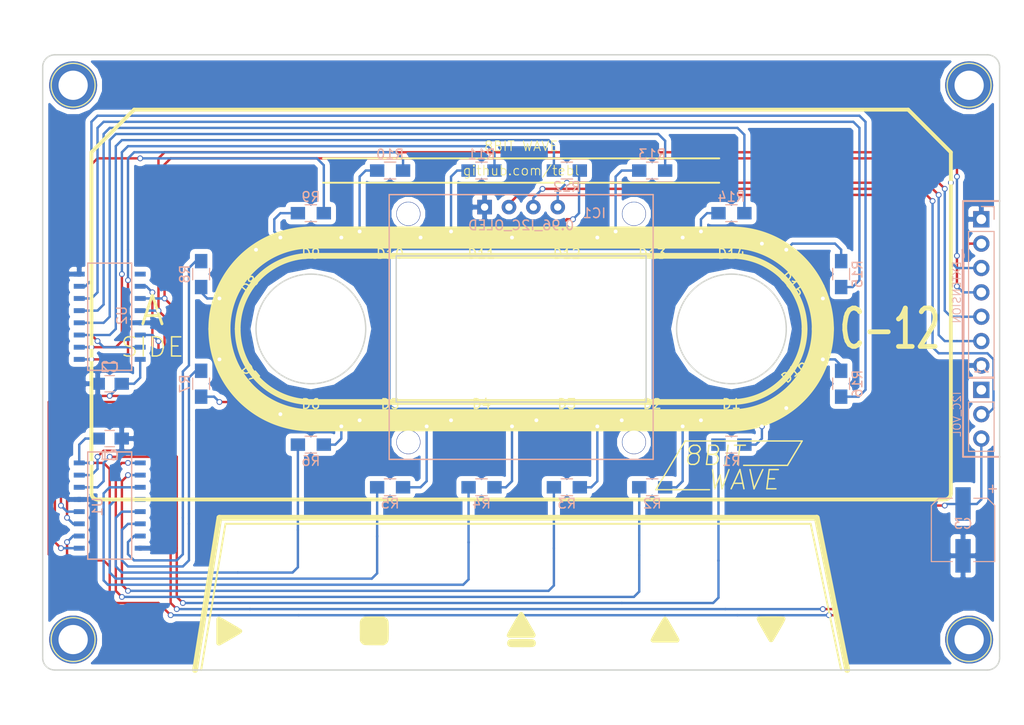
<source format=kicad_pcb>
(kicad_pcb (version 4) (host pcbnew 4.0.7)

  (general
    (links 73)
    (no_connects 0)
    (area 70.409999 78.029999 170.255001 142.315001)
    (thickness 1.6)
    (drawings 51)
    (tracks 483)
    (zones 0)
    (modules 50)
    (nets 42)
  )

  (page A4)
  (layers
    (0 F.Cu signal)
    (31 B.Cu signal)
    (32 B.Adhes user)
    (33 F.Adhes user)
    (34 B.Paste user)
    (35 F.Paste user)
    (36 B.SilkS user)
    (37 F.SilkS user hide)
    (38 B.Mask user)
    (39 F.Mask user hide)
    (40 Dwgs.User user)
    (41 Cmts.User user)
    (42 Eco1.User user)
    (43 Eco2.User user)
    (44 Edge.Cuts user)
    (45 Margin user)
    (46 B.CrtYd user)
    (47 F.CrtYd user)
    (48 B.Fab user hide)
    (49 F.Fab user hide)
  )

  (setup
    (last_trace_width 0.25)
    (trace_clearance 0.2)
    (zone_clearance 0.508)
    (zone_45_only no)
    (trace_min 0.2)
    (segment_width 0.2)
    (edge_width 0.15)
    (via_size 0.6)
    (via_drill 0.4)
    (via_min_size 0.4)
    (via_min_drill 0.3)
    (uvia_size 0.3)
    (uvia_drill 0.1)
    (uvias_allowed no)
    (uvia_min_size 0.2)
    (uvia_min_drill 0.1)
    (pcb_text_width 0.3)
    (pcb_text_size 1.5 1.5)
    (mod_edge_width 0.15)
    (mod_text_size 1 1)
    (mod_text_width 0.15)
    (pad_size 1.524 1.524)
    (pad_drill 0.762)
    (pad_to_mask_clearance 0.2)
    (aux_axis_origin 0 0)
    (visible_elements 7FFFFFFF)
    (pcbplotparams
      (layerselection 0x011fc_80000001)
      (usegerberextensions true)
      (excludeedgelayer true)
      (linewidth 0.100000)
      (plotframeref false)
      (viasonmask false)
      (mode 1)
      (useauxorigin false)
      (hpglpennumber 1)
      (hpglpenspeed 20)
      (hpglpendiameter 15)
      (hpglpenoverlay 2)
      (psnegative false)
      (psa4output false)
      (plotreference true)
      (plotvalue true)
      (plotinvisibletext false)
      (padsonsilk false)
      (subtractmaskfromsilk false)
      (outputformat 1)
      (mirror false)
      (drillshape 0)
      (scaleselection 1)
      (outputdirectory export/))
  )

  (net 0 "")
  (net 1 GND)
  (net 2 /SDA)
  (net 3 /SCL)
  (net 4 VCC)
  (net 5 +5V)
  (net 6 "Net-(D1-Pad2)")
  (net 7 "Net-(D2-Pad2)")
  (net 8 /SHIFT_DATA)
  (net 9 /SHIFT_CLOCK)
  (net 10 /SHIFT_LATCH)
  (net 11 "Net-(R1-Pad1)")
  (net 12 "Net-(R2-Pad1)")
  (net 13 "Net-(D3-Pad2)")
  (net 14 "Net-(D4-Pad2)")
  (net 15 "Net-(D5-Pad2)")
  (net 16 "Net-(D6-Pad2)")
  (net 17 "Net-(D7-Pad2)")
  (net 18 "Net-(D8-Pad2)")
  (net 19 "Net-(R3-Pad1)")
  (net 20 "Net-(R4-Pad1)")
  (net 21 "Net-(R5-Pad1)")
  (net 22 "Net-(R6-Pad1)")
  (net 23 "Net-(R7-Pad1)")
  (net 24 "Net-(R8-Pad1)")
  (net 25 "Net-(U1-Pad9)")
  (net 26 "Net-(D9-Pad2)")
  (net 27 "Net-(D10-Pad2)")
  (net 28 "Net-(D11-Pad2)")
  (net 29 "Net-(D12-Pad2)")
  (net 30 "Net-(D13-Pad2)")
  (net 31 "Net-(D14-Pad2)")
  (net 32 "Net-(D15-Pad2)")
  (net 33 "Net-(D16-Pad2)")
  (net 34 "Net-(R9-Pad1)")
  (net 35 "Net-(R10-Pad1)")
  (net 36 "Net-(R11-Pad1)")
  (net 37 "Net-(R12-Pad1)")
  (net 38 "Net-(R13-Pad1)")
  (net 39 "Net-(R14-Pad1)")
  (net 40 "Net-(R15-Pad1)")
  (net 41 "Net-(R16-Pad1)")

  (net_class Default "This is the default net class."
    (clearance 0.2)
    (trace_width 0.25)
    (via_dia 0.6)
    (via_drill 0.4)
    (uvia_dia 0.3)
    (uvia_drill 0.1)
    (add_net +5V)
    (add_net /SCL)
    (add_net /SDA)
    (add_net /SHIFT_CLOCK)
    (add_net /SHIFT_DATA)
    (add_net /SHIFT_LATCH)
    (add_net GND)
    (add_net "Net-(D1-Pad2)")
    (add_net "Net-(D10-Pad2)")
    (add_net "Net-(D11-Pad2)")
    (add_net "Net-(D12-Pad2)")
    (add_net "Net-(D13-Pad2)")
    (add_net "Net-(D14-Pad2)")
    (add_net "Net-(D15-Pad2)")
    (add_net "Net-(D16-Pad2)")
    (add_net "Net-(D2-Pad2)")
    (add_net "Net-(D3-Pad2)")
    (add_net "Net-(D4-Pad2)")
    (add_net "Net-(D5-Pad2)")
    (add_net "Net-(D6-Pad2)")
    (add_net "Net-(D7-Pad2)")
    (add_net "Net-(D8-Pad2)")
    (add_net "Net-(D9-Pad2)")
    (add_net "Net-(R1-Pad1)")
    (add_net "Net-(R10-Pad1)")
    (add_net "Net-(R11-Pad1)")
    (add_net "Net-(R12-Pad1)")
    (add_net "Net-(R13-Pad1)")
    (add_net "Net-(R14-Pad1)")
    (add_net "Net-(R15-Pad1)")
    (add_net "Net-(R16-Pad1)")
    (add_net "Net-(R2-Pad1)")
    (add_net "Net-(R3-Pad1)")
    (add_net "Net-(R4-Pad1)")
    (add_net "Net-(R5-Pad1)")
    (add_net "Net-(R6-Pad1)")
    (add_net "Net-(R7-Pad1)")
    (add_net "Net-(R8-Pad1)")
    (add_net "Net-(R9-Pad1)")
    (add_net "Net-(U1-Pad9)")
    (add_net VCC)
  )

  (module SMD_Packages:SO-16-N (layer B.Cu) (tedit 0) (tstamp 5E3F4AED)
    (at 77.47 125.095 270)
    (descr "Module CMS SOJ 16 pins large")
    (tags "CMS SOJ")
    (path /5E3F4323)
    (attr smd)
    (fp_text reference U1 (at 0.127 1.27 270) (layer B.SilkS)
      (effects (font (size 1 1) (thickness 0.15)) (justify mirror))
    )
    (fp_text value 74HC595_ALT (at 0 -1.27 270) (layer B.Fab)
      (effects (font (size 1 1) (thickness 0.15)) (justify mirror))
    )
    (fp_line (start -5.588 0.762) (end -4.826 0.762) (layer B.SilkS) (width 0.15))
    (fp_line (start -4.826 0.762) (end -4.826 -0.762) (layer B.SilkS) (width 0.15))
    (fp_line (start -4.826 -0.762) (end -5.588 -0.762) (layer B.SilkS) (width 0.15))
    (fp_line (start 5.588 2.286) (end 5.588 -2.286) (layer B.SilkS) (width 0.15))
    (fp_line (start 5.588 -2.286) (end -5.588 -2.286) (layer B.SilkS) (width 0.15))
    (fp_line (start -5.588 -2.286) (end -5.588 2.286) (layer B.SilkS) (width 0.15))
    (fp_line (start -5.588 2.286) (end 5.588 2.286) (layer B.SilkS) (width 0.15))
    (pad 16 smd rect (at -4.445 3.175 270) (size 0.508 1.143) (layers B.Cu B.Paste B.Mask)
      (net 5 +5V))
    (pad 14 smd rect (at -1.905 3.175 270) (size 0.508 1.143) (layers B.Cu B.Paste B.Mask)
      (net 8 /SHIFT_DATA))
    (pad 13 smd rect (at -0.635 3.175 270) (size 0.508 1.143) (layers B.Cu B.Paste B.Mask)
      (net 1 GND))
    (pad 12 smd rect (at 0.635 3.175 270) (size 0.508 1.143) (layers B.Cu B.Paste B.Mask)
      (net 10 /SHIFT_LATCH))
    (pad 11 smd rect (at 1.905 3.175 270) (size 0.508 1.143) (layers B.Cu B.Paste B.Mask)
      (net 9 /SHIFT_CLOCK))
    (pad 10 smd rect (at 3.175 3.175 270) (size 0.508 1.143) (layers B.Cu B.Paste B.Mask)
      (net 5 +5V))
    (pad 9 smd rect (at 4.445 3.175 270) (size 0.508 1.143) (layers B.Cu B.Paste B.Mask)
      (net 25 "Net-(U1-Pad9)"))
    (pad 8 smd rect (at 4.445 -3.175 270) (size 0.508 1.143) (layers B.Cu B.Paste B.Mask)
      (net 1 GND))
    (pad 7 smd rect (at 3.175 -3.175 270) (size 0.508 1.143) (layers B.Cu B.Paste B.Mask)
      (net 24 "Net-(R8-Pad1)"))
    (pad 6 smd rect (at 1.905 -3.175 270) (size 0.508 1.143) (layers B.Cu B.Paste B.Mask)
      (net 23 "Net-(R7-Pad1)"))
    (pad 5 smd rect (at 0.635 -3.175 270) (size 0.508 1.143) (layers B.Cu B.Paste B.Mask)
      (net 22 "Net-(R6-Pad1)"))
    (pad 4 smd rect (at -0.635 -3.175 270) (size 0.508 1.143) (layers B.Cu B.Paste B.Mask)
      (net 21 "Net-(R5-Pad1)"))
    (pad 3 smd rect (at -1.905 -3.175 270) (size 0.508 1.143) (layers B.Cu B.Paste B.Mask)
      (net 20 "Net-(R4-Pad1)"))
    (pad 2 smd rect (at -3.175 -3.175 270) (size 0.508 1.143) (layers B.Cu B.Paste B.Mask)
      (net 19 "Net-(R3-Pad1)"))
    (pad 1 smd rect (at -4.445 -3.175 270) (size 0.508 1.143) (layers B.Cu B.Paste B.Mask)
      (net 12 "Net-(R2-Pad1)"))
    (pad 15 smd rect (at -3.175 3.175 270) (size 0.508 1.143) (layers B.Cu B.Paste B.Mask)
      (net 11 "Net-(R1-Pad1)"))
    (model SMD_Packages.3dshapes/SO-16-N.wrl
      (at (xyz 0 0 0))
      (scale (xyz 0.5 0.4 0.5))
      (rotate (xyz 0 0 0))
    )
  )

  (module Pin_Headers:Pin_Header_Straight_1x07_Pitch2.54mm (layer B.Cu) (tedit 5E3F3791) (tstamp 5E3D5C89)
    (at 168.275 95.25 180)
    (descr "Through hole straight pin header, 1x07, 2.54mm pitch, single row")
    (tags "Through hole pin header THT 1x07 2.54mm single row")
    (path /5E3D299E)
    (fp_text reference J3 (at 0 2.54 180) (layer B.Fab) hide
      (effects (font (size 0.8 0.8) (thickness 0.1)) (justify mirror))
    )
    (fp_text value EXTENSION (at 2.54 -7.62 270) (layer B.SilkS)
      (effects (font (size 0.8 0.8) (thickness 0.1)) (justify mirror))
    )
    (fp_line (start -0.635 1.27) (end 1.27 1.27) (layer B.Fab) (width 0.1))
    (fp_line (start 1.27 1.27) (end 1.27 -16.51) (layer B.Fab) (width 0.1))
    (fp_line (start 1.27 -16.51) (end -1.27 -16.51) (layer B.Fab) (width 0.1))
    (fp_line (start -1.27 -16.51) (end -1.27 0.635) (layer B.Fab) (width 0.1))
    (fp_line (start -1.27 0.635) (end -0.635 1.27) (layer B.Fab) (width 0.1))
    (fp_line (start -1.33 -16.57) (end 1.33 -16.57) (layer B.SilkS) (width 0.12))
    (fp_line (start -1.33 -1.27) (end -1.33 -16.57) (layer B.SilkS) (width 0.12))
    (fp_line (start 1.33 -1.27) (end 1.33 -16.57) (layer B.SilkS) (width 0.12))
    (fp_line (start -1.33 -1.27) (end 1.33 -1.27) (layer B.SilkS) (width 0.12))
    (fp_line (start -1.33 0) (end -1.33 1.33) (layer B.SilkS) (width 0.12))
    (fp_line (start -1.33 1.33) (end 0 1.33) (layer B.SilkS) (width 0.12))
    (fp_line (start -1.8 1.8) (end -1.8 -17.05) (layer B.CrtYd) (width 0.05))
    (fp_line (start -1.8 -17.05) (end 1.8 -17.05) (layer B.CrtYd) (width 0.05))
    (fp_line (start 1.8 -17.05) (end 1.8 1.8) (layer B.CrtYd) (width 0.05))
    (fp_line (start 1.8 1.8) (end -1.8 1.8) (layer B.CrtYd) (width 0.05))
    (fp_text user %R (at 0 -7.62 450) (layer B.Fab)
      (effects (font (size 1 1) (thickness 0.15)) (justify mirror))
    )
    (pad 1 thru_hole rect (at 0 0 180) (size 1.7 1.7) (drill 1) (layers *.Cu *.Mask)
      (net 1 GND))
    (pad 2 thru_hole oval (at 0 -2.54 180) (size 1.7 1.7) (drill 1) (layers *.Cu *.Mask)
      (net 8 /SHIFT_DATA))
    (pad 3 thru_hole oval (at 0 -5.08 180) (size 1.7 1.7) (drill 1) (layers *.Cu *.Mask)
      (net 9 /SHIFT_CLOCK))
    (pad 4 thru_hole oval (at 0 -7.62 180) (size 1.7 1.7) (drill 1) (layers *.Cu *.Mask)
      (net 10 /SHIFT_LATCH))
    (pad 5 thru_hole oval (at 0 -10.16 180) (size 1.7 1.7) (drill 1) (layers *.Cu *.Mask)
      (net 2 /SDA))
    (pad 6 thru_hole oval (at 0 -12.7 180) (size 1.7 1.7) (drill 1) (layers *.Cu *.Mask)
      (net 3 /SCL))
    (pad 7 thru_hole oval (at 0 -15.24 180) (size 1.7 1.7) (drill 1) (layers *.Cu *.Mask)
      (net 1 GND))
    (model ${KISYS3DMOD}/Pin_Headers.3dshapes/Pin_Header_Straight_1x07_Pitch2.54mm.wrl
      (at (xyz 0 0 0))
      (scale (xyz 1 1 1))
      (rotate (xyz 0 0 0))
    )
  )

  (module mounting:M3 (layer F.Cu) (tedit 5D61810C) (tstamp 5E3B69D4)
    (at 73.66 139.065)
    (descr "module 1 pin (ou trou mecanique de percage)")
    (tags DEV)
    (path /5E3B603D)
    (fp_text reference M1 (at 0 -3.048) (layer F.Fab) hide
      (effects (font (size 1 1) (thickness 0.15)))
    )
    (fp_text value Mounting (at 0 3) (layer F.Fab) hide
      (effects (font (size 1 1) (thickness 0.15)))
    )
    (fp_circle (center 0 0) (end 2 0.8) (layer F.Fab) (width 0.1))
    (fp_circle (center 0 0) (end 2.6 0) (layer F.CrtYd) (width 0.05))
    (fp_circle (center 0 0) (end 0 -2.286) (layer F.SilkS) (width 0.12))
    (pad 1 thru_hole circle (at 0 0) (size 5 5) (drill 3.048) (layers *.Cu *.Mask))
  )

  (module mounting:M3 (layer F.Cu) (tedit 5D61810C) (tstamp 5E3B69D8)
    (at 167.005 139.065)
    (descr "module 1 pin (ou trou mecanique de percage)")
    (tags DEV)
    (path /5E3B604F)
    (fp_text reference M2 (at 0 -3.048) (layer F.Fab) hide
      (effects (font (size 1 1) (thickness 0.15)))
    )
    (fp_text value Mounting (at 0 3) (layer F.Fab) hide
      (effects (font (size 1 1) (thickness 0.15)))
    )
    (fp_circle (center 0 0) (end 2 0.8) (layer F.Fab) (width 0.1))
    (fp_circle (center 0 0) (end 2.6 0) (layer F.CrtYd) (width 0.05))
    (fp_circle (center 0 0) (end 0 -2.286) (layer F.SilkS) (width 0.12))
    (pad 1 thru_hole circle (at 0 0) (size 5 5) (drill 3.048) (layers *.Cu *.Mask))
  )

  (module mounting:M3 (layer F.Cu) (tedit 5D61810C) (tstamp 5E3B69DC)
    (at 167.005 81.28)
    (descr "module 1 pin (ou trou mecanique de percage)")
    (tags DEV)
    (path /5E3B605A)
    (fp_text reference M3 (at 0 -3.048) (layer F.Fab) hide
      (effects (font (size 1 1) (thickness 0.15)))
    )
    (fp_text value Mounting (at 0 3) (layer F.Fab) hide
      (effects (font (size 1 1) (thickness 0.15)))
    )
    (fp_circle (center 0 0) (end 2 0.8) (layer F.Fab) (width 0.1))
    (fp_circle (center 0 0) (end 2.6 0) (layer F.CrtYd) (width 0.05))
    (fp_circle (center 0 0) (end 0 -2.286) (layer F.SilkS) (width 0.12))
    (pad 1 thru_hole circle (at 0 0) (size 5 5) (drill 3.048) (layers *.Cu *.Mask))
  )

  (module mounting:M3 (layer F.Cu) (tedit 5D61810C) (tstamp 5E3B69E0)
    (at 73.66 81.28)
    (descr "module 1 pin (ou trou mecanique de percage)")
    (tags DEV)
    (path /5E3B6065)
    (fp_text reference M4 (at 0 -3.048) (layer F.Fab) hide
      (effects (font (size 1 1) (thickness 0.15)))
    )
    (fp_text value Mounting (at 0 3) (layer F.Fab) hide
      (effects (font (size 1 1) (thickness 0.15)))
    )
    (fp_circle (center 0 0) (end 2 0.8) (layer F.Fab) (width 0.1))
    (fp_circle (center 0 0) (end 2.6 0) (layer F.CrtYd) (width 0.05))
    (fp_circle (center 0 0) (end 0 -2.286) (layer F.SilkS) (width 0.12))
    (pad 1 thru_hole circle (at 0 0) (size 5 5) (drill 3.048) (layers *.Cu *.Mask))
  )

  (module icons:play locked (layer F.Cu) (tedit 0) (tstamp 5E3D6DA5)
    (at 89.916 138.303)
    (fp_text reference G*** (at 0 0) (layer F.SilkS) hide
      (effects (font (thickness 0.3)))
    )
    (fp_text value LOGO (at 0.75 0) (layer F.SilkS) hide
      (effects (font (thickness 0.3)))
    )
    (fp_poly (pts (xy -0.997092 -1.596347) (xy -0.868322 -1.544183) (xy -0.76141 -1.48621) (xy -0.687284 -1.443328)
      (xy -0.571472 -1.376486) (xy -0.421221 -1.28986) (xy -0.243776 -1.187625) (xy -0.046386 -1.073956)
      (xy 0.163705 -0.953029) (xy 0.346157 -0.848054) (xy 0.55342 -0.727784) (xy 0.746816 -0.613566)
      (xy 0.920437 -0.50904) (xy 1.068377 -0.417846) (xy 1.184728 -0.343624) (xy 1.263583 -0.290013)
      (xy 1.298657 -0.261148) (xy 1.348411 -0.15905) (xy 1.342984 -0.054369) (xy 1.282849 0.04605)
      (xy 1.277056 0.052268) (xy 1.234981 0.084908) (xy 1.149861 0.141512) (xy 1.027827 0.218335)
      (xy 0.875008 0.311631) (xy 0.697534 0.417653) (xy 0.501534 0.532656) (xy 0.310445 0.642985)
      (xy 0.096735 0.765491) (xy -0.109774 0.883994) (xy -0.30191 0.994366) (xy -0.472499 1.092484)
      (xy -0.614366 1.17422) (xy -0.720337 1.235449) (xy -0.775663 1.267605) (xy -0.92507 1.344847)
      (xy -1.043595 1.381122) (xy -1.138712 1.376877) (xy -1.217894 1.332555) (xy -1.25338 1.296057)
      (xy -1.326444 1.209225) (xy -1.326444 -1.435002) (xy -1.25338 -1.521834) (xy -1.181812 -1.584607)
      (xy -1.098986 -1.609633) (xy -0.997092 -1.596347)) (layer F.SilkS) (width 0.01))
  )

  (module icons:stop locked (layer F.Cu) (tedit 0) (tstamp 5E3D6E3B)
    (at 105.156 138.303)
    (fp_text reference G*** (at 0 0) (layer F.SilkS) hide
      (effects (font (thickness 0.3)))
    )
    (fp_text value LOGO (at 0.75 0) (layer F.SilkS) hide
      (effects (font (thickness 0.3)))
    )
    (fp_poly (pts (xy 1.008162 -1.564953) (xy 1.165687 -1.456861) (xy 1.281341 -1.311095) (xy 1.344182 -1.163865)
      (xy 1.356565 -1.092393) (xy 1.366771 -0.973489) (xy 1.374807 -0.816121) (xy 1.380677 -0.629259)
      (xy 1.384387 -0.421874) (xy 1.385943 -0.202934) (xy 1.38535 0.01859) (xy 1.382613 0.23373)
      (xy 1.377738 0.433515) (xy 1.370731 0.608977) (xy 1.361597 0.751145) (xy 1.350341 0.85105)
      (xy 1.342935 0.885787) (xy 1.266715 1.057619) (xy 1.151007 1.190723) (xy 1.011248 1.281194)
      (xy 0.863807 1.354667) (xy -0.125485 1.352439) (xy -0.406392 1.350939) (xy -0.65153 1.347858)
      (xy -0.856898 1.343314) (xy -1.018498 1.337426) (xy -1.13233 1.330312) (xy -1.194395 1.322091)
      (xy -1.199444 1.320615) (xy -1.352272 1.238563) (xy -1.484119 1.110254) (xy -1.544537 1.0221)
      (xy -1.622777 0.889) (xy -1.631206 -0.076551) (xy -1.6328 -0.368375) (xy -1.632194 -0.619733)
      (xy -1.629453 -0.827362) (xy -1.624641 -0.988001) (xy -1.617822 -1.098388) (xy -1.610123 -1.151701)
      (xy -1.538625 -1.315466) (xy -1.42403 -1.456339) (xy -1.278589 -1.559697) (xy -1.261262 -1.568135)
      (xy -1.22145 -1.586208) (xy -1.183525 -1.60077) (xy -1.141163 -1.612202) (xy -1.088041 -1.620884)
      (xy -1.017836 -1.627198) (xy -0.924225 -1.631526) (xy -0.800886 -1.634248) (xy -0.641496 -1.635746)
      (xy -0.439731 -1.636401) (xy -0.189269 -1.636594) (xy -0.125485 -1.636613) (xy 0.863807 -1.636888)
      (xy 1.008162 -1.564953)) (layer F.SilkS) (width 0.01))
  )

  (module icons:eject locked (layer F.Cu) (tedit 0) (tstamp 5E3D6E8D)
    (at 120.142 139.065)
    (fp_text reference G*** (at 0 0) (layer F.SilkS) hide
      (effects (font (thickness 0.3)))
    )
    (fp_text value LOGO (at 0.75 0) (layer F.SilkS) hide
      (effects (font (thickness 0.3)))
    )
    (fp_poly (pts (xy 0.74552 -0.051785) (xy 0.975922 -0.049764) (xy 1.161092 -0.046068) (xy 1.297818 -0.040751)
      (xy 1.38289 -0.033866) (xy 1.404625 -0.029968) (xy 1.491508 0.009104) (xy 1.58072 0.072424)
      (xy 1.607261 0.097327) (xy 1.668907 0.171905) (xy 1.700536 0.247954) (xy 1.713674 0.344817)
      (xy 1.70248 0.498427) (xy 1.642852 0.623704) (xy 1.533184 0.72383) (xy 1.517203 0.733931)
      (xy 1.492616 0.747588) (xy 1.464275 0.758831) (xy 1.426787 0.767893) (xy 1.374758 0.77501)
      (xy 1.302793 0.780414) (xy 1.205498 0.784341) (xy 1.077481 0.787024) (xy 0.913347 0.788699)
      (xy 0.707702 0.789598) (xy 0.455153 0.789957) (xy 0.225778 0.790012) (xy -0.066489 0.789909)
      (xy -0.307705 0.789446) (xy -0.503265 0.788389) (xy -0.658562 0.786502) (xy -0.778991 0.783551)
      (xy -0.869944 0.779303) (xy -0.936816 0.773524) (xy -0.985002 0.765978) (xy -1.019893 0.756432)
      (xy -1.046886 0.744651) (xy -1.065646 0.733931) (xy -1.181805 0.63534) (xy -1.24751 0.511502)
      (xy -1.263295 0.361375) (xy -1.262615 0.350811) (xy -1.230424 0.201619) (xy -1.155181 0.085585)
      (xy -1.058333 0.009438) (xy -1.033479 -0.003575) (xy -1.001835 -0.014307) (xy -0.957894 -0.023029)
      (xy -0.89615 -0.030011) (xy -0.811095 -0.035525) (xy -0.697224 -0.039842) (xy -0.549028 -0.043232)
      (xy -0.361002 -0.045966) (xy -0.127639 -0.048316) (xy 0.156568 -0.050551) (xy 0.161857 -0.05059)
      (xy 0.473094 -0.052078) (xy 0.74552 -0.051785)) (layer F.SilkS) (width 0.01))
    (fp_poly (pts (xy 0.245987 -2.869931) (xy 0.347114 -2.815441) (xy 0.363241 -2.801055) (xy 0.396163 -2.758843)
      (xy 0.453015 -2.673652) (xy 0.530006 -2.55167) (xy 0.623341 -2.399087) (xy 0.72923 -2.222092)
      (xy 0.843879 -2.026872) (xy 0.94692 -1.848555) (xy 1.069067 -1.635641) (xy 1.187606 -1.429135)
      (xy 1.298286 -1.236431) (xy 1.396858 -1.064923) (xy 1.479075 -0.922005) (xy 1.540685 -0.815069)
      (xy 1.571012 -0.76259) (xy 1.647569 -0.616653) (xy 1.686495 -0.502551) (xy 1.688575 -0.410762)
      (xy 1.654594 -0.331769) (xy 1.610838 -0.280051) (xy 1.528342 -0.197555) (xy -1.124558 -0.197555)
      (xy -1.21139 -0.270619) (xy -1.24827 -0.303234) (xy -1.276331 -0.335518) (xy -1.293821 -0.371888)
      (xy -1.29899 -0.416757) (xy -1.290084 -0.474543) (xy -1.265353 -0.549658) (xy -1.223045 -0.64652)
      (xy -1.161407 -0.769543) (xy -1.078689 -0.923142) (xy -0.973138 -1.111733) (xy -0.843003 -1.33973)
      (xy -0.686532 -1.611549) (xy -0.663609 -1.6513) (xy -0.530276 -1.88113) (xy -0.403248 -2.0975)
      (xy -0.285737 -2.295123) (xy -0.180955 -2.468713) (xy -0.092114 -2.612984) (xy -0.022425 -2.72265)
      (xy 0.0249 -2.792423) (xy 0.043521 -2.815166) (xy 0.142345 -2.869948) (xy 0.245987 -2.869931)) (layer F.SilkS) (width 0.01))
  )

  (module Pin_Headers:Pin_Header_Straight_1x03_Pitch2.54mm (layer B.Cu) (tedit 5E3F3799) (tstamp 5E3EDA61)
    (at 168.275 113.03 180)
    (descr "Through hole straight pin header, 1x03, 2.54mm pitch, single row")
    (tags "Through hole pin header THT 1x03 2.54mm single row")
    (path /5E3E91C2)
    (fp_text reference J1 (at 0 2.33 180) (layer B.SilkS)
      (effects (font (size 1 1) (thickness 0.15)) (justify mirror))
    )
    (fp_text value I2C_VOL (at 2.54 -2.54 270) (layer B.SilkS)
      (effects (font (size 0.8 0.8) (thickness 0.1)) (justify mirror))
    )
    (fp_line (start -0.635 1.27) (end 1.27 1.27) (layer B.Fab) (width 0.1))
    (fp_line (start 1.27 1.27) (end 1.27 -6.35) (layer B.Fab) (width 0.1))
    (fp_line (start 1.27 -6.35) (end -1.27 -6.35) (layer B.Fab) (width 0.1))
    (fp_line (start -1.27 -6.35) (end -1.27 0.635) (layer B.Fab) (width 0.1))
    (fp_line (start -1.27 0.635) (end -0.635 1.27) (layer B.Fab) (width 0.1))
    (fp_line (start -1.33 -6.41) (end 1.33 -6.41) (layer B.SilkS) (width 0.12))
    (fp_line (start -1.33 -1.27) (end -1.33 -6.41) (layer B.SilkS) (width 0.12))
    (fp_line (start 1.33 -1.27) (end 1.33 -6.41) (layer B.SilkS) (width 0.12))
    (fp_line (start -1.33 -1.27) (end 1.33 -1.27) (layer B.SilkS) (width 0.12))
    (fp_line (start -1.33 0) (end -1.33 1.33) (layer B.SilkS) (width 0.12))
    (fp_line (start -1.33 1.33) (end 0 1.33) (layer B.SilkS) (width 0.12))
    (fp_line (start -1.8 1.8) (end -1.8 -6.85) (layer B.CrtYd) (width 0.05))
    (fp_line (start -1.8 -6.85) (end 1.8 -6.85) (layer B.CrtYd) (width 0.05))
    (fp_line (start 1.8 -6.85) (end 1.8 1.8) (layer B.CrtYd) (width 0.05))
    (fp_line (start 1.8 1.8) (end -1.8 1.8) (layer B.CrtYd) (width 0.05))
    (fp_text user %R (at 0 -2.54 450) (layer B.Fab)
      (effects (font (size 1 1) (thickness 0.15)) (justify mirror))
    )
    (pad 1 thru_hole rect (at 0 0 180) (size 1.7 1.7) (drill 1) (layers *.Cu *.Mask))
    (pad 2 thru_hole oval (at 0 -2.54 180) (size 1.7 1.7) (drill 1) (layers *.Cu *.Mask)
      (net 4 VCC))
    (pad 3 thru_hole oval (at 0 -5.08 180) (size 1.7 1.7) (drill 1) (layers *.Cu *.Mask)
      (net 5 +5V))
    (model ${KISYS3DMOD}/Pin_Headers.3dshapes/Pin_Header_Straight_1x03_Pitch2.54mm.wrl
      (at (xyz 0 0 0))
      (scale (xyz 1 1 1))
      (rotate (xyz 0 0 0))
    )
  )

  (module icons:down locked (layer F.Cu) (tedit 0) (tstamp 5E3EDBCD)
    (at 146.177 136.398)
    (fp_text reference G*** (at 0 0) (layer F.SilkS) hide
      (effects (font (thickness 0.3)))
    )
    (fp_text value LOGO (at 0.75 0) (layer F.SilkS) hide
      (effects (font (thickness 0.3)))
    )
    (fp_poly (pts (xy 0.514407 0.254228) (xy 0.779698 0.255216) (xy 0.998314 0.25742) (xy 1.175139 0.261296)
      (xy 1.315057 0.267301) (xy 1.422952 0.27589) (xy 1.503708 0.287521) (xy 1.562209 0.302649)
      (xy 1.603341 0.32173) (xy 1.631986 0.34522) (xy 1.653028 0.373577) (xy 1.66284 0.390867)
      (xy 1.67951 0.426601) (xy 1.689123 0.463916) (xy 1.689614 0.50736) (xy 1.67892 0.561481)
      (xy 1.654979 0.630825) (xy 1.615728 0.71994) (xy 1.559103 0.833372) (xy 1.483041 0.97567)
      (xy 1.38548 1.151379) (xy 1.264355 1.365048) (xy 1.117605 1.621224) (xy 1.05603 1.728336)
      (xy 0.923112 1.958338) (xy 0.797075 2.17436) (xy 0.681026 2.371221) (xy 0.578075 2.543742)
      (xy 0.491329 2.686743) (xy 0.423898 2.795044) (xy 0.378889 2.863465) (xy 0.361459 2.885723)
      (xy 0.286884 2.92082) (xy 0.187619 2.933601) (xy 0.091565 2.922238) (xy 0.051842 2.906001)
      (xy 0.017791 2.87043) (xy -0.034442 2.797855) (xy -0.096117 2.700884) (xy -0.128558 2.645804)
      (xy -0.174234 2.566366) (xy -0.243897 2.445523) (xy -0.333249 2.290714) (xy -0.437992 2.10938)
      (xy -0.553829 1.908963) (xy -0.676462 1.696902) (xy -0.780122 1.517739) (xy -0.922069 1.271654)
      (xy -1.037455 1.068998) (xy -1.128495 0.904645) (xy -1.19741 0.77347) (xy -1.246417 0.670344)
      (xy -1.277734 0.590143) (xy -1.293579 0.52774) (xy -1.296171 0.478009) (xy -1.287727 0.435823)
      (xy -1.270466 0.396056) (xy -1.267728 0.390867) (xy -1.248744 0.359726) (xy -1.224766 0.333694)
      (xy -1.190909 0.312315) (xy -1.142289 0.295134) (xy -1.074023 0.281693) (xy -0.981226 0.271536)
      (xy -0.859013 0.264208) (xy -0.702501 0.259252) (xy -0.506806 0.256212) (xy -0.267043 0.254632)
      (xy 0.021671 0.254055) (xy 0.197556 0.254) (xy 0.514407 0.254228)) (layer F.SilkS) (width 0.01))
  )

  (module Capacitors_SMD:C_0805_HandSoldering (layer B.Cu) (tedit 58AA84A8) (tstamp 5E3F4AB5)
    (at 77.47 118.11)
    (descr "Capacitor SMD 0805, hand soldering")
    (tags "capacitor 0805")
    (path /5E3F674A)
    (attr smd)
    (fp_text reference C1 (at 0 1.75) (layer B.SilkS)
      (effects (font (size 1 1) (thickness 0.15)) (justify mirror))
    )
    (fp_text value 100nF (at 0 -1.75) (layer B.Fab)
      (effects (font (size 1 1) (thickness 0.15)) (justify mirror))
    )
    (fp_text user %R (at 0 1.75) (layer B.Fab)
      (effects (font (size 1 1) (thickness 0.15)) (justify mirror))
    )
    (fp_line (start -1 -0.62) (end -1 0.62) (layer B.Fab) (width 0.1))
    (fp_line (start 1 -0.62) (end -1 -0.62) (layer B.Fab) (width 0.1))
    (fp_line (start 1 0.62) (end 1 -0.62) (layer B.Fab) (width 0.1))
    (fp_line (start -1 0.62) (end 1 0.62) (layer B.Fab) (width 0.1))
    (fp_line (start 0.5 0.85) (end -0.5 0.85) (layer B.SilkS) (width 0.12))
    (fp_line (start -0.5 -0.85) (end 0.5 -0.85) (layer B.SilkS) (width 0.12))
    (fp_line (start -2.25 0.88) (end 2.25 0.88) (layer B.CrtYd) (width 0.05))
    (fp_line (start -2.25 0.88) (end -2.25 -0.87) (layer B.CrtYd) (width 0.05))
    (fp_line (start 2.25 -0.87) (end 2.25 0.88) (layer B.CrtYd) (width 0.05))
    (fp_line (start 2.25 -0.87) (end -2.25 -0.87) (layer B.CrtYd) (width 0.05))
    (pad 1 smd rect (at -1.25 0) (size 1.5 1.25) (layers B.Cu B.Paste B.Mask)
      (net 5 +5V))
    (pad 2 smd rect (at 1.25 0) (size 1.5 1.25) (layers B.Cu B.Paste B.Mask)
      (net 1 GND))
    (model Capacitors_SMD.3dshapes/C_0805.wrl
      (at (xyz 0 0 0))
      (scale (xyz 1 1 1))
      (rotate (xyz 0 0 0))
    )
  )

  (module Capacitors_SMD:C_0805_HandSoldering (layer B.Cu) (tedit 58AA84A8) (tstamp 5E3F4ABB)
    (at 77.47 112.395 180)
    (descr "Capacitor SMD 0805, hand soldering")
    (tags "capacitor 0805")
    (path /5E3F6D48)
    (attr smd)
    (fp_text reference C2 (at 0 1.75 180) (layer B.SilkS)
      (effects (font (size 1 1) (thickness 0.15)) (justify mirror))
    )
    (fp_text value 100nF (at 0 -1.75 180) (layer B.Fab)
      (effects (font (size 1 1) (thickness 0.15)) (justify mirror))
    )
    (fp_text user %R (at 0 1.75 180) (layer B.Fab)
      (effects (font (size 1 1) (thickness 0.15)) (justify mirror))
    )
    (fp_line (start -1 -0.62) (end -1 0.62) (layer B.Fab) (width 0.1))
    (fp_line (start 1 -0.62) (end -1 -0.62) (layer B.Fab) (width 0.1))
    (fp_line (start 1 0.62) (end 1 -0.62) (layer B.Fab) (width 0.1))
    (fp_line (start -1 0.62) (end 1 0.62) (layer B.Fab) (width 0.1))
    (fp_line (start 0.5 0.85) (end -0.5 0.85) (layer B.SilkS) (width 0.12))
    (fp_line (start -0.5 -0.85) (end 0.5 -0.85) (layer B.SilkS) (width 0.12))
    (fp_line (start -2.25 0.88) (end 2.25 0.88) (layer B.CrtYd) (width 0.05))
    (fp_line (start -2.25 0.88) (end -2.25 -0.87) (layer B.CrtYd) (width 0.05))
    (fp_line (start 2.25 -0.87) (end 2.25 0.88) (layer B.CrtYd) (width 0.05))
    (fp_line (start 2.25 -0.87) (end -2.25 -0.87) (layer B.CrtYd) (width 0.05))
    (pad 1 smd rect (at -1.25 0 180) (size 1.5 1.25) (layers B.Cu B.Paste B.Mask)
      (net 5 +5V))
    (pad 2 smd rect (at 1.25 0 180) (size 1.5 1.25) (layers B.Cu B.Paste B.Mask)
      (net 1 GND))
    (model Capacitors_SMD.3dshapes/C_0805.wrl
      (at (xyz 0 0 0))
      (scale (xyz 1 1 1))
      (rotate (xyz 0 0 0))
    )
  )

  (module Capacitors_SMD:CP_Elec_6.3x5.3 (layer B.Cu) (tedit 5E3F4BB2) (tstamp 5E3F4AC1)
    (at 166.37 127.635 270)
    (descr "SMT capacitor, aluminium electrolytic, 6.3x5.3")
    (path /5E3F65BF)
    (attr smd)
    (fp_text reference C3 (at -0.635 0 360) (layer B.SilkS)
      (effects (font (size 1 1) (thickness 0.15)) (justify mirror))
    )
    (fp_text value 10uF (at 1.27 0 360) (layer B.Fab)
      (effects (font (size 1 1) (thickness 0.15)) (justify mirror))
    )
    (fp_circle (center 0 0) (end 0.6 -3) (layer B.Fab) (width 0.1))
    (fp_text user + (at -1.75 0.08 270) (layer B.Fab)
      (effects (font (size 1 1) (thickness 0.15)) (justify mirror))
    )
    (fp_text user + (at -4.28 -3.01 270) (layer B.SilkS)
      (effects (font (size 1 1) (thickness 0.15)) (justify mirror))
    )
    (fp_text user %R (at -0.635 0 360) (layer B.Fab)
      (effects (font (size 1 1) (thickness 0.15)) (justify mirror))
    )
    (fp_line (start 3.15 -3.15) (end 3.15 3.15) (layer B.Fab) (width 0.1))
    (fp_line (start -2.48 -3.15) (end 3.15 -3.15) (layer B.Fab) (width 0.1))
    (fp_line (start -3.15 -2.48) (end -2.48 -3.15) (layer B.Fab) (width 0.1))
    (fp_line (start -3.15 2.48) (end -3.15 -2.48) (layer B.Fab) (width 0.1))
    (fp_line (start -2.48 3.15) (end -3.15 2.48) (layer B.Fab) (width 0.1))
    (fp_line (start 3.15 3.15) (end -2.48 3.15) (layer B.Fab) (width 0.1))
    (fp_line (start 3.3 -3.3) (end 3.3 -1.12) (layer B.SilkS) (width 0.12))
    (fp_line (start 3.3 3.3) (end 3.3 1.12) (layer B.SilkS) (width 0.12))
    (fp_line (start -3.3 -2.54) (end -3.3 -1.12) (layer B.SilkS) (width 0.12))
    (fp_line (start -3.3 2.54) (end -3.3 1.12) (layer B.SilkS) (width 0.12))
    (fp_line (start 3.3 -3.3) (end -2.54 -3.3) (layer B.SilkS) (width 0.12))
    (fp_line (start -2.54 -3.3) (end -3.3 -2.54) (layer B.SilkS) (width 0.12))
    (fp_line (start -3.3 2.54) (end -2.54 3.3) (layer B.SilkS) (width 0.12))
    (fp_line (start -2.54 3.3) (end 3.3 3.3) (layer B.SilkS) (width 0.12))
    (fp_line (start -4.7 3.4) (end 4.7 3.4) (layer B.CrtYd) (width 0.05))
    (fp_line (start -4.7 3.4) (end -4.7 -3.4) (layer B.CrtYd) (width 0.05))
    (fp_line (start 4.7 -3.4) (end 4.7 3.4) (layer B.CrtYd) (width 0.05))
    (fp_line (start 4.7 -3.4) (end -4.7 -3.4) (layer B.CrtYd) (width 0.05))
    (pad 1 smd rect (at -2.7 0 90) (size 3.5 1.6) (layers B.Cu B.Paste B.Mask)
      (net 5 +5V))
    (pad 2 smd rect (at 2.7 0 90) (size 3.5 1.6) (layers B.Cu B.Paste B.Mask)
      (net 1 GND))
    (model Capacitors_SMD.3dshapes/CP_Elec_6.3x5.3.wrl
      (at (xyz 0 0 0))
      (scale (xyz 1 1 1))
      (rotate (xyz 0 0 180))
    )
  )

  (module LEDs:LED_0805_HandSoldering (layer F.Cu) (tedit 595FCA25) (tstamp 5E3F4AC7)
    (at 142.24 116.205)
    (descr "Resistor SMD 0805, hand soldering")
    (tags "resistor 0805")
    (path /5E3F62EA)
    (attr smd)
    (fp_text reference D1 (at 0 -1.7) (layer F.SilkS)
      (effects (font (size 1 1) (thickness 0.15)))
    )
    (fp_text value RED (at 0 1.75) (layer F.Fab)
      (effects (font (size 1 1) (thickness 0.15)))
    )
    (fp_line (start -0.4 -0.4) (end -0.4 0.4) (layer F.Fab) (width 0.1))
    (fp_line (start -0.4 0) (end 0.2 -0.4) (layer F.Fab) (width 0.1))
    (fp_line (start 0.2 0.4) (end -0.4 0) (layer F.Fab) (width 0.1))
    (fp_line (start 0.2 -0.4) (end 0.2 0.4) (layer F.Fab) (width 0.1))
    (fp_line (start -1 0.62) (end -1 -0.62) (layer F.Fab) (width 0.1))
    (fp_line (start 1 0.62) (end -1 0.62) (layer F.Fab) (width 0.1))
    (fp_line (start 1 -0.62) (end 1 0.62) (layer F.Fab) (width 0.1))
    (fp_line (start -1 -0.62) (end 1 -0.62) (layer F.Fab) (width 0.1))
    (fp_line (start 1 0.75) (end -2.2 0.75) (layer F.SilkS) (width 0.12))
    (fp_line (start -2.2 -0.75) (end 1 -0.75) (layer F.SilkS) (width 0.12))
    (fp_line (start -2.35 -0.9) (end 2.35 -0.9) (layer F.CrtYd) (width 0.05))
    (fp_line (start -2.35 -0.9) (end -2.35 0.9) (layer F.CrtYd) (width 0.05))
    (fp_line (start 2.35 0.9) (end 2.35 -0.9) (layer F.CrtYd) (width 0.05))
    (fp_line (start 2.35 0.9) (end -2.35 0.9) (layer F.CrtYd) (width 0.05))
    (fp_line (start -2.2 -0.75) (end -2.2 0.75) (layer F.SilkS) (width 0.12))
    (pad 1 smd rect (at -1.35 0) (size 1.5 1.3) (layers F.Cu F.Paste F.Mask)
      (net 1 GND))
    (pad 2 smd rect (at 1.35 0) (size 1.5 1.3) (layers F.Cu F.Paste F.Mask)
      (net 6 "Net-(D1-Pad2)"))
    (model ${KISYS3DMOD}/LEDs.3dshapes/LED_0805.wrl
      (at (xyz 0 0 0))
      (scale (xyz 1 1 1))
      (rotate (xyz 0 0 0))
    )
  )

  (module Resistors_SMD:R_0805_HandSoldering (layer B.Cu) (tedit 58E0A804) (tstamp 5E3F4AD3)
    (at 142.24 118.745)
    (descr "Resistor SMD 0805, hand soldering")
    (tags "resistor 0805")
    (path /5E3F5DE3)
    (attr smd)
    (fp_text reference R1 (at 0 1.7) (layer B.SilkS)
      (effects (font (size 1 1) (thickness 0.15)) (justify mirror))
    )
    (fp_text value 330 (at 0 -1.75) (layer B.Fab)
      (effects (font (size 1 1) (thickness 0.15)) (justify mirror))
    )
    (fp_text user %R (at 0 0) (layer B.Fab)
      (effects (font (size 0.5 0.5) (thickness 0.075)) (justify mirror))
    )
    (fp_line (start -1 -0.62) (end -1 0.62) (layer B.Fab) (width 0.1))
    (fp_line (start 1 -0.62) (end -1 -0.62) (layer B.Fab) (width 0.1))
    (fp_line (start 1 0.62) (end 1 -0.62) (layer B.Fab) (width 0.1))
    (fp_line (start -1 0.62) (end 1 0.62) (layer B.Fab) (width 0.1))
    (fp_line (start 0.6 -0.88) (end -0.6 -0.88) (layer B.SilkS) (width 0.12))
    (fp_line (start -0.6 0.88) (end 0.6 0.88) (layer B.SilkS) (width 0.12))
    (fp_line (start -2.35 0.9) (end 2.35 0.9) (layer B.CrtYd) (width 0.05))
    (fp_line (start -2.35 0.9) (end -2.35 -0.9) (layer B.CrtYd) (width 0.05))
    (fp_line (start 2.35 -0.9) (end 2.35 0.9) (layer B.CrtYd) (width 0.05))
    (fp_line (start 2.35 -0.9) (end -2.35 -0.9) (layer B.CrtYd) (width 0.05))
    (pad 1 smd rect (at -1.35 0) (size 1.5 1.3) (layers B.Cu B.Paste B.Mask)
      (net 11 "Net-(R1-Pad1)"))
    (pad 2 smd rect (at 1.35 0) (size 1.5 1.3) (layers B.Cu B.Paste B.Mask)
      (net 6 "Net-(D1-Pad2)"))
    (model ${KISYS3DMOD}/Resistors_SMD.3dshapes/R_0805.wrl
      (at (xyz 0 0 0))
      (scale (xyz 1 1 1))
      (rotate (xyz 0 0 0))
    )
  )

  (module Resistors_SMD:R_0805_HandSoldering (layer B.Cu) (tedit 58E0A804) (tstamp 5E3F4AD9)
    (at 133.985 123.19)
    (descr "Resistor SMD 0805, hand soldering")
    (tags "resistor 0805")
    (path /5E3F791B)
    (attr smd)
    (fp_text reference R2 (at 0 1.7) (layer B.SilkS)
      (effects (font (size 1 1) (thickness 0.15)) (justify mirror))
    )
    (fp_text value 330 (at 0 -1.75) (layer B.Fab)
      (effects (font (size 1 1) (thickness 0.15)) (justify mirror))
    )
    (fp_text user %R (at 0 0) (layer B.Fab)
      (effects (font (size 0.5 0.5) (thickness 0.075)) (justify mirror))
    )
    (fp_line (start -1 -0.62) (end -1 0.62) (layer B.Fab) (width 0.1))
    (fp_line (start 1 -0.62) (end -1 -0.62) (layer B.Fab) (width 0.1))
    (fp_line (start 1 0.62) (end 1 -0.62) (layer B.Fab) (width 0.1))
    (fp_line (start -1 0.62) (end 1 0.62) (layer B.Fab) (width 0.1))
    (fp_line (start 0.6 -0.88) (end -0.6 -0.88) (layer B.SilkS) (width 0.12))
    (fp_line (start -0.6 0.88) (end 0.6 0.88) (layer B.SilkS) (width 0.12))
    (fp_line (start -2.35 0.9) (end 2.35 0.9) (layer B.CrtYd) (width 0.05))
    (fp_line (start -2.35 0.9) (end -2.35 -0.9) (layer B.CrtYd) (width 0.05))
    (fp_line (start 2.35 -0.9) (end 2.35 0.9) (layer B.CrtYd) (width 0.05))
    (fp_line (start 2.35 -0.9) (end -2.35 -0.9) (layer B.CrtYd) (width 0.05))
    (pad 1 smd rect (at -1.35 0) (size 1.5 1.3) (layers B.Cu B.Paste B.Mask)
      (net 12 "Net-(R2-Pad1)"))
    (pad 2 smd rect (at 1.35 0) (size 1.5 1.3) (layers B.Cu B.Paste B.Mask)
      (net 7 "Net-(D2-Pad2)"))
    (model ${KISYS3DMOD}/Resistors_SMD.3dshapes/R_0805.wrl
      (at (xyz 0 0 0))
      (scale (xyz 1 1 1))
      (rotate (xyz 0 0 0))
    )
  )

  (module LEDs:LED_0805_HandSoldering (layer F.Cu) (tedit 595FCA25) (tstamp 5E3F4C89)
    (at 133.985 116.205)
    (descr "Resistor SMD 0805, hand soldering")
    (tags "resistor 0805")
    (path /5E3F7922)
    (attr smd)
    (fp_text reference D2 (at 0 -1.7) (layer F.SilkS)
      (effects (font (size 1 1) (thickness 0.15)))
    )
    (fp_text value RED (at 0 1.75) (layer F.Fab)
      (effects (font (size 1 1) (thickness 0.15)))
    )
    (fp_line (start -0.4 -0.4) (end -0.4 0.4) (layer F.Fab) (width 0.1))
    (fp_line (start -0.4 0) (end 0.2 -0.4) (layer F.Fab) (width 0.1))
    (fp_line (start 0.2 0.4) (end -0.4 0) (layer F.Fab) (width 0.1))
    (fp_line (start 0.2 -0.4) (end 0.2 0.4) (layer F.Fab) (width 0.1))
    (fp_line (start -1 0.62) (end -1 -0.62) (layer F.Fab) (width 0.1))
    (fp_line (start 1 0.62) (end -1 0.62) (layer F.Fab) (width 0.1))
    (fp_line (start 1 -0.62) (end 1 0.62) (layer F.Fab) (width 0.1))
    (fp_line (start -1 -0.62) (end 1 -0.62) (layer F.Fab) (width 0.1))
    (fp_line (start 1 0.75) (end -2.2 0.75) (layer F.SilkS) (width 0.12))
    (fp_line (start -2.2 -0.75) (end 1 -0.75) (layer F.SilkS) (width 0.12))
    (fp_line (start -2.35 -0.9) (end 2.35 -0.9) (layer F.CrtYd) (width 0.05))
    (fp_line (start -2.35 -0.9) (end -2.35 0.9) (layer F.CrtYd) (width 0.05))
    (fp_line (start 2.35 0.9) (end 2.35 -0.9) (layer F.CrtYd) (width 0.05))
    (fp_line (start 2.35 0.9) (end -2.35 0.9) (layer F.CrtYd) (width 0.05))
    (fp_line (start -2.2 -0.75) (end -2.2 0.75) (layer F.SilkS) (width 0.12))
    (pad 1 smd rect (at -1.35 0) (size 1.5 1.3) (layers F.Cu F.Paste F.Mask)
      (net 1 GND))
    (pad 2 smd rect (at 1.35 0) (size 1.5 1.3) (layers F.Cu F.Paste F.Mask)
      (net 7 "Net-(D2-Pad2)"))
    (model ${KISYS3DMOD}/LEDs.3dshapes/LED_0805.wrl
      (at (xyz 0 0 0))
      (scale (xyz 1 1 1))
      (rotate (xyz 0 0 0))
    )
  )

  (module LEDs:LED_0805_HandSoldering (layer F.Cu) (tedit 595FCA25) (tstamp 5E3F4E4D)
    (at 125.095 116.205)
    (descr "Resistor SMD 0805, hand soldering")
    (tags "resistor 0805")
    (path /5E3F7952)
    (attr smd)
    (fp_text reference D3 (at 0 -1.7) (layer F.SilkS)
      (effects (font (size 1 1) (thickness 0.15)))
    )
    (fp_text value RED (at 0 1.75) (layer F.Fab)
      (effects (font (size 1 1) (thickness 0.15)))
    )
    (fp_line (start -0.4 -0.4) (end -0.4 0.4) (layer F.Fab) (width 0.1))
    (fp_line (start -0.4 0) (end 0.2 -0.4) (layer F.Fab) (width 0.1))
    (fp_line (start 0.2 0.4) (end -0.4 0) (layer F.Fab) (width 0.1))
    (fp_line (start 0.2 -0.4) (end 0.2 0.4) (layer F.Fab) (width 0.1))
    (fp_line (start -1 0.62) (end -1 -0.62) (layer F.Fab) (width 0.1))
    (fp_line (start 1 0.62) (end -1 0.62) (layer F.Fab) (width 0.1))
    (fp_line (start 1 -0.62) (end 1 0.62) (layer F.Fab) (width 0.1))
    (fp_line (start -1 -0.62) (end 1 -0.62) (layer F.Fab) (width 0.1))
    (fp_line (start 1 0.75) (end -2.2 0.75) (layer F.SilkS) (width 0.12))
    (fp_line (start -2.2 -0.75) (end 1 -0.75) (layer F.SilkS) (width 0.12))
    (fp_line (start -2.35 -0.9) (end 2.35 -0.9) (layer F.CrtYd) (width 0.05))
    (fp_line (start -2.35 -0.9) (end -2.35 0.9) (layer F.CrtYd) (width 0.05))
    (fp_line (start 2.35 0.9) (end 2.35 -0.9) (layer F.CrtYd) (width 0.05))
    (fp_line (start 2.35 0.9) (end -2.35 0.9) (layer F.CrtYd) (width 0.05))
    (fp_line (start -2.2 -0.75) (end -2.2 0.75) (layer F.SilkS) (width 0.12))
    (pad 1 smd rect (at -1.35 0) (size 1.5 1.3) (layers F.Cu F.Paste F.Mask)
      (net 1 GND))
    (pad 2 smd rect (at 1.35 0) (size 1.5 1.3) (layers F.Cu F.Paste F.Mask)
      (net 13 "Net-(D3-Pad2)"))
    (model ${KISYS3DMOD}/LEDs.3dshapes/LED_0805.wrl
      (at (xyz 0 0 0))
      (scale (xyz 1 1 1))
      (rotate (xyz 0 0 0))
    )
  )

  (module LEDs:LED_0805_HandSoldering (layer F.Cu) (tedit 595FCA25) (tstamp 5E3F4E53)
    (at 116.205 116.205)
    (descr "Resistor SMD 0805, hand soldering")
    (tags "resistor 0805")
    (path /5E3F79C0)
    (attr smd)
    (fp_text reference D4 (at 0 -1.7) (layer F.SilkS)
      (effects (font (size 1 1) (thickness 0.15)))
    )
    (fp_text value RED (at 0 1.75) (layer F.Fab)
      (effects (font (size 1 1) (thickness 0.15)))
    )
    (fp_line (start -0.4 -0.4) (end -0.4 0.4) (layer F.Fab) (width 0.1))
    (fp_line (start -0.4 0) (end 0.2 -0.4) (layer F.Fab) (width 0.1))
    (fp_line (start 0.2 0.4) (end -0.4 0) (layer F.Fab) (width 0.1))
    (fp_line (start 0.2 -0.4) (end 0.2 0.4) (layer F.Fab) (width 0.1))
    (fp_line (start -1 0.62) (end -1 -0.62) (layer F.Fab) (width 0.1))
    (fp_line (start 1 0.62) (end -1 0.62) (layer F.Fab) (width 0.1))
    (fp_line (start 1 -0.62) (end 1 0.62) (layer F.Fab) (width 0.1))
    (fp_line (start -1 -0.62) (end 1 -0.62) (layer F.Fab) (width 0.1))
    (fp_line (start 1 0.75) (end -2.2 0.75) (layer F.SilkS) (width 0.12))
    (fp_line (start -2.2 -0.75) (end 1 -0.75) (layer F.SilkS) (width 0.12))
    (fp_line (start -2.35 -0.9) (end 2.35 -0.9) (layer F.CrtYd) (width 0.05))
    (fp_line (start -2.35 -0.9) (end -2.35 0.9) (layer F.CrtYd) (width 0.05))
    (fp_line (start 2.35 0.9) (end 2.35 -0.9) (layer F.CrtYd) (width 0.05))
    (fp_line (start 2.35 0.9) (end -2.35 0.9) (layer F.CrtYd) (width 0.05))
    (fp_line (start -2.2 -0.75) (end -2.2 0.75) (layer F.SilkS) (width 0.12))
    (pad 1 smd rect (at -1.35 0) (size 1.5 1.3) (layers F.Cu F.Paste F.Mask)
      (net 1 GND))
    (pad 2 smd rect (at 1.35 0) (size 1.5 1.3) (layers F.Cu F.Paste F.Mask)
      (net 14 "Net-(D4-Pad2)"))
    (model ${KISYS3DMOD}/LEDs.3dshapes/LED_0805.wrl
      (at (xyz 0 0 0))
      (scale (xyz 1 1 1))
      (rotate (xyz 0 0 0))
    )
  )

  (module LEDs:LED_0805_HandSoldering (layer F.Cu) (tedit 595FCA25) (tstamp 5E3F4E59)
    (at 106.68 116.205)
    (descr "Resistor SMD 0805, hand soldering")
    (tags "resistor 0805")
    (path /5E3F79F4)
    (attr smd)
    (fp_text reference D5 (at 0 -1.7) (layer F.SilkS)
      (effects (font (size 1 1) (thickness 0.15)))
    )
    (fp_text value RED (at 0 1.75) (layer F.Fab)
      (effects (font (size 1 1) (thickness 0.15)))
    )
    (fp_line (start -0.4 -0.4) (end -0.4 0.4) (layer F.Fab) (width 0.1))
    (fp_line (start -0.4 0) (end 0.2 -0.4) (layer F.Fab) (width 0.1))
    (fp_line (start 0.2 0.4) (end -0.4 0) (layer F.Fab) (width 0.1))
    (fp_line (start 0.2 -0.4) (end 0.2 0.4) (layer F.Fab) (width 0.1))
    (fp_line (start -1 0.62) (end -1 -0.62) (layer F.Fab) (width 0.1))
    (fp_line (start 1 0.62) (end -1 0.62) (layer F.Fab) (width 0.1))
    (fp_line (start 1 -0.62) (end 1 0.62) (layer F.Fab) (width 0.1))
    (fp_line (start -1 -0.62) (end 1 -0.62) (layer F.Fab) (width 0.1))
    (fp_line (start 1 0.75) (end -2.2 0.75) (layer F.SilkS) (width 0.12))
    (fp_line (start -2.2 -0.75) (end 1 -0.75) (layer F.SilkS) (width 0.12))
    (fp_line (start -2.35 -0.9) (end 2.35 -0.9) (layer F.CrtYd) (width 0.05))
    (fp_line (start -2.35 -0.9) (end -2.35 0.9) (layer F.CrtYd) (width 0.05))
    (fp_line (start 2.35 0.9) (end 2.35 -0.9) (layer F.CrtYd) (width 0.05))
    (fp_line (start 2.35 0.9) (end -2.35 0.9) (layer F.CrtYd) (width 0.05))
    (fp_line (start -2.2 -0.75) (end -2.2 0.75) (layer F.SilkS) (width 0.12))
    (pad 1 smd rect (at -1.35 0) (size 1.5 1.3) (layers F.Cu F.Paste F.Mask)
      (net 1 GND))
    (pad 2 smd rect (at 1.35 0) (size 1.5 1.3) (layers F.Cu F.Paste F.Mask)
      (net 15 "Net-(D5-Pad2)"))
    (model ${KISYS3DMOD}/LEDs.3dshapes/LED_0805.wrl
      (at (xyz 0 0 0))
      (scale (xyz 1 1 1))
      (rotate (xyz 0 0 0))
    )
  )

  (module LEDs:LED_0805_HandSoldering (layer F.Cu) (tedit 595FCA25) (tstamp 5E3F4E5F)
    (at 98.425 116.205)
    (descr "Resistor SMD 0805, hand soldering")
    (tags "resistor 0805")
    (path /5E3F7A2A)
    (attr smd)
    (fp_text reference D6 (at 0 -1.700001) (layer F.SilkS)
      (effects (font (size 1 1) (thickness 0.15)))
    )
    (fp_text value RED (at 0 1.75) (layer F.Fab)
      (effects (font (size 1 1) (thickness 0.15)))
    )
    (fp_line (start -0.4 -0.4) (end -0.4 0.4) (layer F.Fab) (width 0.1))
    (fp_line (start -0.4 0) (end 0.2 -0.4) (layer F.Fab) (width 0.1))
    (fp_line (start 0.2 0.4) (end -0.4 0) (layer F.Fab) (width 0.1))
    (fp_line (start 0.2 -0.4) (end 0.2 0.4) (layer F.Fab) (width 0.1))
    (fp_line (start -1 0.62) (end -1 -0.62) (layer F.Fab) (width 0.1))
    (fp_line (start 1 0.62) (end -1 0.62) (layer F.Fab) (width 0.1))
    (fp_line (start 1 -0.62) (end 1 0.62) (layer F.Fab) (width 0.1))
    (fp_line (start -1 -0.62) (end 1 -0.62) (layer F.Fab) (width 0.1))
    (fp_line (start 1 0.75) (end -2.2 0.75) (layer F.SilkS) (width 0.12))
    (fp_line (start -2.2 -0.75) (end 1 -0.75) (layer F.SilkS) (width 0.12))
    (fp_line (start -2.35 -0.9) (end 2.35 -0.9) (layer F.CrtYd) (width 0.05))
    (fp_line (start -2.35 -0.9) (end -2.35 0.9) (layer F.CrtYd) (width 0.05))
    (fp_line (start 2.35 0.9) (end 2.35 -0.9) (layer F.CrtYd) (width 0.05))
    (fp_line (start 2.35 0.9) (end -2.35 0.9) (layer F.CrtYd) (width 0.05))
    (fp_line (start -2.2 -0.75) (end -2.2 0.75) (layer F.SilkS) (width 0.12))
    (pad 1 smd rect (at -1.35 0) (size 1.5 1.3) (layers F.Cu F.Paste F.Mask)
      (net 1 GND))
    (pad 2 smd rect (at 1.35 0) (size 1.5 1.3) (layers F.Cu F.Paste F.Mask)
      (net 16 "Net-(D6-Pad2)"))
    (model ${KISYS3DMOD}/LEDs.3dshapes/LED_0805.wrl
      (at (xyz 0 0 0))
      (scale (xyz 1 1 1))
      (rotate (xyz 0 0 0))
    )
  )

  (module LEDs:LED_0805_HandSoldering (layer F.Cu) (tedit 595FCA25) (tstamp 5E3F4E65)
    (at 90.805 112.395 310)
    (descr "Resistor SMD 0805, hand soldering")
    (tags "resistor 0805")
    (path /5E3F7A62)
    (attr smd)
    (fp_text reference D7 (at 0 -1.7 310) (layer F.SilkS)
      (effects (font (size 1 1) (thickness 0.15)))
    )
    (fp_text value RED (at 0 1.75 310) (layer F.Fab)
      (effects (font (size 1 1) (thickness 0.15)))
    )
    (fp_line (start -0.4 -0.4) (end -0.4 0.4) (layer F.Fab) (width 0.1))
    (fp_line (start -0.4 0) (end 0.2 -0.4) (layer F.Fab) (width 0.1))
    (fp_line (start 0.2 0.4) (end -0.4 0) (layer F.Fab) (width 0.1))
    (fp_line (start 0.2 -0.4) (end 0.2 0.4) (layer F.Fab) (width 0.1))
    (fp_line (start -1 0.62) (end -1 -0.62) (layer F.Fab) (width 0.1))
    (fp_line (start 1 0.62) (end -1 0.62) (layer F.Fab) (width 0.1))
    (fp_line (start 1 -0.62) (end 1 0.62) (layer F.Fab) (width 0.1))
    (fp_line (start -1 -0.62) (end 1 -0.62) (layer F.Fab) (width 0.1))
    (fp_line (start 1 0.75) (end -2.2 0.75) (layer F.SilkS) (width 0.12))
    (fp_line (start -2.2 -0.75) (end 1 -0.75) (layer F.SilkS) (width 0.12))
    (fp_line (start -2.35 -0.9) (end 2.35 -0.9) (layer F.CrtYd) (width 0.05))
    (fp_line (start -2.35 -0.9) (end -2.35 0.9) (layer F.CrtYd) (width 0.05))
    (fp_line (start 2.35 0.9) (end 2.35 -0.9) (layer F.CrtYd) (width 0.05))
    (fp_line (start 2.35 0.9) (end -2.35 0.9) (layer F.CrtYd) (width 0.05))
    (fp_line (start -2.2 -0.75) (end -2.2 0.75) (layer F.SilkS) (width 0.12))
    (pad 1 smd rect (at -1.35 0 310) (size 1.5 1.3) (layers F.Cu F.Paste F.Mask)
      (net 1 GND))
    (pad 2 smd rect (at 1.35 0 310) (size 1.5 1.3) (layers F.Cu F.Paste F.Mask)
      (net 17 "Net-(D7-Pad2)"))
    (model ${KISYS3DMOD}/LEDs.3dshapes/LED_0805.wrl
      (at (xyz 0 0 0))
      (scale (xyz 1 1 1))
      (rotate (xyz 0 0 0))
    )
  )

  (module LEDs:LED_0805_HandSoldering (layer F.Cu) (tedit 595FCA25) (tstamp 5E3F4E6B)
    (at 90.805 100.965 230)
    (descr "Resistor SMD 0805, hand soldering")
    (tags "resistor 0805")
    (path /5E3F7A9C)
    (attr smd)
    (fp_text reference D8 (at 0 -1.7 230) (layer F.SilkS)
      (effects (font (size 1 1) (thickness 0.15)))
    )
    (fp_text value RED (at 0 1.75 230) (layer F.Fab)
      (effects (font (size 1 1) (thickness 0.15)))
    )
    (fp_line (start -0.4 -0.4) (end -0.4 0.4) (layer F.Fab) (width 0.1))
    (fp_line (start -0.4 0) (end 0.2 -0.4) (layer F.Fab) (width 0.1))
    (fp_line (start 0.2 0.4) (end -0.4 0) (layer F.Fab) (width 0.1))
    (fp_line (start 0.2 -0.4) (end 0.2 0.4) (layer F.Fab) (width 0.1))
    (fp_line (start -1 0.62) (end -1 -0.62) (layer F.Fab) (width 0.1))
    (fp_line (start 1 0.62) (end -1 0.62) (layer F.Fab) (width 0.1))
    (fp_line (start 1 -0.62) (end 1 0.62) (layer F.Fab) (width 0.1))
    (fp_line (start -1 -0.62) (end 1 -0.62) (layer F.Fab) (width 0.1))
    (fp_line (start 1 0.75) (end -2.2 0.75) (layer F.SilkS) (width 0.12))
    (fp_line (start -2.2 -0.75) (end 1 -0.75) (layer F.SilkS) (width 0.12))
    (fp_line (start -2.35 -0.9) (end 2.35 -0.9) (layer F.CrtYd) (width 0.05))
    (fp_line (start -2.35 -0.9) (end -2.35 0.9) (layer F.CrtYd) (width 0.05))
    (fp_line (start 2.35 0.9) (end 2.35 -0.9) (layer F.CrtYd) (width 0.05))
    (fp_line (start 2.35 0.9) (end -2.35 0.9) (layer F.CrtYd) (width 0.05))
    (fp_line (start -2.2 -0.75) (end -2.2 0.75) (layer F.SilkS) (width 0.12))
    (pad 1 smd rect (at -1.35 0 230) (size 1.5 1.3) (layers F.Cu F.Paste F.Mask)
      (net 1 GND))
    (pad 2 smd rect (at 1.35 0 230) (size 1.5 1.3) (layers F.Cu F.Paste F.Mask)
      (net 18 "Net-(D8-Pad2)"))
    (model ${KISYS3DMOD}/LEDs.3dshapes/LED_0805.wrl
      (at (xyz 0 0 0))
      (scale (xyz 1 1 1))
      (rotate (xyz 0 0 0))
    )
  )

  (module i2c_oled:0.96_I2C_OLED2 (layer F.Cu) (tedit 5E3F1EA9) (tstamp 5E3F4E6C)
    (at 120.335 93.98)
    (descr "Through hole straight pin header, 1x04, 2.54mm pitch, single row")
    (tags "Through hole pin header THT 1x04 2.54mm single row")
    (path /5E3B718A)
    (fp_text reference IC1 (at 7.62 0.635) (layer B.SilkS)
      (effects (font (size 1 1) (thickness 0.15)) (justify mirror))
    )
    (fp_text value 0.96_I2C_OLED (at 0 1.905) (layer B.SilkS)
      (effects (font (size 1 1) (thickness 0.15)) (justify mirror))
    )
    (fp_line (start 7.4 22.5) (end 7.4 26.3) (layer Dwgs.User) (width 0.15))
    (fp_line (start -7.4 26.3) (end -7.4 22.5) (layer Dwgs.User) (width 0.15))
    (fp_line (start 13.75 26.3) (end 13.75 -1.3) (layer B.SilkS) (width 0.15))
    (fp_line (start -13.75 26.3) (end 13.75 26.3) (layer B.SilkS) (width 0.15))
    (fp_line (start -13.75 -1.3) (end -13.75 26.3) (layer B.SilkS) (width 0.15))
    (fp_line (start -13.75 -1.3) (end 13.75 -1.3) (layer B.SilkS) (width 0.15))
    (fp_line (start -13.5 22.5) (end 13.5 22.5) (layer Dwgs.User) (width 0.15))
    (fp_line (start 13.5 22.5) (end 13.5 2.7) (layer Dwgs.User) (width 0.15))
    (fp_line (start 13.5 2.7) (end -13.5 2.7) (layer Dwgs.User) (width 0.15))
    (fp_line (start -13.5 2.7) (end -13.5 22.5) (layer Dwgs.User) (width 0.15))
    (fp_text user %R (at 7.62 0.635 180) (layer F.Fab)
      (effects (font (size 1 1) (thickness 0.15)))
    )
    (pad "" np_thru_hole circle (at 11.75 24.5) (size 2.5 2.5) (drill 2.4) (layers *.Cu *.Mask))
    (pad "" np_thru_hole circle (at -11.75 24.5) (size 2.5 2.5) (drill 2.4) (layers *.Cu *.Mask))
    (pad "" np_thru_hole circle (at 11.75 0.7) (size 2.5 2.5) (drill 2.4) (layers *.Cu *.Mask))
    (pad 1 thru_hole rect (at -3.81 0) (size 1.524 1.524) (drill 0.762) (layers *.Cu *.Mask)
      (net 1 GND))
    (pad 2 thru_hole circle (at -1.27 0) (size 1.524 1.524) (drill 0.762) (layers *.Cu *.Mask)
      (net 4 VCC))
    (pad 3 thru_hole circle (at 1.27 0) (size 1.524 1.524) (drill 0.762) (layers *.Cu *.Mask)
      (net 3 /SCL))
    (pad 4 thru_hole circle (at 3.81 0) (size 1.524 1.524) (drill 0.762) (layers *.Cu *.Mask)
      (net 2 /SDA))
    (pad "" np_thru_hole circle (at -11.75 0.7) (size 2.5 2.5) (drill 2.4) (layers *.Cu *.Mask))
  )

  (module Resistors_SMD:R_0805_HandSoldering (layer B.Cu) (tedit 58E0A804) (tstamp 5E3F4E7C)
    (at 125.095 123.19)
    (descr "Resistor SMD 0805, hand soldering")
    (tags "resistor 0805")
    (path /5E3F794B)
    (attr smd)
    (fp_text reference R3 (at 0 1.7) (layer B.SilkS)
      (effects (font (size 1 1) (thickness 0.15)) (justify mirror))
    )
    (fp_text value 330 (at 0 -1.75) (layer B.Fab)
      (effects (font (size 1 1) (thickness 0.15)) (justify mirror))
    )
    (fp_text user %R (at 0 0) (layer B.Fab)
      (effects (font (size 0.5 0.5) (thickness 0.075)) (justify mirror))
    )
    (fp_line (start -1 -0.62) (end -1 0.62) (layer B.Fab) (width 0.1))
    (fp_line (start 1 -0.62) (end -1 -0.62) (layer B.Fab) (width 0.1))
    (fp_line (start 1 0.62) (end 1 -0.62) (layer B.Fab) (width 0.1))
    (fp_line (start -1 0.62) (end 1 0.62) (layer B.Fab) (width 0.1))
    (fp_line (start 0.6 -0.88) (end -0.6 -0.88) (layer B.SilkS) (width 0.12))
    (fp_line (start -0.6 0.88) (end 0.6 0.88) (layer B.SilkS) (width 0.12))
    (fp_line (start -2.35 0.9) (end 2.35 0.9) (layer B.CrtYd) (width 0.05))
    (fp_line (start -2.35 0.9) (end -2.35 -0.9) (layer B.CrtYd) (width 0.05))
    (fp_line (start 2.35 -0.9) (end 2.35 0.9) (layer B.CrtYd) (width 0.05))
    (fp_line (start 2.35 -0.9) (end -2.35 -0.9) (layer B.CrtYd) (width 0.05))
    (pad 1 smd rect (at -1.35 0) (size 1.5 1.3) (layers B.Cu B.Paste B.Mask)
      (net 19 "Net-(R3-Pad1)"))
    (pad 2 smd rect (at 1.35 0) (size 1.5 1.3) (layers B.Cu B.Paste B.Mask)
      (net 13 "Net-(D3-Pad2)"))
    (model ${KISYS3DMOD}/Resistors_SMD.3dshapes/R_0805.wrl
      (at (xyz 0 0 0))
      (scale (xyz 1 1 1))
      (rotate (xyz 0 0 0))
    )
  )

  (module Resistors_SMD:R_0805_HandSoldering (layer B.Cu) (tedit 58E0A804) (tstamp 5E3F4E82)
    (at 116.205 123.19)
    (descr "Resistor SMD 0805, hand soldering")
    (tags "resistor 0805")
    (path /5E3F79B9)
    (attr smd)
    (fp_text reference R4 (at 0 1.7) (layer B.SilkS)
      (effects (font (size 1 1) (thickness 0.15)) (justify mirror))
    )
    (fp_text value 330 (at 0 -1.75) (layer B.Fab)
      (effects (font (size 1 1) (thickness 0.15)) (justify mirror))
    )
    (fp_text user %R (at 0 0) (layer B.Fab)
      (effects (font (size 0.5 0.5) (thickness 0.075)) (justify mirror))
    )
    (fp_line (start -1 -0.62) (end -1 0.62) (layer B.Fab) (width 0.1))
    (fp_line (start 1 -0.62) (end -1 -0.62) (layer B.Fab) (width 0.1))
    (fp_line (start 1 0.62) (end 1 -0.62) (layer B.Fab) (width 0.1))
    (fp_line (start -1 0.62) (end 1 0.62) (layer B.Fab) (width 0.1))
    (fp_line (start 0.6 -0.88) (end -0.6 -0.88) (layer B.SilkS) (width 0.12))
    (fp_line (start -0.6 0.88) (end 0.6 0.88) (layer B.SilkS) (width 0.12))
    (fp_line (start -2.35 0.9) (end 2.35 0.9) (layer B.CrtYd) (width 0.05))
    (fp_line (start -2.35 0.9) (end -2.35 -0.9) (layer B.CrtYd) (width 0.05))
    (fp_line (start 2.35 -0.9) (end 2.35 0.9) (layer B.CrtYd) (width 0.05))
    (fp_line (start 2.35 -0.9) (end -2.35 -0.9) (layer B.CrtYd) (width 0.05))
    (pad 1 smd rect (at -1.35 0) (size 1.5 1.3) (layers B.Cu B.Paste B.Mask)
      (net 20 "Net-(R4-Pad1)"))
    (pad 2 smd rect (at 1.35 0) (size 1.5 1.3) (layers B.Cu B.Paste B.Mask)
      (net 14 "Net-(D4-Pad2)"))
    (model ${KISYS3DMOD}/Resistors_SMD.3dshapes/R_0805.wrl
      (at (xyz 0 0 0))
      (scale (xyz 1 1 1))
      (rotate (xyz 0 0 0))
    )
  )

  (module Resistors_SMD:R_0805_HandSoldering (layer B.Cu) (tedit 58E0A804) (tstamp 5E3F4E88)
    (at 106.68 123.19)
    (descr "Resistor SMD 0805, hand soldering")
    (tags "resistor 0805")
    (path /5E3F79ED)
    (attr smd)
    (fp_text reference R5 (at 0 1.7) (layer B.SilkS)
      (effects (font (size 1 1) (thickness 0.15)) (justify mirror))
    )
    (fp_text value 330 (at 0 -1.75) (layer B.Fab)
      (effects (font (size 1 1) (thickness 0.15)) (justify mirror))
    )
    (fp_text user %R (at 0 0) (layer B.Fab)
      (effects (font (size 0.5 0.5) (thickness 0.075)) (justify mirror))
    )
    (fp_line (start -1 -0.62) (end -1 0.62) (layer B.Fab) (width 0.1))
    (fp_line (start 1 -0.62) (end -1 -0.62) (layer B.Fab) (width 0.1))
    (fp_line (start 1 0.62) (end 1 -0.62) (layer B.Fab) (width 0.1))
    (fp_line (start -1 0.62) (end 1 0.62) (layer B.Fab) (width 0.1))
    (fp_line (start 0.6 -0.88) (end -0.6 -0.88) (layer B.SilkS) (width 0.12))
    (fp_line (start -0.6 0.88) (end 0.6 0.88) (layer B.SilkS) (width 0.12))
    (fp_line (start -2.35 0.9) (end 2.35 0.9) (layer B.CrtYd) (width 0.05))
    (fp_line (start -2.35 0.9) (end -2.35 -0.9) (layer B.CrtYd) (width 0.05))
    (fp_line (start 2.35 -0.9) (end 2.35 0.9) (layer B.CrtYd) (width 0.05))
    (fp_line (start 2.35 -0.9) (end -2.35 -0.9) (layer B.CrtYd) (width 0.05))
    (pad 1 smd rect (at -1.35 0) (size 1.5 1.3) (layers B.Cu B.Paste B.Mask)
      (net 21 "Net-(R5-Pad1)"))
    (pad 2 smd rect (at 1.35 0) (size 1.5 1.3) (layers B.Cu B.Paste B.Mask)
      (net 15 "Net-(D5-Pad2)"))
    (model ${KISYS3DMOD}/Resistors_SMD.3dshapes/R_0805.wrl
      (at (xyz 0 0 0))
      (scale (xyz 1 1 1))
      (rotate (xyz 0 0 0))
    )
  )

  (module Resistors_SMD:R_0805_HandSoldering (layer B.Cu) (tedit 58E0A804) (tstamp 5E3F4E8E)
    (at 98.425 118.745)
    (descr "Resistor SMD 0805, hand soldering")
    (tags "resistor 0805")
    (path /5E3F7A23)
    (attr smd)
    (fp_text reference R6 (at 0 1.7) (layer B.SilkS)
      (effects (font (size 1 1) (thickness 0.15)) (justify mirror))
    )
    (fp_text value 330 (at 0 -1.75) (layer B.Fab)
      (effects (font (size 1 1) (thickness 0.15)) (justify mirror))
    )
    (fp_text user %R (at 0 0) (layer B.Fab)
      (effects (font (size 0.5 0.5) (thickness 0.075)) (justify mirror))
    )
    (fp_line (start -1 -0.62) (end -1 0.62) (layer B.Fab) (width 0.1))
    (fp_line (start 1 -0.62) (end -1 -0.62) (layer B.Fab) (width 0.1))
    (fp_line (start 1 0.62) (end 1 -0.62) (layer B.Fab) (width 0.1))
    (fp_line (start -1 0.62) (end 1 0.62) (layer B.Fab) (width 0.1))
    (fp_line (start 0.6 -0.88) (end -0.6 -0.88) (layer B.SilkS) (width 0.12))
    (fp_line (start -0.6 0.88) (end 0.6 0.88) (layer B.SilkS) (width 0.12))
    (fp_line (start -2.35 0.9) (end 2.35 0.9) (layer B.CrtYd) (width 0.05))
    (fp_line (start -2.35 0.9) (end -2.35 -0.9) (layer B.CrtYd) (width 0.05))
    (fp_line (start 2.35 -0.9) (end 2.35 0.9) (layer B.CrtYd) (width 0.05))
    (fp_line (start 2.35 -0.9) (end -2.35 -0.9) (layer B.CrtYd) (width 0.05))
    (pad 1 smd rect (at -1.35 0) (size 1.5 1.3) (layers B.Cu B.Paste B.Mask)
      (net 22 "Net-(R6-Pad1)"))
    (pad 2 smd rect (at 1.35 0) (size 1.5 1.3) (layers B.Cu B.Paste B.Mask)
      (net 16 "Net-(D6-Pad2)"))
    (model ${KISYS3DMOD}/Resistors_SMD.3dshapes/R_0805.wrl
      (at (xyz 0 0 0))
      (scale (xyz 1 1 1))
      (rotate (xyz 0 0 0))
    )
  )

  (module Resistors_SMD:R_0805_HandSoldering (layer B.Cu) (tedit 58E0A804) (tstamp 5E3F4E94)
    (at 86.995 112.395 270)
    (descr "Resistor SMD 0805, hand soldering")
    (tags "resistor 0805")
    (path /5E3F7A5B)
    (attr smd)
    (fp_text reference R7 (at 0 1.7 270) (layer B.SilkS)
      (effects (font (size 1 1) (thickness 0.15)) (justify mirror))
    )
    (fp_text value 330 (at 0 -1.75 270) (layer B.Fab)
      (effects (font (size 1 1) (thickness 0.15)) (justify mirror))
    )
    (fp_text user %R (at 0 0 270) (layer B.Fab)
      (effects (font (size 0.5 0.5) (thickness 0.075)) (justify mirror))
    )
    (fp_line (start -1 -0.62) (end -1 0.62) (layer B.Fab) (width 0.1))
    (fp_line (start 1 -0.62) (end -1 -0.62) (layer B.Fab) (width 0.1))
    (fp_line (start 1 0.62) (end 1 -0.62) (layer B.Fab) (width 0.1))
    (fp_line (start -1 0.62) (end 1 0.62) (layer B.Fab) (width 0.1))
    (fp_line (start 0.6 -0.88) (end -0.6 -0.88) (layer B.SilkS) (width 0.12))
    (fp_line (start -0.6 0.88) (end 0.6 0.88) (layer B.SilkS) (width 0.12))
    (fp_line (start -2.35 0.9) (end 2.35 0.9) (layer B.CrtYd) (width 0.05))
    (fp_line (start -2.35 0.9) (end -2.35 -0.9) (layer B.CrtYd) (width 0.05))
    (fp_line (start 2.35 -0.9) (end 2.35 0.9) (layer B.CrtYd) (width 0.05))
    (fp_line (start 2.35 -0.9) (end -2.35 -0.9) (layer B.CrtYd) (width 0.05))
    (pad 1 smd rect (at -1.35 0 270) (size 1.5 1.3) (layers B.Cu B.Paste B.Mask)
      (net 23 "Net-(R7-Pad1)"))
    (pad 2 smd rect (at 1.35 0 270) (size 1.5 1.3) (layers B.Cu B.Paste B.Mask)
      (net 17 "Net-(D7-Pad2)"))
    (model ${KISYS3DMOD}/Resistors_SMD.3dshapes/R_0805.wrl
      (at (xyz 0 0 0))
      (scale (xyz 1 1 1))
      (rotate (xyz 0 0 0))
    )
  )

  (module Resistors_SMD:R_0805_HandSoldering (layer B.Cu) (tedit 58E0A804) (tstamp 5E3F4E9A)
    (at 86.995 100.965 270)
    (descr "Resistor SMD 0805, hand soldering")
    (tags "resistor 0805")
    (path /5E3F7A95)
    (attr smd)
    (fp_text reference R8 (at 0 1.7 270) (layer B.SilkS)
      (effects (font (size 1 1) (thickness 0.15)) (justify mirror))
    )
    (fp_text value 330 (at 0 -1.75 270) (layer B.Fab)
      (effects (font (size 1 1) (thickness 0.15)) (justify mirror))
    )
    (fp_text user %R (at 0 0 270) (layer B.Fab)
      (effects (font (size 0.5 0.5) (thickness 0.075)) (justify mirror))
    )
    (fp_line (start -1 -0.62) (end -1 0.62) (layer B.Fab) (width 0.1))
    (fp_line (start 1 -0.62) (end -1 -0.62) (layer B.Fab) (width 0.1))
    (fp_line (start 1 0.62) (end 1 -0.62) (layer B.Fab) (width 0.1))
    (fp_line (start -1 0.62) (end 1 0.62) (layer B.Fab) (width 0.1))
    (fp_line (start 0.6 -0.88) (end -0.6 -0.88) (layer B.SilkS) (width 0.12))
    (fp_line (start -0.6 0.88) (end 0.6 0.88) (layer B.SilkS) (width 0.12))
    (fp_line (start -2.35 0.9) (end 2.35 0.9) (layer B.CrtYd) (width 0.05))
    (fp_line (start -2.35 0.9) (end -2.35 -0.9) (layer B.CrtYd) (width 0.05))
    (fp_line (start 2.35 -0.9) (end 2.35 0.9) (layer B.CrtYd) (width 0.05))
    (fp_line (start 2.35 -0.9) (end -2.35 -0.9) (layer B.CrtYd) (width 0.05))
    (pad 1 smd rect (at -1.35 0 270) (size 1.5 1.3) (layers B.Cu B.Paste B.Mask)
      (net 24 "Net-(R8-Pad1)"))
    (pad 2 smd rect (at 1.35 0 270) (size 1.5 1.3) (layers B.Cu B.Paste B.Mask)
      (net 18 "Net-(D8-Pad2)"))
    (model ${KISYS3DMOD}/Resistors_SMD.3dshapes/R_0805.wrl
      (at (xyz 0 0 0))
      (scale (xyz 1 1 1))
      (rotate (xyz 0 0 0))
    )
  )

  (module icons:logo locked (layer F.Cu) (tedit 5E3F3AAC) (tstamp 5E3F4EA5)
    (at 141.986 119.888)
    (fp_text reference REF** (at -4.445 2.54) (layer F.SilkS) hide
      (effects (font (size 1 1) (thickness 0.15)))
    )
    (fp_text value logo (at 5.08 -0.635) (layer F.Fab) hide
      (effects (font (size 1 1) (thickness 0.15)))
    )
    (fp_line (start 1.524 1.016) (end 6.096 1.016) (layer F.SilkS) (width 0.15))
    (fp_line (start -7.62 3.556) (end -4.572 -1.524) (layer F.SilkS) (width 0.15))
    (fp_line (start 6.096 1.016) (end 7.62 -1.524) (layer F.SilkS) (width 0.15))
    (fp_text user WAVE (at 1.524 2.54) (layer F.SilkS)
      (effects (font (size 2 2) (thickness 0.15) italic))
    )
    (fp_line (start -7.62 3.556) (end -2.032 3.556) (layer F.SilkS) (width 0.15))
    (fp_line (start 7.62 -1.524) (end -4.572 -1.524) (layer F.SilkS) (width 0.15))
    (fp_text user 8BIT (at -1.524 0) (layer F.SilkS)
      (effects (font (size 2 2) (thickness 0.15) italic))
    )
  )

  (module icons:up locked (layer F.Cu) (tedit 0) (tstamp 5E3F548E)
    (at 135.128 139.573)
    (fp_text reference G*** (at 0 0) (layer F.SilkS) hide
      (effects (font (thickness 0.3)))
    )
    (fp_text value LOGO (at 0.75 0) (layer F.SilkS) hide
      (effects (font (thickness 0.3)))
    )
    (fp_poly (pts (xy 0.245987 -2.869931) (xy 0.347114 -2.815441) (xy 0.363241 -2.801055) (xy 0.396163 -2.758843)
      (xy 0.453015 -2.673652) (xy 0.530006 -2.55167) (xy 0.623341 -2.399087) (xy 0.72923 -2.222092)
      (xy 0.843879 -2.026872) (xy 0.94692 -1.848555) (xy 1.069067 -1.635641) (xy 1.187606 -1.429135)
      (xy 1.298286 -1.236431) (xy 1.396858 -1.064923) (xy 1.479075 -0.922005) (xy 1.540685 -0.815069)
      (xy 1.571012 -0.76259) (xy 1.647569 -0.616653) (xy 1.686495 -0.502551) (xy 1.688575 -0.410762)
      (xy 1.654594 -0.331769) (xy 1.610838 -0.280051) (xy 1.528342 -0.197555) (xy -1.124558 -0.197555)
      (xy -1.21139 -0.270619) (xy -1.24827 -0.303234) (xy -1.276331 -0.335518) (xy -1.293821 -0.371888)
      (xy -1.29899 -0.416757) (xy -1.290084 -0.474543) (xy -1.265353 -0.549658) (xy -1.223045 -0.64652)
      (xy -1.161407 -0.769543) (xy -1.078689 -0.923142) (xy -0.973138 -1.111733) (xy -0.843003 -1.33973)
      (xy -0.686532 -1.611549) (xy -0.663609 -1.6513) (xy -0.530276 -1.88113) (xy -0.403248 -2.0975)
      (xy -0.285737 -2.295123) (xy -0.180955 -2.468713) (xy -0.092114 -2.612984) (xy -0.022425 -2.72265)
      (xy 0.0249 -2.792423) (xy 0.043521 -2.815166) (xy 0.142345 -2.869948) (xy 0.245987 -2.869931)) (layer F.SilkS) (width 0.01))
  )

  (module LEDs:LED_0805_HandSoldering (layer F.Cu) (tedit 595FCA25) (tstamp 5E3F5ADF)
    (at 98.425 97.155 180)
    (descr "Resistor SMD 0805, hand soldering")
    (tags "resistor 0805")
    (path /5E3F8B51)
    (attr smd)
    (fp_text reference D9 (at 0 -1.7 180) (layer F.SilkS)
      (effects (font (size 1 1) (thickness 0.15)))
    )
    (fp_text value RED (at 0 1.75 180) (layer F.Fab)
      (effects (font (size 1 1) (thickness 0.15)))
    )
    (fp_line (start -0.4 -0.4) (end -0.4 0.4) (layer F.Fab) (width 0.1))
    (fp_line (start -0.4 0) (end 0.2 -0.4) (layer F.Fab) (width 0.1))
    (fp_line (start 0.2 0.4) (end -0.4 0) (layer F.Fab) (width 0.1))
    (fp_line (start 0.2 -0.4) (end 0.2 0.4) (layer F.Fab) (width 0.1))
    (fp_line (start -1 0.62) (end -1 -0.62) (layer F.Fab) (width 0.1))
    (fp_line (start 1 0.62) (end -1 0.62) (layer F.Fab) (width 0.1))
    (fp_line (start 1 -0.62) (end 1 0.62) (layer F.Fab) (width 0.1))
    (fp_line (start -1 -0.62) (end 1 -0.62) (layer F.Fab) (width 0.1))
    (fp_line (start 1 0.75) (end -2.2 0.75) (layer F.SilkS) (width 0.12))
    (fp_line (start -2.2 -0.75) (end 1 -0.75) (layer F.SilkS) (width 0.12))
    (fp_line (start -2.35 -0.9) (end 2.35 -0.9) (layer F.CrtYd) (width 0.05))
    (fp_line (start -2.35 -0.9) (end -2.35 0.9) (layer F.CrtYd) (width 0.05))
    (fp_line (start 2.35 0.9) (end 2.35 -0.9) (layer F.CrtYd) (width 0.05))
    (fp_line (start 2.35 0.9) (end -2.35 0.9) (layer F.CrtYd) (width 0.05))
    (fp_line (start -2.2 -0.75) (end -2.2 0.75) (layer F.SilkS) (width 0.12))
    (pad 1 smd rect (at -1.35 0 180) (size 1.5 1.3) (layers F.Cu F.Paste F.Mask)
      (net 1 GND))
    (pad 2 smd rect (at 1.35 0 180) (size 1.5 1.3) (layers F.Cu F.Paste F.Mask)
      (net 26 "Net-(D9-Pad2)"))
    (model ${KISYS3DMOD}/LEDs.3dshapes/LED_0805.wrl
      (at (xyz 0 0 0))
      (scale (xyz 1 1 1))
      (rotate (xyz 0 0 0))
    )
  )

  (module LEDs:LED_0805_HandSoldering (layer F.Cu) (tedit 595FCA25) (tstamp 5E3F5AE5)
    (at 106.68 97.155 180)
    (descr "Resistor SMD 0805, hand soldering")
    (tags "resistor 0805")
    (path /5E3F8B60)
    (attr smd)
    (fp_text reference D10 (at 0 -1.7 180) (layer F.SilkS)
      (effects (font (size 1 1) (thickness 0.15)))
    )
    (fp_text value RED (at 0 1.75 180) (layer F.Fab)
      (effects (font (size 1 1) (thickness 0.15)))
    )
    (fp_line (start -0.4 -0.4) (end -0.4 0.4) (layer F.Fab) (width 0.1))
    (fp_line (start -0.4 0) (end 0.2 -0.4) (layer F.Fab) (width 0.1))
    (fp_line (start 0.2 0.4) (end -0.4 0) (layer F.Fab) (width 0.1))
    (fp_line (start 0.2 -0.4) (end 0.2 0.4) (layer F.Fab) (width 0.1))
    (fp_line (start -1 0.62) (end -1 -0.62) (layer F.Fab) (width 0.1))
    (fp_line (start 1 0.62) (end -1 0.62) (layer F.Fab) (width 0.1))
    (fp_line (start 1 -0.62) (end 1 0.62) (layer F.Fab) (width 0.1))
    (fp_line (start -1 -0.62) (end 1 -0.62) (layer F.Fab) (width 0.1))
    (fp_line (start 1 0.75) (end -2.2 0.75) (layer F.SilkS) (width 0.12))
    (fp_line (start -2.2 -0.75) (end 1 -0.75) (layer F.SilkS) (width 0.12))
    (fp_line (start -2.35 -0.9) (end 2.35 -0.9) (layer F.CrtYd) (width 0.05))
    (fp_line (start -2.35 -0.9) (end -2.35 0.9) (layer F.CrtYd) (width 0.05))
    (fp_line (start 2.35 0.9) (end 2.35 -0.9) (layer F.CrtYd) (width 0.05))
    (fp_line (start 2.35 0.9) (end -2.35 0.9) (layer F.CrtYd) (width 0.05))
    (fp_line (start -2.2 -0.75) (end -2.2 0.75) (layer F.SilkS) (width 0.12))
    (pad 1 smd rect (at -1.35 0 180) (size 1.5 1.3) (layers F.Cu F.Paste F.Mask)
      (net 1 GND))
    (pad 2 smd rect (at 1.35 0 180) (size 1.5 1.3) (layers F.Cu F.Paste F.Mask)
      (net 27 "Net-(D10-Pad2)"))
    (model ${KISYS3DMOD}/LEDs.3dshapes/LED_0805.wrl
      (at (xyz 0 0 0))
      (scale (xyz 1 1 1))
      (rotate (xyz 0 0 0))
    )
  )

  (module LEDs:LED_0805_HandSoldering (layer F.Cu) (tedit 595FCA25) (tstamp 5E3F5AEB)
    (at 116.205 97.155 180)
    (descr "Resistor SMD 0805, hand soldering")
    (tags "resistor 0805")
    (path /5E3F8B6F)
    (attr smd)
    (fp_text reference D11 (at 0 -1.7 180) (layer F.SilkS)
      (effects (font (size 1 1) (thickness 0.15)))
    )
    (fp_text value RED (at 0 1.75 180) (layer F.Fab)
      (effects (font (size 1 1) (thickness 0.15)))
    )
    (fp_line (start -0.4 -0.4) (end -0.4 0.4) (layer F.Fab) (width 0.1))
    (fp_line (start -0.4 0) (end 0.2 -0.4) (layer F.Fab) (width 0.1))
    (fp_line (start 0.2 0.4) (end -0.4 0) (layer F.Fab) (width 0.1))
    (fp_line (start 0.2 -0.4) (end 0.2 0.4) (layer F.Fab) (width 0.1))
    (fp_line (start -1 0.62) (end -1 -0.62) (layer F.Fab) (width 0.1))
    (fp_line (start 1 0.62) (end -1 0.62) (layer F.Fab) (width 0.1))
    (fp_line (start 1 -0.62) (end 1 0.62) (layer F.Fab) (width 0.1))
    (fp_line (start -1 -0.62) (end 1 -0.62) (layer F.Fab) (width 0.1))
    (fp_line (start 1 0.75) (end -2.2 0.75) (layer F.SilkS) (width 0.12))
    (fp_line (start -2.2 -0.75) (end 1 -0.75) (layer F.SilkS) (width 0.12))
    (fp_line (start -2.35 -0.9) (end 2.35 -0.9) (layer F.CrtYd) (width 0.05))
    (fp_line (start -2.35 -0.9) (end -2.35 0.9) (layer F.CrtYd) (width 0.05))
    (fp_line (start 2.35 0.9) (end 2.35 -0.9) (layer F.CrtYd) (width 0.05))
    (fp_line (start 2.35 0.9) (end -2.35 0.9) (layer F.CrtYd) (width 0.05))
    (fp_line (start -2.2 -0.75) (end -2.2 0.75) (layer F.SilkS) (width 0.12))
    (pad 1 smd rect (at -1.35 0 180) (size 1.5 1.3) (layers F.Cu F.Paste F.Mask)
      (net 1 GND))
    (pad 2 smd rect (at 1.35 0 180) (size 1.5 1.3) (layers F.Cu F.Paste F.Mask)
      (net 28 "Net-(D11-Pad2)"))
    (model ${KISYS3DMOD}/LEDs.3dshapes/LED_0805.wrl
      (at (xyz 0 0 0))
      (scale (xyz 1 1 1))
      (rotate (xyz 0 0 0))
    )
  )

  (module LEDs:LED_0805_HandSoldering (layer F.Cu) (tedit 595FCA25) (tstamp 5E3F5AF1)
    (at 125.095 97.155 180)
    (descr "Resistor SMD 0805, hand soldering")
    (tags "resistor 0805")
    (path /5E3F8B7E)
    (attr smd)
    (fp_text reference D12 (at 0 -1.7 180) (layer F.SilkS)
      (effects (font (size 1 1) (thickness 0.15)))
    )
    (fp_text value RED (at 0 1.75 180) (layer F.Fab)
      (effects (font (size 1 1) (thickness 0.15)))
    )
    (fp_line (start -0.4 -0.4) (end -0.4 0.4) (layer F.Fab) (width 0.1))
    (fp_line (start -0.4 0) (end 0.2 -0.4) (layer F.Fab) (width 0.1))
    (fp_line (start 0.2 0.4) (end -0.4 0) (layer F.Fab) (width 0.1))
    (fp_line (start 0.2 -0.4) (end 0.2 0.4) (layer F.Fab) (width 0.1))
    (fp_line (start -1 0.62) (end -1 -0.62) (layer F.Fab) (width 0.1))
    (fp_line (start 1 0.62) (end -1 0.62) (layer F.Fab) (width 0.1))
    (fp_line (start 1 -0.62) (end 1 0.62) (layer F.Fab) (width 0.1))
    (fp_line (start -1 -0.62) (end 1 -0.62) (layer F.Fab) (width 0.1))
    (fp_line (start 1 0.75) (end -2.2 0.75) (layer F.SilkS) (width 0.12))
    (fp_line (start -2.2 -0.75) (end 1 -0.75) (layer F.SilkS) (width 0.12))
    (fp_line (start -2.35 -0.9) (end 2.35 -0.9) (layer F.CrtYd) (width 0.05))
    (fp_line (start -2.35 -0.9) (end -2.35 0.9) (layer F.CrtYd) (width 0.05))
    (fp_line (start 2.35 0.9) (end 2.35 -0.9) (layer F.CrtYd) (width 0.05))
    (fp_line (start 2.35 0.9) (end -2.35 0.9) (layer F.CrtYd) (width 0.05))
    (fp_line (start -2.2 -0.75) (end -2.2 0.75) (layer F.SilkS) (width 0.12))
    (pad 1 smd rect (at -1.35 0 180) (size 1.5 1.3) (layers F.Cu F.Paste F.Mask)
      (net 1 GND))
    (pad 2 smd rect (at 1.35 0 180) (size 1.5 1.3) (layers F.Cu F.Paste F.Mask)
      (net 29 "Net-(D12-Pad2)"))
    (model ${KISYS3DMOD}/LEDs.3dshapes/LED_0805.wrl
      (at (xyz 0 0 0))
      (scale (xyz 1 1 1))
      (rotate (xyz 0 0 0))
    )
  )

  (module LEDs:LED_0805_HandSoldering (layer F.Cu) (tedit 595FCA25) (tstamp 5E3F5AF7)
    (at 133.985 97.155 180)
    (descr "Resistor SMD 0805, hand soldering")
    (tags "resistor 0805")
    (path /5E3F8B8D)
    (attr smd)
    (fp_text reference D13 (at 0 -1.7 180) (layer F.SilkS)
      (effects (font (size 1 1) (thickness 0.15)))
    )
    (fp_text value RED (at 0 1.75 180) (layer F.Fab)
      (effects (font (size 1 1) (thickness 0.15)))
    )
    (fp_line (start -0.4 -0.4) (end -0.4 0.4) (layer F.Fab) (width 0.1))
    (fp_line (start -0.4 0) (end 0.2 -0.4) (layer F.Fab) (width 0.1))
    (fp_line (start 0.2 0.4) (end -0.4 0) (layer F.Fab) (width 0.1))
    (fp_line (start 0.2 -0.4) (end 0.2 0.4) (layer F.Fab) (width 0.1))
    (fp_line (start -1 0.62) (end -1 -0.62) (layer F.Fab) (width 0.1))
    (fp_line (start 1 0.62) (end -1 0.62) (layer F.Fab) (width 0.1))
    (fp_line (start 1 -0.62) (end 1 0.62) (layer F.Fab) (width 0.1))
    (fp_line (start -1 -0.62) (end 1 -0.62) (layer F.Fab) (width 0.1))
    (fp_line (start 1 0.75) (end -2.2 0.75) (layer F.SilkS) (width 0.12))
    (fp_line (start -2.2 -0.75) (end 1 -0.75) (layer F.SilkS) (width 0.12))
    (fp_line (start -2.35 -0.9) (end 2.35 -0.9) (layer F.CrtYd) (width 0.05))
    (fp_line (start -2.35 -0.9) (end -2.35 0.9) (layer F.CrtYd) (width 0.05))
    (fp_line (start 2.35 0.9) (end 2.35 -0.9) (layer F.CrtYd) (width 0.05))
    (fp_line (start 2.35 0.9) (end -2.35 0.9) (layer F.CrtYd) (width 0.05))
    (fp_line (start -2.2 -0.75) (end -2.2 0.75) (layer F.SilkS) (width 0.12))
    (pad 1 smd rect (at -1.35 0 180) (size 1.5 1.3) (layers F.Cu F.Paste F.Mask)
      (net 1 GND))
    (pad 2 smd rect (at 1.35 0 180) (size 1.5 1.3) (layers F.Cu F.Paste F.Mask)
      (net 30 "Net-(D13-Pad2)"))
    (model ${KISYS3DMOD}/LEDs.3dshapes/LED_0805.wrl
      (at (xyz 0 0 0))
      (scale (xyz 1 1 1))
      (rotate (xyz 0 0 0))
    )
  )

  (module LEDs:LED_0805_HandSoldering (layer F.Cu) (tedit 595FCA25) (tstamp 5E3F5AFD)
    (at 142.24 97.155 180)
    (descr "Resistor SMD 0805, hand soldering")
    (tags "resistor 0805")
    (path /5E3F8B9C)
    (attr smd)
    (fp_text reference D14 (at 0 -1.7 180) (layer F.SilkS)
      (effects (font (size 1 1) (thickness 0.15)))
    )
    (fp_text value RED (at 0 1.75 180) (layer F.Fab)
      (effects (font (size 1 1) (thickness 0.15)))
    )
    (fp_line (start -0.4 -0.4) (end -0.4 0.4) (layer F.Fab) (width 0.1))
    (fp_line (start -0.4 0) (end 0.2 -0.4) (layer F.Fab) (width 0.1))
    (fp_line (start 0.2 0.4) (end -0.4 0) (layer F.Fab) (width 0.1))
    (fp_line (start 0.2 -0.4) (end 0.2 0.4) (layer F.Fab) (width 0.1))
    (fp_line (start -1 0.62) (end -1 -0.62) (layer F.Fab) (width 0.1))
    (fp_line (start 1 0.62) (end -1 0.62) (layer F.Fab) (width 0.1))
    (fp_line (start 1 -0.62) (end 1 0.62) (layer F.Fab) (width 0.1))
    (fp_line (start -1 -0.62) (end 1 -0.62) (layer F.Fab) (width 0.1))
    (fp_line (start 1 0.75) (end -2.2 0.75) (layer F.SilkS) (width 0.12))
    (fp_line (start -2.2 -0.75) (end 1 -0.75) (layer F.SilkS) (width 0.12))
    (fp_line (start -2.35 -0.9) (end 2.35 -0.9) (layer F.CrtYd) (width 0.05))
    (fp_line (start -2.35 -0.9) (end -2.35 0.9) (layer F.CrtYd) (width 0.05))
    (fp_line (start 2.35 0.9) (end 2.35 -0.9) (layer F.CrtYd) (width 0.05))
    (fp_line (start 2.35 0.9) (end -2.35 0.9) (layer F.CrtYd) (width 0.05))
    (fp_line (start -2.2 -0.75) (end -2.2 0.75) (layer F.SilkS) (width 0.12))
    (pad 1 smd rect (at -1.35 0 180) (size 1.5 1.3) (layers F.Cu F.Paste F.Mask)
      (net 1 GND))
    (pad 2 smd rect (at 1.35 0 180) (size 1.5 1.3) (layers F.Cu F.Paste F.Mask)
      (net 31 "Net-(D14-Pad2)"))
    (model ${KISYS3DMOD}/LEDs.3dshapes/LED_0805.wrl
      (at (xyz 0 0 0))
      (scale (xyz 1 1 1))
      (rotate (xyz 0 0 0))
    )
  )

  (module LEDs:LED_0805_HandSoldering (layer F.Cu) (tedit 595FCA25) (tstamp 5E3F5B03)
    (at 149.86 100.965 130)
    (descr "Resistor SMD 0805, hand soldering")
    (tags "resistor 0805")
    (path /5E3F8BAB)
    (attr smd)
    (fp_text reference D15 (at 0 -1.7 130) (layer F.SilkS)
      (effects (font (size 1 1) (thickness 0.15)))
    )
    (fp_text value RED (at 0 1.75 130) (layer F.Fab)
      (effects (font (size 1 1) (thickness 0.15)))
    )
    (fp_line (start -0.4 -0.4) (end -0.4 0.4) (layer F.Fab) (width 0.1))
    (fp_line (start -0.4 0) (end 0.2 -0.4) (layer F.Fab) (width 0.1))
    (fp_line (start 0.2 0.4) (end -0.4 0) (layer F.Fab) (width 0.1))
    (fp_line (start 0.2 -0.4) (end 0.2 0.4) (layer F.Fab) (width 0.1))
    (fp_line (start -1 0.62) (end -1 -0.62) (layer F.Fab) (width 0.1))
    (fp_line (start 1 0.62) (end -1 0.62) (layer F.Fab) (width 0.1))
    (fp_line (start 1 -0.62) (end 1 0.62) (layer F.Fab) (width 0.1))
    (fp_line (start -1 -0.62) (end 1 -0.62) (layer F.Fab) (width 0.1))
    (fp_line (start 1 0.75) (end -2.2 0.75) (layer F.SilkS) (width 0.12))
    (fp_line (start -2.2 -0.75) (end 1 -0.75) (layer F.SilkS) (width 0.12))
    (fp_line (start -2.35 -0.9) (end 2.35 -0.9) (layer F.CrtYd) (width 0.05))
    (fp_line (start -2.35 -0.9) (end -2.35 0.9) (layer F.CrtYd) (width 0.05))
    (fp_line (start 2.35 0.9) (end 2.35 -0.9) (layer F.CrtYd) (width 0.05))
    (fp_line (start 2.35 0.9) (end -2.35 0.9) (layer F.CrtYd) (width 0.05))
    (fp_line (start -2.2 -0.75) (end -2.2 0.75) (layer F.SilkS) (width 0.12))
    (pad 1 smd rect (at -1.35 0 130) (size 1.5 1.3) (layers F.Cu F.Paste F.Mask)
      (net 1 GND))
    (pad 2 smd rect (at 1.35 0 130) (size 1.5 1.3) (layers F.Cu F.Paste F.Mask)
      (net 32 "Net-(D15-Pad2)"))
    (model ${KISYS3DMOD}/LEDs.3dshapes/LED_0805.wrl
      (at (xyz 0 0 0))
      (scale (xyz 1 1 1))
      (rotate (xyz 0 0 0))
    )
  )

  (module LEDs:LED_0805_HandSoldering (layer F.Cu) (tedit 595FCA25) (tstamp 5E3F5B09)
    (at 149.86 112.395 40)
    (descr "Resistor SMD 0805, hand soldering")
    (tags "resistor 0805")
    (path /5E3F8BBA)
    (attr smd)
    (fp_text reference D16 (at 0 -1.7 40) (layer F.SilkS)
      (effects (font (size 1 1) (thickness 0.15)))
    )
    (fp_text value RED (at 0 1.75 40) (layer F.Fab)
      (effects (font (size 1 1) (thickness 0.15)))
    )
    (fp_line (start -0.4 -0.4) (end -0.4 0.4) (layer F.Fab) (width 0.1))
    (fp_line (start -0.4 0) (end 0.2 -0.4) (layer F.Fab) (width 0.1))
    (fp_line (start 0.2 0.4) (end -0.4 0) (layer F.Fab) (width 0.1))
    (fp_line (start 0.2 -0.4) (end 0.2 0.4) (layer F.Fab) (width 0.1))
    (fp_line (start -1 0.62) (end -1 -0.62) (layer F.Fab) (width 0.1))
    (fp_line (start 1 0.62) (end -1 0.62) (layer F.Fab) (width 0.1))
    (fp_line (start 1 -0.62) (end 1 0.62) (layer F.Fab) (width 0.1))
    (fp_line (start -1 -0.62) (end 1 -0.62) (layer F.Fab) (width 0.1))
    (fp_line (start 1 0.75) (end -2.2 0.75) (layer F.SilkS) (width 0.12))
    (fp_line (start -2.2 -0.75) (end 1 -0.75) (layer F.SilkS) (width 0.12))
    (fp_line (start -2.35 -0.9) (end 2.35 -0.9) (layer F.CrtYd) (width 0.05))
    (fp_line (start -2.35 -0.9) (end -2.35 0.9) (layer F.CrtYd) (width 0.05))
    (fp_line (start 2.35 0.9) (end 2.35 -0.9) (layer F.CrtYd) (width 0.05))
    (fp_line (start 2.35 0.9) (end -2.35 0.9) (layer F.CrtYd) (width 0.05))
    (fp_line (start -2.2 -0.75) (end -2.2 0.75) (layer F.SilkS) (width 0.12))
    (pad 1 smd rect (at -1.35 0 40) (size 1.5 1.3) (layers F.Cu F.Paste F.Mask)
      (net 1 GND))
    (pad 2 smd rect (at 1.35 0 40) (size 1.5 1.3) (layers F.Cu F.Paste F.Mask)
      (net 33 "Net-(D16-Pad2)"))
    (model ${KISYS3DMOD}/LEDs.3dshapes/LED_0805.wrl
      (at (xyz 0 0 0))
      (scale (xyz 1 1 1))
      (rotate (xyz 0 0 0))
    )
  )

  (module Resistors_SMD:R_0805_HandSoldering (layer B.Cu) (tedit 58E0A804) (tstamp 5E3F5B0F)
    (at 98.425 94.615 180)
    (descr "Resistor SMD 0805, hand soldering")
    (tags "resistor 0805")
    (path /5E3F8B4A)
    (attr smd)
    (fp_text reference R9 (at 0 1.7 180) (layer B.SilkS)
      (effects (font (size 1 1) (thickness 0.15)) (justify mirror))
    )
    (fp_text value 330 (at 0 -1.75 180) (layer B.Fab)
      (effects (font (size 1 1) (thickness 0.15)) (justify mirror))
    )
    (fp_text user %R (at 0 0 180) (layer B.Fab)
      (effects (font (size 0.5 0.5) (thickness 0.075)) (justify mirror))
    )
    (fp_line (start -1 -0.62) (end -1 0.62) (layer B.Fab) (width 0.1))
    (fp_line (start 1 -0.62) (end -1 -0.62) (layer B.Fab) (width 0.1))
    (fp_line (start 1 0.62) (end 1 -0.62) (layer B.Fab) (width 0.1))
    (fp_line (start -1 0.62) (end 1 0.62) (layer B.Fab) (width 0.1))
    (fp_line (start 0.6 -0.88) (end -0.6 -0.88) (layer B.SilkS) (width 0.12))
    (fp_line (start -0.6 0.88) (end 0.6 0.88) (layer B.SilkS) (width 0.12))
    (fp_line (start -2.35 0.9) (end 2.35 0.9) (layer B.CrtYd) (width 0.05))
    (fp_line (start -2.35 0.9) (end -2.35 -0.9) (layer B.CrtYd) (width 0.05))
    (fp_line (start 2.35 -0.9) (end 2.35 0.9) (layer B.CrtYd) (width 0.05))
    (fp_line (start 2.35 -0.9) (end -2.35 -0.9) (layer B.CrtYd) (width 0.05))
    (pad 1 smd rect (at -1.35 0 180) (size 1.5 1.3) (layers B.Cu B.Paste B.Mask)
      (net 34 "Net-(R9-Pad1)"))
    (pad 2 smd rect (at 1.35 0 180) (size 1.5 1.3) (layers B.Cu B.Paste B.Mask)
      (net 26 "Net-(D9-Pad2)"))
    (model ${KISYS3DMOD}/Resistors_SMD.3dshapes/R_0805.wrl
      (at (xyz 0 0 0))
      (scale (xyz 1 1 1))
      (rotate (xyz 0 0 0))
    )
  )

  (module Resistors_SMD:R_0805_HandSoldering (layer B.Cu) (tedit 58E0A804) (tstamp 5E3F5B15)
    (at 106.68 90.17 180)
    (descr "Resistor SMD 0805, hand soldering")
    (tags "resistor 0805")
    (path /5E3F8B59)
    (attr smd)
    (fp_text reference R10 (at 0 1.7 180) (layer B.SilkS)
      (effects (font (size 1 1) (thickness 0.15)) (justify mirror))
    )
    (fp_text value 330 (at 0 -1.75 180) (layer B.Fab)
      (effects (font (size 1 1) (thickness 0.15)) (justify mirror))
    )
    (fp_text user %R (at 0 0 180) (layer B.Fab)
      (effects (font (size 0.5 0.5) (thickness 0.075)) (justify mirror))
    )
    (fp_line (start -1 -0.62) (end -1 0.62) (layer B.Fab) (width 0.1))
    (fp_line (start 1 -0.62) (end -1 -0.62) (layer B.Fab) (width 0.1))
    (fp_line (start 1 0.62) (end 1 -0.62) (layer B.Fab) (width 0.1))
    (fp_line (start -1 0.62) (end 1 0.62) (layer B.Fab) (width 0.1))
    (fp_line (start 0.6 -0.88) (end -0.6 -0.88) (layer B.SilkS) (width 0.12))
    (fp_line (start -0.6 0.88) (end 0.6 0.88) (layer B.SilkS) (width 0.12))
    (fp_line (start -2.35 0.9) (end 2.35 0.9) (layer B.CrtYd) (width 0.05))
    (fp_line (start -2.35 0.9) (end -2.35 -0.9) (layer B.CrtYd) (width 0.05))
    (fp_line (start 2.35 -0.9) (end 2.35 0.9) (layer B.CrtYd) (width 0.05))
    (fp_line (start 2.35 -0.9) (end -2.35 -0.9) (layer B.CrtYd) (width 0.05))
    (pad 1 smd rect (at -1.35 0 180) (size 1.5 1.3) (layers B.Cu B.Paste B.Mask)
      (net 35 "Net-(R10-Pad1)"))
    (pad 2 smd rect (at 1.35 0 180) (size 1.5 1.3) (layers B.Cu B.Paste B.Mask)
      (net 27 "Net-(D10-Pad2)"))
    (model ${KISYS3DMOD}/Resistors_SMD.3dshapes/R_0805.wrl
      (at (xyz 0 0 0))
      (scale (xyz 1 1 1))
      (rotate (xyz 0 0 0))
    )
  )

  (module Resistors_SMD:R_0805_HandSoldering (layer B.Cu) (tedit 58E0A804) (tstamp 5E3F5B1B)
    (at 116.205 90.17 180)
    (descr "Resistor SMD 0805, hand soldering")
    (tags "resistor 0805")
    (path /5E3F8B68)
    (attr smd)
    (fp_text reference R11 (at 0 1.7 180) (layer B.SilkS)
      (effects (font (size 1 1) (thickness 0.15)) (justify mirror))
    )
    (fp_text value 330 (at 0 -1.75 180) (layer B.Fab)
      (effects (font (size 1 1) (thickness 0.15)) (justify mirror))
    )
    (fp_text user %R (at 0 0 180) (layer B.Fab)
      (effects (font (size 0.5 0.5) (thickness 0.075)) (justify mirror))
    )
    (fp_line (start -1 -0.62) (end -1 0.62) (layer B.Fab) (width 0.1))
    (fp_line (start 1 -0.62) (end -1 -0.62) (layer B.Fab) (width 0.1))
    (fp_line (start 1 0.62) (end 1 -0.62) (layer B.Fab) (width 0.1))
    (fp_line (start -1 0.62) (end 1 0.62) (layer B.Fab) (width 0.1))
    (fp_line (start 0.6 -0.88) (end -0.6 -0.88) (layer B.SilkS) (width 0.12))
    (fp_line (start -0.6 0.88) (end 0.6 0.88) (layer B.SilkS) (width 0.12))
    (fp_line (start -2.35 0.9) (end 2.35 0.9) (layer B.CrtYd) (width 0.05))
    (fp_line (start -2.35 0.9) (end -2.35 -0.9) (layer B.CrtYd) (width 0.05))
    (fp_line (start 2.35 -0.9) (end 2.35 0.9) (layer B.CrtYd) (width 0.05))
    (fp_line (start 2.35 -0.9) (end -2.35 -0.9) (layer B.CrtYd) (width 0.05))
    (pad 1 smd rect (at -1.35 0 180) (size 1.5 1.3) (layers B.Cu B.Paste B.Mask)
      (net 36 "Net-(R11-Pad1)"))
    (pad 2 smd rect (at 1.35 0 180) (size 1.5 1.3) (layers B.Cu B.Paste B.Mask)
      (net 28 "Net-(D11-Pad2)"))
    (model ${KISYS3DMOD}/Resistors_SMD.3dshapes/R_0805.wrl
      (at (xyz 0 0 0))
      (scale (xyz 1 1 1))
      (rotate (xyz 0 0 0))
    )
  )

  (module Resistors_SMD:R_0805_HandSoldering (layer B.Cu) (tedit 58E0A804) (tstamp 5E3F5B21)
    (at 125.095 90.17)
    (descr "Resistor SMD 0805, hand soldering")
    (tags "resistor 0805")
    (path /5E3F8B77)
    (attr smd)
    (fp_text reference R12 (at 0 1.7) (layer B.SilkS)
      (effects (font (size 1 1) (thickness 0.15)) (justify mirror))
    )
    (fp_text value 330 (at 0 -1.75) (layer B.Fab)
      (effects (font (size 1 1) (thickness 0.15)) (justify mirror))
    )
    (fp_text user %R (at 0 0) (layer B.Fab)
      (effects (font (size 0.5 0.5) (thickness 0.075)) (justify mirror))
    )
    (fp_line (start -1 -0.62) (end -1 0.62) (layer B.Fab) (width 0.1))
    (fp_line (start 1 -0.62) (end -1 -0.62) (layer B.Fab) (width 0.1))
    (fp_line (start 1 0.62) (end 1 -0.62) (layer B.Fab) (width 0.1))
    (fp_line (start -1 0.62) (end 1 0.62) (layer B.Fab) (width 0.1))
    (fp_line (start 0.6 -0.88) (end -0.6 -0.88) (layer B.SilkS) (width 0.12))
    (fp_line (start -0.6 0.88) (end 0.6 0.88) (layer B.SilkS) (width 0.12))
    (fp_line (start -2.35 0.9) (end 2.35 0.9) (layer B.CrtYd) (width 0.05))
    (fp_line (start -2.35 0.9) (end -2.35 -0.9) (layer B.CrtYd) (width 0.05))
    (fp_line (start 2.35 -0.9) (end 2.35 0.9) (layer B.CrtYd) (width 0.05))
    (fp_line (start 2.35 -0.9) (end -2.35 -0.9) (layer B.CrtYd) (width 0.05))
    (pad 1 smd rect (at -1.35 0) (size 1.5 1.3) (layers B.Cu B.Paste B.Mask)
      (net 37 "Net-(R12-Pad1)"))
    (pad 2 smd rect (at 1.35 0) (size 1.5 1.3) (layers B.Cu B.Paste B.Mask)
      (net 29 "Net-(D12-Pad2)"))
    (model ${KISYS3DMOD}/Resistors_SMD.3dshapes/R_0805.wrl
      (at (xyz 0 0 0))
      (scale (xyz 1 1 1))
      (rotate (xyz 0 0 0))
    )
  )

  (module Resistors_SMD:R_0805_HandSoldering (layer B.Cu) (tedit 58E0A804) (tstamp 5E3F5B27)
    (at 133.985 90.17 180)
    (descr "Resistor SMD 0805, hand soldering")
    (tags "resistor 0805")
    (path /5E3F8B86)
    (attr smd)
    (fp_text reference R13 (at 0 1.7 180) (layer B.SilkS)
      (effects (font (size 1 1) (thickness 0.15)) (justify mirror))
    )
    (fp_text value 330 (at 0 -1.75 180) (layer B.Fab)
      (effects (font (size 1 1) (thickness 0.15)) (justify mirror))
    )
    (fp_text user %R (at 0 0 180) (layer B.Fab)
      (effects (font (size 0.5 0.5) (thickness 0.075)) (justify mirror))
    )
    (fp_line (start -1 -0.62) (end -1 0.62) (layer B.Fab) (width 0.1))
    (fp_line (start 1 -0.62) (end -1 -0.62) (layer B.Fab) (width 0.1))
    (fp_line (start 1 0.62) (end 1 -0.62) (layer B.Fab) (width 0.1))
    (fp_line (start -1 0.62) (end 1 0.62) (layer B.Fab) (width 0.1))
    (fp_line (start 0.6 -0.88) (end -0.6 -0.88) (layer B.SilkS) (width 0.12))
    (fp_line (start -0.6 0.88) (end 0.6 0.88) (layer B.SilkS) (width 0.12))
    (fp_line (start -2.35 0.9) (end 2.35 0.9) (layer B.CrtYd) (width 0.05))
    (fp_line (start -2.35 0.9) (end -2.35 -0.9) (layer B.CrtYd) (width 0.05))
    (fp_line (start 2.35 -0.9) (end 2.35 0.9) (layer B.CrtYd) (width 0.05))
    (fp_line (start 2.35 -0.9) (end -2.35 -0.9) (layer B.CrtYd) (width 0.05))
    (pad 1 smd rect (at -1.35 0 180) (size 1.5 1.3) (layers B.Cu B.Paste B.Mask)
      (net 38 "Net-(R13-Pad1)"))
    (pad 2 smd rect (at 1.35 0 180) (size 1.5 1.3) (layers B.Cu B.Paste B.Mask)
      (net 30 "Net-(D13-Pad2)"))
    (model ${KISYS3DMOD}/Resistors_SMD.3dshapes/R_0805.wrl
      (at (xyz 0 0 0))
      (scale (xyz 1 1 1))
      (rotate (xyz 0 0 0))
    )
  )

  (module Resistors_SMD:R_0805_HandSoldering (layer B.Cu) (tedit 58E0A804) (tstamp 5E3F5B2D)
    (at 142.24 94.615 180)
    (descr "Resistor SMD 0805, hand soldering")
    (tags "resistor 0805")
    (path /5E3F8B95)
    (attr smd)
    (fp_text reference R14 (at 0 1.7 180) (layer B.SilkS)
      (effects (font (size 1 1) (thickness 0.15)) (justify mirror))
    )
    (fp_text value 330 (at 0 -1.75 180) (layer B.Fab)
      (effects (font (size 1 1) (thickness 0.15)) (justify mirror))
    )
    (fp_text user %R (at 0 0 180) (layer B.Fab)
      (effects (font (size 0.5 0.5) (thickness 0.075)) (justify mirror))
    )
    (fp_line (start -1 -0.62) (end -1 0.62) (layer B.Fab) (width 0.1))
    (fp_line (start 1 -0.62) (end -1 -0.62) (layer B.Fab) (width 0.1))
    (fp_line (start 1 0.62) (end 1 -0.62) (layer B.Fab) (width 0.1))
    (fp_line (start -1 0.62) (end 1 0.62) (layer B.Fab) (width 0.1))
    (fp_line (start 0.6 -0.88) (end -0.6 -0.88) (layer B.SilkS) (width 0.12))
    (fp_line (start -0.6 0.88) (end 0.6 0.88) (layer B.SilkS) (width 0.12))
    (fp_line (start -2.35 0.9) (end 2.35 0.9) (layer B.CrtYd) (width 0.05))
    (fp_line (start -2.35 0.9) (end -2.35 -0.9) (layer B.CrtYd) (width 0.05))
    (fp_line (start 2.35 -0.9) (end 2.35 0.9) (layer B.CrtYd) (width 0.05))
    (fp_line (start 2.35 -0.9) (end -2.35 -0.9) (layer B.CrtYd) (width 0.05))
    (pad 1 smd rect (at -1.35 0 180) (size 1.5 1.3) (layers B.Cu B.Paste B.Mask)
      (net 39 "Net-(R14-Pad1)"))
    (pad 2 smd rect (at 1.35 0 180) (size 1.5 1.3) (layers B.Cu B.Paste B.Mask)
      (net 31 "Net-(D14-Pad2)"))
    (model ${KISYS3DMOD}/Resistors_SMD.3dshapes/R_0805.wrl
      (at (xyz 0 0 0))
      (scale (xyz 1 1 1))
      (rotate (xyz 0 0 0))
    )
  )

  (module Resistors_SMD:R_0805_HandSoldering (layer B.Cu) (tedit 58E0A804) (tstamp 5E3F5B33)
    (at 153.67 100.965 90)
    (descr "Resistor SMD 0805, hand soldering")
    (tags "resistor 0805")
    (path /5E3F8BA4)
    (attr smd)
    (fp_text reference R15 (at 0 1.7 90) (layer B.SilkS)
      (effects (font (size 1 1) (thickness 0.15)) (justify mirror))
    )
    (fp_text value 330 (at 0 -1.75 90) (layer B.Fab)
      (effects (font (size 1 1) (thickness 0.15)) (justify mirror))
    )
    (fp_text user %R (at 0 0 90) (layer B.Fab)
      (effects (font (size 0.5 0.5) (thickness 0.075)) (justify mirror))
    )
    (fp_line (start -1 -0.62) (end -1 0.62) (layer B.Fab) (width 0.1))
    (fp_line (start 1 -0.62) (end -1 -0.62) (layer B.Fab) (width 0.1))
    (fp_line (start 1 0.62) (end 1 -0.62) (layer B.Fab) (width 0.1))
    (fp_line (start -1 0.62) (end 1 0.62) (layer B.Fab) (width 0.1))
    (fp_line (start 0.6 -0.88) (end -0.6 -0.88) (layer B.SilkS) (width 0.12))
    (fp_line (start -0.6 0.88) (end 0.6 0.88) (layer B.SilkS) (width 0.12))
    (fp_line (start -2.35 0.9) (end 2.35 0.9) (layer B.CrtYd) (width 0.05))
    (fp_line (start -2.35 0.9) (end -2.35 -0.9) (layer B.CrtYd) (width 0.05))
    (fp_line (start 2.35 -0.9) (end 2.35 0.9) (layer B.CrtYd) (width 0.05))
    (fp_line (start 2.35 -0.9) (end -2.35 -0.9) (layer B.CrtYd) (width 0.05))
    (pad 1 smd rect (at -1.35 0 90) (size 1.5 1.3) (layers B.Cu B.Paste B.Mask)
      (net 40 "Net-(R15-Pad1)"))
    (pad 2 smd rect (at 1.35 0 90) (size 1.5 1.3) (layers B.Cu B.Paste B.Mask)
      (net 32 "Net-(D15-Pad2)"))
    (model ${KISYS3DMOD}/Resistors_SMD.3dshapes/R_0805.wrl
      (at (xyz 0 0 0))
      (scale (xyz 1 1 1))
      (rotate (xyz 0 0 0))
    )
  )

  (module Resistors_SMD:R_0805_HandSoldering (layer B.Cu) (tedit 58E0A804) (tstamp 5E3F5B39)
    (at 153.67 112.395 90)
    (descr "Resistor SMD 0805, hand soldering")
    (tags "resistor 0805")
    (path /5E3F8BB3)
    (attr smd)
    (fp_text reference R16 (at 0 1.7 90) (layer B.SilkS)
      (effects (font (size 1 1) (thickness 0.15)) (justify mirror))
    )
    (fp_text value 330 (at 0 -1.75 90) (layer B.Fab)
      (effects (font (size 1 1) (thickness 0.15)) (justify mirror))
    )
    (fp_text user %R (at 0 0 90) (layer B.Fab)
      (effects (font (size 0.5 0.5) (thickness 0.075)) (justify mirror))
    )
    (fp_line (start -1 -0.62) (end -1 0.62) (layer B.Fab) (width 0.1))
    (fp_line (start 1 -0.62) (end -1 -0.62) (layer B.Fab) (width 0.1))
    (fp_line (start 1 0.62) (end 1 -0.62) (layer B.Fab) (width 0.1))
    (fp_line (start -1 0.62) (end 1 0.62) (layer B.Fab) (width 0.1))
    (fp_line (start 0.6 -0.88) (end -0.6 -0.88) (layer B.SilkS) (width 0.12))
    (fp_line (start -0.6 0.88) (end 0.6 0.88) (layer B.SilkS) (width 0.12))
    (fp_line (start -2.35 0.9) (end 2.35 0.9) (layer B.CrtYd) (width 0.05))
    (fp_line (start -2.35 0.9) (end -2.35 -0.9) (layer B.CrtYd) (width 0.05))
    (fp_line (start 2.35 -0.9) (end 2.35 0.9) (layer B.CrtYd) (width 0.05))
    (fp_line (start 2.35 -0.9) (end -2.35 -0.9) (layer B.CrtYd) (width 0.05))
    (pad 1 smd rect (at -1.35 0 90) (size 1.5 1.3) (layers B.Cu B.Paste B.Mask)
      (net 41 "Net-(R16-Pad1)"))
    (pad 2 smd rect (at 1.35 0 90) (size 1.5 1.3) (layers B.Cu B.Paste B.Mask)
      (net 33 "Net-(D16-Pad2)"))
    (model ${KISYS3DMOD}/Resistors_SMD.3dshapes/R_0805.wrl
      (at (xyz 0 0 0))
      (scale (xyz 1 1 1))
      (rotate (xyz 0 0 0))
    )
  )

  (module SMD_Packages:SO-16-N (layer B.Cu) (tedit 0) (tstamp 5E3F5B4D)
    (at 77.47 105.41 90)
    (descr "Module CMS SOJ 16 pins large")
    (tags "CMS SOJ")
    (path /5E3F8B2C)
    (attr smd)
    (fp_text reference U2 (at 0.127 1.27 90) (layer B.SilkS)
      (effects (font (size 1 1) (thickness 0.15)) (justify mirror))
    )
    (fp_text value 74HC595_ALT (at 0 -1.27 90) (layer B.Fab)
      (effects (font (size 1 1) (thickness 0.15)) (justify mirror))
    )
    (fp_line (start -5.588 0.762) (end -4.826 0.762) (layer B.SilkS) (width 0.15))
    (fp_line (start -4.826 0.762) (end -4.826 -0.762) (layer B.SilkS) (width 0.15))
    (fp_line (start -4.826 -0.762) (end -5.588 -0.762) (layer B.SilkS) (width 0.15))
    (fp_line (start 5.588 2.286) (end 5.588 -2.286) (layer B.SilkS) (width 0.15))
    (fp_line (start 5.588 -2.286) (end -5.588 -2.286) (layer B.SilkS) (width 0.15))
    (fp_line (start -5.588 -2.286) (end -5.588 2.286) (layer B.SilkS) (width 0.15))
    (fp_line (start -5.588 2.286) (end 5.588 2.286) (layer B.SilkS) (width 0.15))
    (pad 16 smd rect (at -4.445 3.175 90) (size 0.508 1.143) (layers B.Cu B.Paste B.Mask)
      (net 5 +5V))
    (pad 14 smd rect (at -1.905 3.175 90) (size 0.508 1.143) (layers B.Cu B.Paste B.Mask)
      (net 25 "Net-(U1-Pad9)"))
    (pad 13 smd rect (at -0.635 3.175 90) (size 0.508 1.143) (layers B.Cu B.Paste B.Mask)
      (net 1 GND))
    (pad 12 smd rect (at 0.635 3.175 90) (size 0.508 1.143) (layers B.Cu B.Paste B.Mask)
      (net 10 /SHIFT_LATCH))
    (pad 11 smd rect (at 1.905 3.175 90) (size 0.508 1.143) (layers B.Cu B.Paste B.Mask)
      (net 9 /SHIFT_CLOCK))
    (pad 10 smd rect (at 3.175 3.175 90) (size 0.508 1.143) (layers B.Cu B.Paste B.Mask)
      (net 5 +5V))
    (pad 9 smd rect (at 4.445 3.175 90) (size 0.508 1.143) (layers B.Cu B.Paste B.Mask))
    (pad 8 smd rect (at 4.445 -3.175 90) (size 0.508 1.143) (layers B.Cu B.Paste B.Mask)
      (net 1 GND))
    (pad 7 smd rect (at 3.175 -3.175 90) (size 0.508 1.143) (layers B.Cu B.Paste B.Mask)
      (net 41 "Net-(R16-Pad1)"))
    (pad 6 smd rect (at 1.905 -3.175 90) (size 0.508 1.143) (layers B.Cu B.Paste B.Mask)
      (net 40 "Net-(R15-Pad1)"))
    (pad 5 smd rect (at 0.635 -3.175 90) (size 0.508 1.143) (layers B.Cu B.Paste B.Mask)
      (net 39 "Net-(R14-Pad1)"))
    (pad 4 smd rect (at -0.635 -3.175 90) (size 0.508 1.143) (layers B.Cu B.Paste B.Mask)
      (net 38 "Net-(R13-Pad1)"))
    (pad 3 smd rect (at -1.905 -3.175 90) (size 0.508 1.143) (layers B.Cu B.Paste B.Mask)
      (net 37 "Net-(R12-Pad1)"))
    (pad 2 smd rect (at -3.175 -3.175 90) (size 0.508 1.143) (layers B.Cu B.Paste B.Mask)
      (net 36 "Net-(R11-Pad1)"))
    (pad 1 smd rect (at -4.445 -3.175 90) (size 0.508 1.143) (layers B.Cu B.Paste B.Mask)
      (net 35 "Net-(R10-Pad1)"))
    (pad 15 smd rect (at -3.175 3.175 90) (size 0.508 1.143) (layers B.Cu B.Paste B.Mask)
      (net 34 "Net-(R9-Pad1)"))
    (model SMD_Packages.3dshapes/SO-16-N.wrl
      (at (xyz 0 0 0))
      (scale (xyz 0.5 0.4 0.5))
      (rotate (xyz 0 0 0))
    )
  )

  (gr_arc (start 98.425 106.68) (end 98.425 116.205) (angle 90) (layer F.SilkS) (width 2.3))
  (gr_arc (start 98.425 106.68) (end 88.9 106.68) (angle 90) (layer F.SilkS) (width 2.3))
  (gr_arc (start 142.24 106.68) (end 151.765 106.68) (angle 90) (layer F.SilkS) (width 2.3))
  (gr_arc (start 142.24 106.68) (end 142.24 97.155) (angle 90) (layer F.SilkS) (width 2.3))
  (gr_line (start 98.425 97.155) (end 142.24 97.155) (angle 90) (layer F.SilkS) (width 2.3))
  (gr_line (start 98.425 116.205) (end 142.24 116.205) (angle 90) (layer F.SilkS) (width 2.3))
  (gr_line (start 166.37 93.345) (end 170.18 93.345) (angle 90) (layer B.SilkS) (width 0.2))
  (gr_line (start 166.37 120.015) (end 166.37 93.345) (angle 90) (layer B.SilkS) (width 0.2))
  (gr_line (start 76.2 124.46) (end 164.465 124.46) (angle 90) (layer F.SilkS) (width 0.4))
  (gr_line (start 142.24 99.06) (end 98.425 99.06) (angle 90) (layer F.SilkS) (width 0.6))
  (gr_line (start 98.425 114.3) (end 142.24 114.3) (angle 90) (layer F.SilkS) (width 0.6))
  (gr_arc (start 98.425 106.68) (end 98.425 114.3) (angle 90) (layer F.SilkS) (width 0.6))
  (gr_circle (center 142.24 106.68) (end 142.24 100.965) (layer Edge.Cuts) (width 0.15))
  (gr_circle (center 98.425 106.68) (end 92.71 106.68) (layer Edge.Cuts) (width 0.15))
  (gr_text C-12 (at 158.75 106.68) (layer F.SilkS)
    (effects (font (size 4 2.5) (thickness 0.5)))
  )
  (gr_text SIDE (at 81.915 108.585) (layer F.SilkS)
    (effects (font (size 2 2) (thickness 0.15)))
  )
  (gr_text A (at 81.915 104.775) (layer F.SilkS)
    (effects (font (size 3 3) (thickness 0.3)))
  )
  (gr_line (start 99.695 88.9) (end 140.97 88.9) (angle 90) (layer F.SilkS) (width 0.2))
  (gr_line (start 99.695 91.44) (end 140.97 91.44) (angle 90) (layer F.SilkS) (width 0.2))
  (gr_text github.com/tebl (at 120.3325 90.17) (layer F.SilkS)
    (effects (font (size 1 1) (thickness 0.1)))
  )
  (gr_text "8BIT WAVE" (at 120.3325 87.63) (layer F.SilkS)
    (effects (font (size 1 1) (thickness 0.1)))
  )
  (gr_line (start 153.67 142.24) (end 150.495 127) (angle 90) (layer F.SilkS) (width 0.2))
  (gr_line (start 86.995 142.24) (end 89.53 127) (angle 90) (layer F.SilkS) (width 0.2))
  (gr_line (start 150.495 127) (end 89.535 127) (angle 90) (layer F.SilkS) (width 0.2))
  (gr_arc (start 142.24 106.68) (end 142.24 99.06) (angle 90) (layer F.SilkS) (width 0.6))
  (gr_arc (start 142.24 106.68) (end 149.86 106.68) (angle 90) (layer F.SilkS) (width 0.6))
  (gr_arc (start 98.425 106.68) (end 90.805 106.68) (angle 90) (layer F.SilkS) (width 0.6))
  (gr_line (start 160.655 83.82) (end 80.01 83.82) (angle 90) (layer F.SilkS) (width 0.4))
  (gr_line (start 165.1 123.825) (end 165.1 88.265) (angle 90) (layer F.SilkS) (width 0.4))
  (gr_arc (start 164.465 123.825) (end 165.1 123.825) (angle 90) (layer F.SilkS) (width 0.4))
  (gr_line (start 75.565 123.825) (end 75.565 88.265) (angle 90) (layer F.SilkS) (width 0.4))
  (gr_arc (start 76.2 123.825) (end 76.2 124.46) (angle 90) (layer F.SilkS) (width 0.4))
  (gr_line (start 160.655 83.82) (end 165.1 88.265) (angle 90) (layer F.SilkS) (width 0.4))
  (gr_line (start 80.01 83.82) (end 75.565 88.265) (angle 90) (layer F.SilkS) (width 0.4))
  (gr_line (start 88.9 126.365) (end 151.13 126.365) (angle 90) (layer F.SilkS) (width 0.6))
  (gr_line (start 88.9 126.365) (end 86.36 142.24) (angle 90) (layer F.SilkS) (width 0.6))
  (gr_line (start 151.13 126.365) (end 154.305 142.24) (angle 90) (layer F.SilkS) (width 0.6))
  (gr_line (start 107.315 114.3) (end 107.315 99.06) (angle 90) (layer Edge.Cuts) (width 0.15))
  (gr_line (start 133.35 114.3) (end 107.315 114.3) (angle 90) (layer Edge.Cuts) (width 0.15))
  (gr_line (start 133.35 99.06) (end 133.35 114.3) (angle 90) (layer Edge.Cuts) (width 0.15))
  (gr_line (start 107.315 99.06) (end 133.35 99.06) (angle 90) (layer Edge.Cuts) (width 0.15))
  (gr_line (start 167.005 111.76) (end 169.545 111.76) (angle 90) (layer B.SilkS) (width 0.2))
  (gr_line (start 170.18 120.015) (end 166.37 120.015) (angle 90) (layer B.SilkS) (width 0.2))
  (gr_line (start 70.485 79.375) (end 70.485 140.97) (angle 90) (layer Edge.Cuts) (width 0.15))
  (gr_line (start 168.91 78.105) (end 71.755 78.105) (angle 90) (layer Edge.Cuts) (width 0.15))
  (gr_arc (start 71.755 79.375) (end 70.485 79.375) (angle 90) (layer Edge.Cuts) (width 0.15))
  (gr_arc (start 168.91 79.375) (end 168.91 78.105) (angle 90) (layer Edge.Cuts) (width 0.15))
  (gr_line (start 170.18 140.97) (end 170.18 79.375) (angle 90) (layer Edge.Cuts) (width 0.15))
  (gr_arc (start 168.91 140.97) (end 170.18 140.97) (angle 90) (layer Edge.Cuts) (width 0.15))
  (gr_line (start 71.755 142.24) (end 168.91 142.24) (angle 90) (layer Edge.Cuts) (width 0.15))
  (gr_arc (start 71.755 140.97) (end 71.755 142.24) (angle 90) (layer Edge.Cuts) (width 0.15))

  (segment (start 132.635 116.205) (end 130.81 116.205) (width 0.25) (layer F.Cu) (net 1) (status 400000))
  (via (at 130.81 116.205) (size 0.6) (drill 0.4) (layers F.Cu B.Cu) (net 1))
  (segment (start 91.672763 99.93084) (end 91.672763 99.462237) (width 0.25) (layer F.Cu) (net 1))
  (segment (start 91.672763 99.462237) (end 92.71 98.425) (width 0.25) (layer F.Cu) (net 1) (tstamp 5E3F6CD7))
  (via (at 92.71 98.425) (size 0.6) (drill 0.4) (layers F.Cu B.Cu) (net 1))
  (segment (start 99.775 97.155) (end 101.6 97.155) (width 0.25) (layer F.Cu) (net 1))
  (via (at 101.6 97.155) (size 0.6) (drill 0.4) (layers F.Cu B.Cu) (net 1))
  (segment (start 89.937237 111.36084) (end 89.77084 111.36084) (width 0.25) (layer F.Cu) (net 1))
  (segment (start 89.77084 111.36084) (end 88.9 110.49) (width 0.25) (layer F.Cu) (net 1) (tstamp 5E3F65B3))
  (segment (start 88.9 110.49) (end 88.9 109.855) (width 0.25) (layer F.Cu) (net 1) (tstamp 5E3F65B6))
  (via (at 88.9 109.855) (size 0.6) (drill 0.4) (layers F.Cu B.Cu) (net 1))
  (segment (start 97.075 116.205) (end 95.885 116.205) (width 0.25) (layer F.Cu) (net 1))
  (via (at 95.25 115.57) (size 0.6) (drill 0.4) (layers F.Cu B.Cu) (net 1))
  (segment (start 95.885 116.205) (end 95.25 115.57) (width 0.25) (layer F.Cu) (net 1) (tstamp 5E3F65AC))
  (segment (start 108.03 97.155) (end 109.855 97.155) (width 0.25) (layer F.Cu) (net 1))
  (via (at 109.855 97.155) (size 0.6) (drill 0.4) (layers F.Cu B.Cu) (net 1))
  (segment (start 105.33 116.205) (end 103.505 116.205) (width 0.25) (layer F.Cu) (net 1))
  (via (at 103.505 116.205) (size 0.6) (drill 0.4) (layers F.Cu B.Cu) (net 1))
  (segment (start 114.855 116.205) (end 113.03 116.205) (width 0.25) (layer F.Cu) (net 1))
  (via (at 113.03 116.205) (size 0.6) (drill 0.4) (layers F.Cu B.Cu) (net 1))
  (segment (start 123.745 116.205) (end 121.92 116.205) (width 0.25) (layer F.Cu) (net 1))
  (via (at 121.92 116.205) (size 0.6) (drill 0.4) (layers F.Cu B.Cu) (net 1))
  (segment (start 117.555 97.155) (end 119.38 97.155) (width 0.25) (layer F.Cu) (net 1))
  (via (at 119.38 97.155) (size 0.6) (drill 0.4) (layers F.Cu B.Cu) (net 1))
  (segment (start 126.445 97.155) (end 128.27 97.155) (width 0.25) (layer F.Cu) (net 1))
  (via (at 128.27 97.155) (size 0.6) (drill 0.4) (layers F.Cu B.Cu) (net 1))
  (segment (start 135.335 97.155) (end 137.16 97.155) (width 0.25) (layer F.Cu) (net 1))
  (via (at 137.16 97.155) (size 0.6) (drill 0.4) (layers F.Cu B.Cu) (net 1))
  (segment (start 148.82584 113.262763) (end 148.82584 114.06416) (width 0.25) (layer F.Cu) (net 1))
  (segment (start 148.82584 114.06416) (end 147.955 114.935) (width 0.25) (layer F.Cu) (net 1) (tstamp 5E3F6428))
  (via (at 147.955 114.935) (size 0.6) (drill 0.4) (layers F.Cu B.Cu) (net 1))
  (segment (start 143.59 97.155) (end 144.78 97.155) (width 0.25) (layer F.Cu) (net 1))
  (via (at 145.415 97.79) (size 0.6) (drill 0.4) (layers F.Cu B.Cu) (net 1))
  (segment (start 144.78 97.155) (end 145.415 97.79) (width 0.25) (layer F.Cu) (net 1) (tstamp 5E3F6414))
  (segment (start 150.727763 101.99916) (end 150.89416 101.99916) (width 0.25) (layer F.Cu) (net 1))
  (segment (start 150.89416 101.99916) (end 151.765 102.87) (width 0.25) (layer F.Cu) (net 1) (tstamp 5E3F63B2))
  (segment (start 151.765 102.87) (end 151.765 103.505) (width 0.25) (layer F.Cu) (net 1) (tstamp 5E3F63B4))
  (via (at 151.765 103.505) (size 0.6) (drill 0.4) (layers F.Cu B.Cu) (net 1))
  (via (at 139.065 116.205) (size 0.6) (drill 0.4) (layers F.Cu B.Cu) (net 1))
  (segment (start 140.89 116.205) (end 139.065 116.205) (width 0.25) (layer F.Cu) (net 1))
  (segment (start 165.735 105.41) (end 165.1 105.41) (width 0.25) (layer B.Cu) (net 2))
  (via (at 164.465 92.075) (size 0.6) (drill 0.4) (layers F.Cu B.Cu) (net 2))
  (segment (start 164.465 104.775) (end 164.465 92.075) (width 0.25) (layer B.Cu) (net 2) (tstamp 5E402114))
  (segment (start 165.1 105.41) (end 164.465 104.775) (width 0.25) (layer B.Cu) (net 2) (tstamp 5E402113))
  (segment (start 163.83 91.44) (end 164.465 92.075) (width 0.25) (layer F.Cu) (net 2) (tstamp 5E402023))
  (segment (start 158.115 91.44) (end 163.83 91.44) (width 0.25) (layer F.Cu) (net 2))
  (segment (start 124.145 93.98) (end 124.145 92.39) (width 0.25) (layer B.Cu) (net 2))
  (segment (start 125.095 91.44) (end 136.525 91.44) (width 0.25) (layer F.Cu) (net 2) (tstamp 5E401FD9))
  (via (at 125.095 91.44) (size 0.6) (drill 0.4) (layers F.Cu B.Cu) (net 2))
  (segment (start 124.145 92.39) (end 125.095 91.44) (width 0.25) (layer B.Cu) (net 2) (tstamp 5E401FD5))
  (segment (start 158.115 91.44) (end 136.525 91.44) (width 0.25) (layer F.Cu) (net 2))
  (segment (start 165.735 105.41) (end 168.275 105.41) (width 0.25) (layer B.Cu) (net 2) (tstamp 5E40203D))
  (via (at 163.83 92.71) (size 0.6) (drill 0.4) (layers F.Cu B.Cu) (net 3))
  (segment (start 165.735 107.95) (end 164.465 107.95) (width 0.25) (layer B.Cu) (net 3) (tstamp 5E40210E))
  (segment (start 163.83 107.315) (end 164.465 107.95) (width 0.25) (layer B.Cu) (net 3) (tstamp 5E40210B))
  (segment (start 163.83 107.315) (end 163.83 92.71) (width 0.25) (layer B.Cu) (net 3) (tstamp 5E40210A))
  (segment (start 157.48 92.075) (end 163.195 92.075) (width 0.25) (layer F.Cu) (net 3))
  (segment (start 121.605 93.98) (end 121.605 93.025) (width 0.25) (layer B.Cu) (net 3))
  (segment (start 122.555 92.075) (end 131.445 92.075) (width 0.25) (layer F.Cu) (net 3) (tstamp 5E401FCC))
  (via (at 122.555 92.075) (size 0.6) (drill 0.4) (layers F.Cu B.Cu) (net 3))
  (segment (start 121.605 93.025) (end 122.555 92.075) (width 0.25) (layer B.Cu) (net 3) (tstamp 5E401FC9))
  (segment (start 157.48 92.075) (end 131.445 92.075) (width 0.25) (layer F.Cu) (net 3))
  (segment (start 165.735 107.95) (end 168.275 107.95) (width 0.25) (layer B.Cu) (net 3) (tstamp 5E40204C))
  (segment (start 163.195 92.075) (end 163.83 92.71) (width 0.25) (layer F.Cu) (net 3) (tstamp 5E402042))
  (segment (start 163.195 108.585) (end 163.83 109.22) (width 0.25) (layer B.Cu) (net 4))
  (segment (start 169.545 114.935) (end 168.91 115.57) (width 0.25) (layer B.Cu) (net 4) (tstamp 5E402160) (status 800000))
  (segment (start 169.545 109.855) (end 169.545 114.935) (width 0.25) (layer B.Cu) (net 4) (tstamp 5E40215E))
  (segment (start 168.91 109.22) (end 169.545 109.855) (width 0.25) (layer B.Cu) (net 4) (tstamp 5E40215D))
  (segment (start 163.83 109.22) (end 168.91 109.22) (width 0.25) (layer B.Cu) (net 4) (tstamp 5E40215C))
  (segment (start 168.91 115.57) (end 168.275 115.57) (width 0.25) (layer B.Cu) (net 4) (tstamp 5E402161) (status C00000))
  (via (at 163.195 93.345) (size 0.6) (drill 0.4) (layers F.Cu B.Cu) (net 4))
  (segment (start 163.195 108.585) (end 163.195 93.345) (width 0.25) (layer B.Cu) (net 4) (tstamp 5E40215A))
  (segment (start 157.48 92.71) (end 162.56 92.71) (width 0.25) (layer F.Cu) (net 4))
  (segment (start 119.065 93.66) (end 120.015 92.71) (width 0.25) (layer F.Cu) (net 4) (tstamp 5E401FC1))
  (segment (start 120.015 92.71) (end 135.255 92.71) (width 0.25) (layer F.Cu) (net 4) (tstamp 5E401FC2))
  (segment (start 157.48 92.71) (end 135.255 92.71) (width 0.25) (layer F.Cu) (net 4))
  (segment (start 162.56 92.71) (end 163.195 93.345) (width 0.25) (layer F.Cu) (net 4) (tstamp 5E402050))
  (segment (start 119.065 93.98) (end 119.065 93.66) (width 0.25) (layer F.Cu) (net 4))
  (segment (start 77.47 113.665) (end 81.28 113.665) (width 0.25) (layer F.Cu) (net 5))
  (segment (start 81.28 102.235) (end 80.645 102.235) (width 0.25) (layer B.Cu) (net 5) (tstamp 5E401E68))
  (segment (start 81.915 102.87) (end 81.28 102.235) (width 0.25) (layer B.Cu) (net 5) (tstamp 5E401E67))
  (via (at 81.915 102.87) (size 0.6) (drill 0.4) (layers F.Cu B.Cu) (net 5))
  (segment (start 81.915 113.03) (end 81.915 102.87) (width 0.25) (layer F.Cu) (net 5) (tstamp 5E401E60))
  (segment (start 81.28 113.665) (end 81.915 113.03) (width 0.25) (layer F.Cu) (net 5) (tstamp 5E401E5D))
  (segment (start 77.47 113.665) (end 77.47 113.645) (width 0.25) (layer B.Cu) (net 5))
  (segment (start 77.47 113.645) (end 78.72 112.395) (width 0.25) (layer B.Cu) (net 5) (tstamp 5E401E55))
  (segment (start 71.12 114.3) (end 71.755 113.665) (width 0.25) (layer F.Cu) (net 5))
  (via (at 77.47 113.665) (size 0.6) (drill 0.4) (layers F.Cu B.Cu) (net 5))
  (segment (start 71.755 113.665) (end 77.47 113.665) (width 0.25) (layer F.Cu) (net 5) (tstamp 5E401DEA))
  (segment (start 78.74 112.415) (end 78.72 112.395) (width 0.25) (layer B.Cu) (net 5) (tstamp 5E401DF5))
  (segment (start 73.66 130.81) (end 71.755 130.81) (width 0.25) (layer F.Cu) (net 5))
  (segment (start 71.12 130.175) (end 71.12 114.3) (width 0.25) (layer F.Cu) (net 5) (tstamp 5E401DC5))
  (segment (start 71.755 130.81) (end 71.12 130.175) (width 0.25) (layer F.Cu) (net 5) (tstamp 5E401DC3))
  (segment (start 73.025 130.175) (end 73.66 130.81) (width 0.25) (layer F.Cu) (net 5))
  (segment (start 76.835 130.81) (end 77.47 131.445) (width 0.25) (layer F.Cu) (net 5) (tstamp 5E401D9C))
  (segment (start 73.66 130.81) (end 76.835 130.81) (width 0.25) (layer F.Cu) (net 5) (tstamp 5E401D9B))
  (segment (start 78.105 135.255) (end 77.47 134.62) (width 0.25) (layer F.Cu) (net 5))
  (segment (start 77.47 134.62) (end 77.47 131.445) (width 0.25) (layer F.Cu) (net 5) (tstamp 5E401D63))
  (segment (start 75.565 120.65) (end 74.295 120.65) (width 0.25) (layer B.Cu) (net 5) (tstamp 5E401D6C))
  (segment (start 77.47 131.445) (end 77.47 121.285) (width 0.25) (layer F.Cu) (net 5) (tstamp 5E401D9F))
  (segment (start 77.47 121.285) (end 76.835 120.65) (width 0.25) (layer F.Cu) (net 5) (tstamp 5E401D64))
  (segment (start 76.835 120.65) (end 75.565 120.65) (width 0.25) (layer F.Cu) (net 5) (tstamp 5E401D68))
  (via (at 75.565 120.65) (size 0.6) (drill 0.4) (layers F.Cu B.Cu) (net 5))
  (segment (start 166.37 124.935) (end 164.625 124.935) (width 0.25) (layer B.Cu) (net 5))
  (via (at 152.4 136.525) (size 0.6) (drill 0.4) (layers F.Cu B.Cu) (net 5))
  (segment (start 152.4 136.525) (end 159.385 136.525) (width 0.25) (layer F.Cu) (net 5) (tstamp 5E401CCB))
  (segment (start 159.385 136.525) (end 160.02 135.89) (width 0.25) (layer F.Cu) (net 5) (tstamp 5E401CCC))
  (segment (start 160.02 135.89) (end 160.02 125.73) (width 0.25) (layer F.Cu) (net 5) (tstamp 5E401CCD))
  (segment (start 142.875 136.525) (end 97.155 136.525) (width 0.25) (layer B.Cu) (net 5))
  (segment (start 73.66 128.27) (end 73.025 128.905) (width 0.25) (layer B.Cu) (net 5) (tstamp 5E401C79))
  (segment (start 73.66 128.27) (end 74.295 128.27) (width 0.25) (layer B.Cu) (net 5))
  (segment (start 73.025 128.905) (end 73.025 130.175) (width 0.25) (layer F.Cu) (net 5) (tstamp 5E401C7C))
  (via (at 73.025 128.905) (size 0.6) (drill 0.4) (layers F.Cu B.Cu) (net 5))
  (segment (start 78.105 135.255) (end 82.55 135.255) (width 0.25) (layer F.Cu) (net 5) (tstamp 5E401D61))
  (segment (start 82.55 135.255) (end 83.82 136.525) (width 0.25) (layer F.Cu) (net 5) (tstamp 5E401C80))
  (via (at 83.82 136.525) (size 0.6) (drill 0.4) (layers F.Cu B.Cu) (net 5))
  (segment (start 83.82 136.525) (end 97.155 136.525) (width 0.25) (layer B.Cu) (net 5) (tstamp 5E401C86))
  (segment (start 142.875 136.525) (end 152.4 136.525) (width 0.25) (layer B.Cu) (net 5))
  (segment (start 160.655 125.095) (end 160.02 125.73) (width 0.25) (layer F.Cu) (net 5) (tstamp 5E401CFA))
  (segment (start 164.465 125.095) (end 160.655 125.095) (width 0.25) (layer F.Cu) (net 5) (tstamp 5E401CF9))
  (via (at 164.465 125.095) (size 0.6) (drill 0.4) (layers F.Cu B.Cu) (net 5))
  (segment (start 164.625 124.935) (end 164.465 125.095) (width 0.25) (layer B.Cu) (net 5) (tstamp 5E401CF5))
  (segment (start 74.295 120.65) (end 74.295 118.745) (width 0.25) (layer B.Cu) (net 5))
  (segment (start 74.295 118.745) (end 74.93 118.11) (width 0.25) (layer B.Cu) (net 5) (tstamp 5E3F6D86))
  (segment (start 74.93 118.11) (end 76.22 118.11) (width 0.25) (layer B.Cu) (net 5) (tstamp 5E3F6D87))
  (segment (start 80.645 109.855) (end 80.645 111.76) (width 0.25) (layer B.Cu) (net 5))
  (segment (start 80.645 111.76) (end 80.01 112.395) (width 0.25) (layer B.Cu) (net 5) (tstamp 5E3F6D80))
  (segment (start 80.01 112.395) (end 78.72 112.395) (width 0.25) (layer B.Cu) (net 5) (tstamp 5E3F6D81))
  (segment (start 168.275 118.11) (end 168.275 124.46) (width 0.25) (layer B.Cu) (net 5))
  (segment (start 167.8 124.935) (end 166.37 124.935) (width 0.25) (layer B.Cu) (net 5) (tstamp 5E3F4B99))
  (segment (start 168.275 124.46) (end 167.8 124.935) (width 0.25) (layer B.Cu) (net 5) (tstamp 5E3F4B95))
  (segment (start 143.59 116.205) (end 144.78 116.205) (width 0.25) (layer F.Cu) (net 6))
  (segment (start 144.78 118.745) (end 143.59 118.745) (width 0.25) (layer B.Cu) (net 6) (tstamp 5E3F6346))
  (segment (start 145.415 118.11) (end 144.78 118.745) (width 0.25) (layer B.Cu) (net 6) (tstamp 5E3F6345))
  (segment (start 145.415 116.84) (end 145.415 118.11) (width 0.25) (layer B.Cu) (net 6) (tstamp 5E3F6344))
  (via (at 145.415 116.84) (size 0.6) (drill 0.4) (layers F.Cu B.Cu) (net 6))
  (segment (start 144.78 116.205) (end 145.415 116.84) (width 0.25) (layer F.Cu) (net 6) (tstamp 5E3F633E))
  (segment (start 135.335 116.205) (end 136.525 116.205) (width 0.25) (layer F.Cu) (net 7))
  (segment (start 136.525 123.19) (end 135.335 123.19) (width 0.25) (layer B.Cu) (net 7) (tstamp 5E3F6332))
  (segment (start 137.16 122.555) (end 136.525 123.19) (width 0.25) (layer B.Cu) (net 7) (tstamp 5E3F632F))
  (segment (start 137.16 116.84) (end 137.16 122.555) (width 0.25) (layer B.Cu) (net 7) (tstamp 5E3F632E))
  (via (at 137.16 116.84) (size 0.6) (drill 0.4) (layers F.Cu B.Cu) (net 7))
  (segment (start 136.525 116.205) (end 137.16 116.84) (width 0.25) (layer F.Cu) (net 7) (tstamp 5E3F632B))
  (segment (start 159.385 122.555) (end 160.02 121.92) (width 0.25) (layer F.Cu) (net 8))
  (segment (start 166.37 98.425) (end 167.005 97.79) (width 0.25) (layer F.Cu) (net 8) (tstamp 5E402012))
  (segment (start 166.37 121.92) (end 166.37 98.425) (width 0.25) (layer F.Cu) (net 8) (tstamp 5E402005))
  (segment (start 160.02 121.92) (end 166.37 121.92) (width 0.25) (layer F.Cu) (net 8) (tstamp 5E402004))
  (segment (start 141.605 135.89) (end 151.765 135.89) (width 0.25) (layer B.Cu) (net 8))
  (segment (start 77.47 120.015) (end 83.185 120.015) (width 0.25) (layer F.Cu) (net 8))
  (segment (start 76.2 123.19) (end 76.835 122.555) (width 0.25) (layer B.Cu) (net 8) (tstamp 5E401BCF))
  (segment (start 76.835 122.555) (end 76.835 120.65) (width 0.25) (layer B.Cu) (net 8) (tstamp 5E401BD3))
  (segment (start 76.835 120.65) (end 77.47 120.015) (width 0.25) (layer B.Cu) (net 8) (tstamp 5E401BD4))
  (segment (start 74.295 123.19) (end 76.2 123.19) (width 0.25) (layer B.Cu) (net 8))
  (via (at 77.47 120.015) (size 0.6) (drill 0.4) (layers F.Cu B.Cu) (net 8))
  (segment (start 84.455 135.89) (end 92.075 135.89) (width 0.25) (layer B.Cu) (net 8) (tstamp 5E401C45))
  (via (at 84.455 135.89) (size 0.6) (drill 0.4) (layers F.Cu B.Cu) (net 8))
  (segment (start 83.82 135.255) (end 84.455 135.89) (width 0.25) (layer F.Cu) (net 8) (tstamp 5E401C3B))
  (segment (start 83.82 120.65) (end 83.82 135.255) (width 0.25) (layer F.Cu) (net 8) (tstamp 5E401C3A))
  (segment (start 83.185 120.015) (end 83.82 120.65) (width 0.25) (layer F.Cu) (net 8) (tstamp 5E401C37))
  (segment (start 141.605 135.89) (end 92.075 135.89) (width 0.25) (layer B.Cu) (net 8))
  (segment (start 167.005 97.79) (end 168.275 97.79) (width 0.25) (layer F.Cu) (net 8) (tstamp 5E402019))
  (segment (start 159.385 135.255) (end 159.385 122.555) (width 0.25) (layer F.Cu) (net 8) (tstamp 5E401CAF))
  (segment (start 158.75 135.89) (end 159.385 135.255) (width 0.25) (layer F.Cu) (net 8) (tstamp 5E401CAD))
  (segment (start 151.765 135.89) (end 158.75 135.89) (width 0.25) (layer F.Cu) (net 8) (tstamp 5E401CAC))
  (via (at 151.765 135.89) (size 0.6) (drill 0.4) (layers F.Cu B.Cu) (net 8))
  (segment (start 165.1 99.695) (end 165.1 91.44) (width 0.25) (layer B.Cu) (net 9))
  (via (at 165.1 91.44) (size 0.6) (drill 0.4) (layers F.Cu B.Cu) (net 9))
  (segment (start 163.83 88.9) (end 164.465 88.9) (width 0.25) (layer F.Cu) (net 9))
  (segment (start 164.465 88.9) (end 165.1 89.535) (width 0.25) (layer F.Cu) (net 9) (tstamp 5E4020CA))
  (segment (start 165.1 89.535) (end 165.1 91.44) (width 0.25) (layer F.Cu) (net 9) (tstamp 5E4020CC))
  (segment (start 83.185 100.33) (end 83.185 89.535) (width 0.25) (layer F.Cu) (net 9))
  (segment (start 83.185 103.505) (end 83.185 100.33) (width 0.25) (layer F.Cu) (net 9))
  (segment (start 83.82 88.9) (end 163.83 88.9) (width 0.25) (layer F.Cu) (net 9) (tstamp 5E4020B1))
  (segment (start 83.185 89.535) (end 83.82 88.9) (width 0.25) (layer F.Cu) (net 9) (tstamp 5E4020AC))
  (segment (start 165.735 100.33) (end 168.275 100.33) (width 0.25) (layer B.Cu) (net 9) (tstamp 5E4020D4))
  (segment (start 165.1 99.695) (end 165.735 100.33) (width 0.25) (layer B.Cu) (net 9) (tstamp 5E4020D3))
  (via (at 83.185 103.505) (size 0.6) (drill 0.4) (layers F.Cu B.Cu) (net 9))
  (segment (start 83.185 103.505) (end 82.55 103.505) (width 0.25) (layer B.Cu) (net 9) (tstamp 5E402069))
  (segment (start 82.55 115.57) (end 83.185 115.57) (width 0.25) (layer F.Cu) (net 9))
  (segment (start 83.82 104.14) (end 83.185 103.505) (width 0.25) (layer F.Cu) (net 9) (tstamp 5E401E2B))
  (segment (start 83.82 114.935) (end 83.82 104.14) (width 0.25) (layer F.Cu) (net 9) (tstamp 5E401E28))
  (segment (start 83.185 115.57) (end 83.82 114.935) (width 0.25) (layer F.Cu) (net 9) (tstamp 5E401E26))
  (segment (start 73.025 116.205) (end 73.66 115.57) (width 0.25) (layer F.Cu) (net 9))
  (segment (start 73.66 115.57) (end 82.55 115.57) (width 0.25) (layer F.Cu) (net 9) (tstamp 5E401DD1))
  (segment (start 80.645 103.505) (end 82.55 103.505) (width 0.25) (layer B.Cu) (net 9))
  (segment (start 73.66 127) (end 74.295 127) (width 0.25) (layer B.Cu) (net 9) (tstamp 5E401AA7))
  (segment (start 73.025 126.365) (end 73.66 127) (width 0.25) (layer B.Cu) (net 9) (tstamp 5E401AA6))
  (via (at 73.025 126.365) (size 0.6) (drill 0.4) (layers F.Cu B.Cu) (net 9))
  (segment (start 73.025 116.205) (end 73.025 126.365) (width 0.25) (layer F.Cu) (net 9) (tstamp 5E401DCF))
  (via (at 165.735 99.06) (size 0.6) (drill 0.4) (layers F.Cu B.Cu) (net 10))
  (via (at 165.735 90.805) (size 0.6) (drill 0.4) (layers F.Cu B.Cu) (net 10))
  (segment (start 165.735 99.06) (end 165.735 90.805) (width 0.25) (layer B.Cu) (net 10) (tstamp 5E40212F))
  (segment (start 164.465 88.265) (end 165.1 88.265) (width 0.25) (layer F.Cu) (net 10))
  (segment (start 165.1 88.265) (end 165.735 88.9) (width 0.25) (layer F.Cu) (net 10) (tstamp 5E4020D8))
  (segment (start 165.735 88.9) (end 165.735 90.805) (width 0.25) (layer F.Cu) (net 10) (tstamp 5E4020D9))
  (segment (start 164.465 88.265) (end 136.525 88.265) (width 0.25) (layer F.Cu) (net 10))
  (segment (start 82.55 88.9) (end 83.185 88.265) (width 0.25) (layer F.Cu) (net 10) (tstamp 5E4020BC))
  (segment (start 83.185 88.265) (end 136.525 88.265) (width 0.25) (layer F.Cu) (net 10) (tstamp 5E4020BF))
  (segment (start 82.55 104.775) (end 82.55 100.965) (width 0.25) (layer F.Cu) (net 10))
  (segment (start 82.55 100.965) (end 82.55 88.9) (width 0.25) (layer F.Cu) (net 10))
  (segment (start 166.37 102.87) (end 168.275 102.87) (width 0.25) (layer B.Cu) (net 10) (tstamp 5E4020DF))
  (segment (start 165.735 102.235) (end 166.37 102.87) (width 0.25) (layer B.Cu) (net 10) (tstamp 5E4020DE))
  (via (at 165.735 102.235) (size 0.6) (drill 0.4) (layers F.Cu B.Cu) (net 10))
  (segment (start 165.735 99.06) (end 165.735 102.235) (width 0.25) (layer F.Cu) (net 10) (tstamp 5E40212C))
  (segment (start 81.915 104.775) (end 82.55 104.775) (width 0.25) (layer B.Cu) (net 10))
  (segment (start 82.55 114.935) (end 81.915 114.935) (width 0.25) (layer F.Cu) (net 10) (tstamp 5E401E3F))
  (segment (start 83.185 114.3) (end 82.55 114.935) (width 0.25) (layer F.Cu) (net 10) (tstamp 5E401E3D))
  (segment (start 83.185 105.41) (end 83.185 114.3) (width 0.25) (layer F.Cu) (net 10) (tstamp 5E401E3C))
  (segment (start 82.55 104.775) (end 83.185 105.41) (width 0.25) (layer F.Cu) (net 10) (tstamp 5E401E3B))
  (via (at 82.55 104.775) (size 0.6) (drill 0.4) (layers F.Cu B.Cu) (net 10))
  (segment (start 73.025 114.935) (end 72.39 115.57) (width 0.25) (layer F.Cu) (net 10) (tstamp 5E401DDB))
  (segment (start 72.39 115.57) (end 72.39 125.095) (width 0.25) (layer F.Cu) (net 10) (tstamp 5E401DDE))
  (via (at 72.39 125.095) (size 0.6) (drill 0.4) (layers F.Cu B.Cu) (net 10))
  (segment (start 72.39 125.095) (end 73.025 125.73) (width 0.25) (layer B.Cu) (net 10) (tstamp 5E401AD5))
  (segment (start 73.025 125.73) (end 74.295 125.73) (width 0.25) (layer B.Cu) (net 10) (tstamp 5E401AD6))
  (segment (start 81.915 114.935) (end 73.025 114.935) (width 0.25) (layer F.Cu) (net 10) (tstamp 5E401DD7))
  (segment (start 80.645 104.775) (end 81.915 104.775) (width 0.25) (layer B.Cu) (net 10))
  (via (at 76.2 120.015) (size 0.6) (drill 0.4) (layers F.Cu B.Cu) (net 11))
  (segment (start 84.455 129.54) (end 84.455 120.015) (width 0.25) (layer F.Cu) (net 11) (tstamp 5E401C28))
  (segment (start 83.82 119.38) (end 84.455 120.015) (width 0.25) (layer F.Cu) (net 11) (tstamp 5E401C27))
  (segment (start 76.835 119.38) (end 83.82 119.38) (width 0.25) (layer F.Cu) (net 11) (tstamp 5E401C26))
  (segment (start 76.835 119.38) (end 76.2 120.015) (width 0.25) (layer F.Cu) (net 11) (tstamp 5E401C25))
  (segment (start 75.565 121.92) (end 76.2 121.285) (width 0.25) (layer B.Cu) (net 11) (tstamp 5E401BE1))
  (segment (start 74.295 121.92) (end 75.565 121.92) (width 0.25) (layer B.Cu) (net 11))
  (segment (start 76.2 121.285) (end 76.2 120.015) (width 0.25) (layer B.Cu) (net 11) (tstamp 5E401BE2))
  (via (at 85.09 135.255) (size 0.6) (drill 0.4) (layers F.Cu B.Cu) (net 11))
  (segment (start 84.455 134.62) (end 85.09 135.255) (width 0.25) (layer F.Cu) (net 11) (tstamp 5E401C0B))
  (segment (start 84.455 129.54) (end 84.455 134.62) (width 0.25) (layer F.Cu) (net 11) (tstamp 5E401C0A))
  (segment (start 130.81 135.255) (end 85.09 135.255) (width 0.25) (layer B.Cu) (net 11))
  (segment (start 140.89 134.7) (end 140.335 135.255) (width 0.25) (layer B.Cu) (net 11) (tstamp 5E3F6B48))
  (segment (start 140.335 135.255) (end 130.81 135.255) (width 0.25) (layer B.Cu) (net 11) (tstamp 5E3F6B49))
  (segment (start 140.89 130.81) (end 140.89 134.7) (width 0.25) (layer B.Cu) (net 11))
  (segment (start 140.89 118.745) (end 140.89 130.81) (width 0.25) (layer B.Cu) (net 11))
  (segment (start 140.89 130.81) (end 140.89 130.89) (width 0.25) (layer B.Cu) (net 11) (tstamp 5E3F6B46))
  (via (at 78.74 134.62) (size 0.6) (drill 0.4) (layers F.Cu B.Cu) (net 12))
  (segment (start 78.74 120.65) (end 78.105 121.285) (width 0.25) (layer F.Cu) (net 12) (tstamp 5E401D4E))
  (segment (start 78.105 133.985) (end 78.105 121.285) (width 0.25) (layer F.Cu) (net 12) (tstamp 5E401D4D))
  (segment (start 78.105 133.985) (end 78.74 134.62) (width 0.25) (layer F.Cu) (net 12) (tstamp 5E401D4C))
  (via (at 79.375 120.65) (size 0.6) (drill 0.4) (layers F.Cu B.Cu) (net 12))
  (segment (start 78.74 120.65) (end 79.375 120.65) (width 0.25) (layer F.Cu) (net 12) (tstamp 5E401D52))
  (segment (start 80.645 120.65) (end 79.375 120.65) (width 0.25) (layer B.Cu) (net 12))
  (segment (start 132.635 134.065) (end 132.635 130.255) (width 0.25) (layer B.Cu) (net 12) (tstamp 5E3F6A83))
  (segment (start 132.08 134.62) (end 132.635 134.065) (width 0.25) (layer B.Cu) (net 12) (tstamp 5E3F6A80))
  (segment (start 78.74 134.62) (end 132.08 134.62) (width 0.25) (layer B.Cu) (net 12) (tstamp 5E401D49))
  (segment (start 132.635 130.255) (end 132.635 123.19) (width 0.25) (layer B.Cu) (net 12) (tstamp 5E3F67BF))
  (segment (start 126.445 116.205) (end 127.635 116.205) (width 0.25) (layer F.Cu) (net 13))
  (segment (start 127.635 123.19) (end 126.445 123.19) (width 0.25) (layer B.Cu) (net 13) (tstamp 5E3F631F))
  (segment (start 128.27 122.555) (end 127.635 123.19) (width 0.25) (layer B.Cu) (net 13) (tstamp 5E3F631E))
  (segment (start 128.27 116.84) (end 128.27 122.555) (width 0.25) (layer B.Cu) (net 13) (tstamp 5E3F631D))
  (via (at 128.27 116.84) (size 0.6) (drill 0.4) (layers F.Cu B.Cu) (net 13))
  (segment (start 127.635 116.205) (end 128.27 116.84) (width 0.25) (layer F.Cu) (net 13) (tstamp 5E3F6319))
  (segment (start 117.555 116.205) (end 118.745 116.205) (width 0.25) (layer F.Cu) (net 14))
  (segment (start 118.745 123.19) (end 117.555 123.19) (width 0.25) (layer B.Cu) (net 14) (tstamp 5E3F62F9))
  (segment (start 119.38 122.555) (end 118.745 123.19) (width 0.25) (layer B.Cu) (net 14) (tstamp 5E3F62F7))
  (segment (start 119.38 116.84) (end 119.38 122.555) (width 0.25) (layer B.Cu) (net 14) (tstamp 5E3F62F6))
  (via (at 119.38 116.84) (size 0.6) (drill 0.4) (layers F.Cu B.Cu) (net 14))
  (segment (start 118.745 116.205) (end 119.38 116.84) (width 0.25) (layer F.Cu) (net 14) (tstamp 5E3F62F1))
  (segment (start 108.03 116.205) (end 109.855 116.205) (width 0.25) (layer F.Cu) (net 15))
  (segment (start 109.855 123.19) (end 108.03 123.19) (width 0.25) (layer B.Cu) (net 15) (tstamp 5E3F62E9))
  (segment (start 110.49 122.555) (end 109.855 123.19) (width 0.25) (layer B.Cu) (net 15) (tstamp 5E3F62E5))
  (segment (start 110.49 116.84) (end 110.49 122.555) (width 0.25) (layer B.Cu) (net 15) (tstamp 5E3F62E4))
  (via (at 110.49 116.84) (size 0.6) (drill 0.4) (layers F.Cu B.Cu) (net 15))
  (segment (start 109.855 116.205) (end 110.49 116.84) (width 0.25) (layer F.Cu) (net 15) (tstamp 5E3F62DD))
  (segment (start 99.775 116.205) (end 100.965 116.205) (width 0.25) (layer F.Cu) (net 16))
  (segment (start 100.965 118.745) (end 99.775 118.745) (width 0.25) (layer B.Cu) (net 16) (tstamp 5E3F62C4))
  (segment (start 101.6 118.11) (end 100.965 118.745) (width 0.25) (layer B.Cu) (net 16) (tstamp 5E3F62C3))
  (segment (start 101.6 116.84) (end 101.6 118.11) (width 0.25) (layer B.Cu) (net 16) (tstamp 5E3F62C2))
  (via (at 101.6 116.84) (size 0.6) (drill 0.4) (layers F.Cu B.Cu) (net 16))
  (segment (start 100.965 116.205) (end 101.6 116.84) (width 0.25) (layer F.Cu) (net 16) (tstamp 5E3F62B9))
  (segment (start 86.995 113.745) (end 88.345 113.745) (width 0.25) (layer B.Cu) (net 17))
  (segment (start 90.805 114.3) (end 91.672763 113.432237) (width 0.25) (layer F.Cu) (net 17) (tstamp 5E3F65A6))
  (segment (start 88.9 114.3) (end 90.805 114.3) (width 0.25) (layer F.Cu) (net 17) (tstamp 5E3F65A5))
  (via (at 88.9 114.3) (size 0.6) (drill 0.4) (layers F.Cu B.Cu) (net 17))
  (segment (start 88.345 113.745) (end 88.9 114.3) (width 0.25) (layer B.Cu) (net 17) (tstamp 5E3F6597))
  (segment (start 91.672763 113.432237) (end 91.672763 113.42916) (width 0.25) (layer F.Cu) (net 17) (tstamp 5E3F65A7))
  (segment (start 88.9 103.505) (end 87.63 103.505) (width 0.25) (layer B.Cu) (net 18))
  (segment (start 89.937237 102.467763) (end 88.9 103.505) (width 0.25) (layer F.Cu) (net 18) (tstamp 5E3F6543))
  (via (at 88.9 103.505) (size 0.6) (drill 0.4) (layers F.Cu B.Cu) (net 18))
  (segment (start 87.63 103.505) (end 86.995 102.87) (width 0.25) (layer B.Cu) (net 18) (tstamp 5E3F6593))
  (segment (start 86.995 102.87) (end 86.995 102.315) (width 0.25) (layer B.Cu) (net 18) (tstamp 5E3F6594))
  (segment (start 89.937237 101.99916) (end 89.937237 102.467763) (width 0.25) (layer F.Cu) (net 18))
  (segment (start 79.375 121.92) (end 78.74 122.555) (width 0.25) (layer F.Cu) (net 19))
  (via (at 79.375 133.985) (size 0.6) (drill 0.4) (layers F.Cu B.Cu) (net 19))
  (segment (start 78.74 133.35) (end 79.375 133.985) (width 0.25) (layer F.Cu) (net 19) (tstamp 5E401D3C))
  (segment (start 78.74 122.555) (end 78.74 133.35) (width 0.25) (layer F.Cu) (net 19) (tstamp 5E401D3B))
  (via (at 79.375 121.92) (size 0.6) (drill 0.4) (layers F.Cu B.Cu) (net 19))
  (segment (start 123.745 129.54) (end 123.745 133.43) (width 0.25) (layer B.Cu) (net 19))
  (segment (start 123.19 133.985) (end 79.375 133.985) (width 0.25) (layer B.Cu) (net 19) (tstamp 5E3F6A93))
  (segment (start 123.745 133.43) (end 123.19 133.985) (width 0.25) (layer B.Cu) (net 19) (tstamp 5E3F6A92))
  (segment (start 123.745 129.54) (end 123.745 123.19) (width 0.25) (layer B.Cu) (net 19) (tstamp 5E3F6A90))
  (segment (start 79.375 121.92) (end 80.645 121.92) (width 0.25) (layer B.Cu) (net 19) (tstamp 5E401BA2))
  (segment (start 114.855 128.905) (end 114.855 132.795) (width 0.25) (layer B.Cu) (net 20))
  (segment (start 77.47 123.19) (end 80.645 123.19) (width 0.25) (layer B.Cu) (net 20) (tstamp 5E3F6AB9))
  (segment (start 76.835 123.825) (end 77.47 123.19) (width 0.25) (layer B.Cu) (net 20) (tstamp 5E3F6AB8))
  (segment (start 76.835 132.899998) (end 76.835 123.825) (width 0.25) (layer B.Cu) (net 20) (tstamp 5E3F6AB4))
  (segment (start 77.285002 133.35) (end 76.835 132.899998) (width 0.25) (layer B.Cu) (net 20) (tstamp 5E3F6AB3))
  (segment (start 114.3 133.35) (end 77.285002 133.35) (width 0.25) (layer B.Cu) (net 20) (tstamp 5E3F6AAC))
  (segment (start 114.855 132.795) (end 114.3 133.35) (width 0.25) (layer B.Cu) (net 20) (tstamp 5E3F6AAB))
  (segment (start 114.855 128.985) (end 114.855 128.905) (width 0.25) (layer B.Cu) (net 20) (tstamp 5E3F67D4))
  (segment (start 114.855 128.905) (end 114.855 123.19) (width 0.25) (layer B.Cu) (net 20) (tstamp 5E3F6AA9))
  (segment (start 105.33 128.27) (end 105.33 132.16) (width 0.25) (layer B.Cu) (net 21))
  (segment (start 78.105 124.46) (end 80.645 124.46) (width 0.25) (layer B.Cu) (net 21) (tstamp 5E3F6ACC))
  (segment (start 77.47 125.095) (end 78.105 124.46) (width 0.25) (layer B.Cu) (net 21) (tstamp 5E3F6ACB))
  (segment (start 77.47 132.08) (end 77.47 125.095) (width 0.25) (layer B.Cu) (net 21) (tstamp 5E3F6AC8))
  (segment (start 78.105 132.715) (end 77.47 132.08) (width 0.25) (layer B.Cu) (net 21) (tstamp 5E3F6AC7))
  (segment (start 104.775 132.715) (end 78.105 132.715) (width 0.25) (layer B.Cu) (net 21) (tstamp 5E3F6AC4))
  (segment (start 105.33 132.16) (end 104.775 132.715) (width 0.25) (layer B.Cu) (net 21) (tstamp 5E3F6AC3))
  (segment (start 105.33 123.19) (end 105.33 128.27) (width 0.25) (layer B.Cu) (net 21))
  (segment (start 105.33 128.27) (end 105.33 128.35) (width 0.25) (layer B.Cu) (net 21) (tstamp 5E3F6AC1))
  (segment (start 97.075 127.635) (end 97.075 131.525) (width 0.25) (layer B.Cu) (net 22))
  (segment (start 78.74 125.73) (end 78.105 126.365) (width 0.25) (layer B.Cu) (net 22) (tstamp 5E3F6AD4))
  (segment (start 78.105 126.365) (end 78.105 131.445) (width 0.25) (layer B.Cu) (net 22) (tstamp 5E3F6AD6))
  (segment (start 78.105 131.445) (end 78.74 132.08) (width 0.25) (layer B.Cu) (net 22) (tstamp 5E3F6AD8))
  (segment (start 78.74 132.08) (end 90.805 132.08) (width 0.25) (layer B.Cu) (net 22) (tstamp 5E3F6AD9))
  (segment (start 78.74 125.73) (end 80.645 125.73) (width 0.25) (layer B.Cu) (net 22))
  (segment (start 96.52 132.08) (end 90.805 132.08) (width 0.25) (layer B.Cu) (net 22) (tstamp 5E3F6AE3))
  (segment (start 97.075 131.525) (end 96.52 132.08) (width 0.25) (layer B.Cu) (net 22) (tstamp 5E3F6AE2))
  (segment (start 97.075 127) (end 97.075 127.635) (width 0.25) (layer B.Cu) (net 22))
  (segment (start 97.075 127) (end 97.075 118.745) (width 0.25) (layer B.Cu) (net 22) (tstamp 5E3F67F6))
  (segment (start 80.645 127) (end 79.375 127) (width 0.25) (layer B.Cu) (net 23))
  (segment (start 85.725 130.81) (end 85.725 127) (width 0.25) (layer B.Cu) (net 23) (tstamp 5E3F6B05))
  (segment (start 85.09 131.445) (end 85.725 130.81) (width 0.25) (layer B.Cu) (net 23) (tstamp 5E3F6B04))
  (segment (start 79.375 131.445) (end 85.09 131.445) (width 0.25) (layer B.Cu) (net 23) (tstamp 5E3F6AFD))
  (segment (start 78.74 130.81) (end 79.375 131.445) (width 0.25) (layer B.Cu) (net 23) (tstamp 5E3F6AFC))
  (segment (start 78.74 127.635) (end 78.74 130.81) (width 0.25) (layer B.Cu) (net 23) (tstamp 5E3F6AFA))
  (segment (start 79.375 127) (end 78.74 127.635) (width 0.25) (layer B.Cu) (net 23) (tstamp 5E3F6AF2))
  (segment (start 85.725 111.76) (end 86.36 111.125) (width 0.25) (layer B.Cu) (net 23) (tstamp 5E3F6809))
  (segment (start 85.725 116.205) (end 85.725 111.76) (width 0.25) (layer B.Cu) (net 23) (tstamp 5E3F6803))
  (segment (start 85.725 127) (end 85.725 116.205) (width 0.25) (layer B.Cu) (net 23) (tstamp 5E3F6817))
  (segment (start 86.36 111.125) (end 86.915 111.125) (width 0.25) (layer B.Cu) (net 23) (tstamp 5E3F680D))
  (segment (start 86.915 111.125) (end 86.995 111.045) (width 0.25) (layer B.Cu) (net 23) (tstamp 5E3F680E))
  (segment (start 85.09 111.125) (end 85.725 110.49) (width 0.25) (layer B.Cu) (net 24))
  (segment (start 85.725 100.33) (end 86.44 99.615) (width 0.25) (layer B.Cu) (net 24) (tstamp 5E402077))
  (segment (start 85.725 110.49) (end 85.725 100.33) (width 0.25) (layer B.Cu) (net 24) (tstamp 5E402076))
  (segment (start 86.44 99.615) (end 86.995 99.615) (width 0.25) (layer B.Cu) (net 24) (tstamp 5E402078))
  (segment (start 85.09 126.365) (end 85.09 130.175) (width 0.25) (layer B.Cu) (net 24))
  (segment (start 85.09 126.365) (end 85.09 111.125) (width 0.25) (layer B.Cu) (net 24) (tstamp 5E3F681F))
  (segment (start 80.01 128.27) (end 80.645 128.27) (width 0.25) (layer B.Cu) (net 24) (tstamp 5E3F6B1A))
  (segment (start 79.375 128.905) (end 80.01 128.27) (width 0.25) (layer B.Cu) (net 24) (tstamp 5E3F6B19))
  (segment (start 79.375 130.175) (end 79.375 128.905) (width 0.25) (layer B.Cu) (net 24) (tstamp 5E3F6B15))
  (segment (start 80.01 130.81) (end 79.375 130.175) (width 0.25) (layer B.Cu) (net 24) (tstamp 5E3F6B14))
  (segment (start 84.455 130.81) (end 80.01 130.81) (width 0.25) (layer B.Cu) (net 24) (tstamp 5E3F6B10))
  (segment (start 85.09 130.175) (end 84.455 130.81) (width 0.25) (layer B.Cu) (net 24) (tstamp 5E3F6B0C))
  (segment (start 81.28 114.3) (end 81.915 114.3) (width 0.25) (layer F.Cu) (net 25))
  (segment (start 81.915 107.315) (end 80.645 107.315) (width 0.25) (layer B.Cu) (net 25) (tstamp 5E401E4A))
  (segment (start 82.55 107.95) (end 81.915 107.315) (width 0.25) (layer B.Cu) (net 25) (tstamp 5E401E49))
  (via (at 82.55 107.95) (size 0.6) (drill 0.4) (layers F.Cu B.Cu) (net 25))
  (segment (start 82.55 113.665) (end 82.55 107.95) (width 0.25) (layer F.Cu) (net 25) (tstamp 5E401E43))
  (segment (start 81.915 114.3) (end 82.55 113.665) (width 0.25) (layer F.Cu) (net 25) (tstamp 5E401E42))
  (segment (start 72.39 114.3) (end 71.755 114.935) (width 0.25) (layer F.Cu) (net 25) (tstamp 5E401DE3))
  (segment (start 81.28 114.3) (end 72.39 114.3) (width 0.25) (layer F.Cu) (net 25) (tstamp 5E401DE1))
  (via (at 72.39 129.54) (size 0.6) (drill 0.4) (layers F.Cu B.Cu) (net 25))
  (segment (start 72.39 129.54) (end 71.755 128.905) (width 0.25) (layer F.Cu) (net 25) (tstamp 5E401B11))
  (segment (start 73.025 129.54) (end 72.39 129.54) (width 0.25) (layer B.Cu) (net 25) (tstamp 5E401B0C))
  (segment (start 73.025 129.54) (end 74.295 129.54) (width 0.25) (layer B.Cu) (net 25) (tstamp 5E401B01))
  (segment (start 71.755 114.935) (end 71.755 128.905) (width 0.25) (layer F.Cu) (net 25) (tstamp 5E401DE6))
  (segment (start 97.075 97.155) (end 95.25 97.155) (width 0.25) (layer F.Cu) (net 26))
  (segment (start 95.25 94.615) (end 97.075 94.615) (width 0.25) (layer B.Cu) (net 26) (tstamp 5E3F653B))
  (segment (start 94.615 95.25) (end 95.25 94.615) (width 0.25) (layer B.Cu) (net 26) (tstamp 5E3F6539))
  (segment (start 94.615 96.52) (end 94.615 95.25) (width 0.25) (layer B.Cu) (net 26) (tstamp 5E3F6538))
  (segment (start 95.25 97.155) (end 94.615 96.52) (width 0.25) (layer B.Cu) (net 26) (tstamp 5E3F6537))
  (via (at 95.25 97.155) (size 0.6) (drill 0.4) (layers F.Cu B.Cu) (net 26))
  (segment (start 105.33 97.155) (end 104.14 97.155) (width 0.25) (layer F.Cu) (net 27))
  (segment (start 104.14 90.17) (end 105.33 90.17) (width 0.25) (layer B.Cu) (net 27) (tstamp 5E3F64CB))
  (segment (start 103.505 90.805) (end 104.14 90.17) (width 0.25) (layer B.Cu) (net 27) (tstamp 5E3F64CA))
  (segment (start 103.505 96.52) (end 103.505 90.805) (width 0.25) (layer B.Cu) (net 27) (tstamp 5E3F64C9))
  (via (at 103.505 96.52) (size 0.6) (drill 0.4) (layers F.Cu B.Cu) (net 27))
  (segment (start 104.14 97.155) (end 103.505 96.52) (width 0.25) (layer F.Cu) (net 27) (tstamp 5E3F64C6))
  (segment (start 114.855 97.155) (end 113.665 97.155) (width 0.25) (layer F.Cu) (net 28))
  (segment (start 113.665 90.17) (end 114.855 90.17) (width 0.25) (layer B.Cu) (net 28) (tstamp 5E3F6521))
  (segment (start 113.03 90.805) (end 113.665 90.17) (width 0.25) (layer B.Cu) (net 28) (tstamp 5E3F6520))
  (segment (start 113.03 96.52) (end 113.03 90.805) (width 0.25) (layer B.Cu) (net 28) (tstamp 5E3F651F))
  (via (at 113.03 96.52) (size 0.6) (drill 0.4) (layers F.Cu B.Cu) (net 28))
  (segment (start 113.665 97.155) (end 113.03 96.52) (width 0.25) (layer F.Cu) (net 28) (tstamp 5E3F651C))
  (segment (start 126.365 90.25) (end 126.365 92.71) (width 0.25) (layer B.Cu) (net 29))
  (segment (start 126.365 94.615) (end 126.365 92.71) (width 0.25) (layer B.Cu) (net 29) (tstamp 5E3F64F6))
  (segment (start 125.73 95.25) (end 126.365 94.615) (width 0.25) (layer B.Cu) (net 29) (tstamp 5E3F64F5))
  (via (at 125.73 95.25) (size 0.6) (drill 0.4) (layers F.Cu B.Cu) (net 29))
  (segment (start 125.095 95.25) (end 125.73 95.25) (width 0.25) (layer F.Cu) (net 29) (tstamp 5E3F64F3))
  (segment (start 125.095 95.25) (end 123.745 96.6) (width 0.25) (layer F.Cu) (net 29) (tstamp 5E3F64EE))
  (segment (start 126.365 90.25) (end 126.445 90.17) (width 0.25) (layer B.Cu) (net 29) (tstamp 5E3F650C))
  (segment (start 123.745 97.155) (end 123.745 96.6) (width 0.25) (layer F.Cu) (net 29))
  (segment (start 132.635 97.155) (end 130.81 97.155) (width 0.25) (layer F.Cu) (net 30))
  (segment (start 130.81 90.17) (end 132.635 90.17) (width 0.25) (layer B.Cu) (net 30) (tstamp 5E3F6452))
  (segment (start 130.175 90.805) (end 130.81 90.17) (width 0.25) (layer B.Cu) (net 30) (tstamp 5E3F6450))
  (segment (start 130.175 96.52) (end 130.175 90.805) (width 0.25) (layer B.Cu) (net 30) (tstamp 5E3F644F))
  (via (at 130.175 96.52) (size 0.6) (drill 0.4) (layers F.Cu B.Cu) (net 30))
  (segment (start 130.81 97.155) (end 130.175 96.52) (width 0.25) (layer F.Cu) (net 30) (tstamp 5E3F644C))
  (segment (start 140.89 97.155) (end 139.7 97.155) (width 0.25) (layer F.Cu) (net 31))
  (segment (start 139.7 94.615) (end 140.89 94.615) (width 0.25) (layer B.Cu) (net 31) (tstamp 5E3F643D))
  (segment (start 139.065 95.25) (end 139.7 94.615) (width 0.25) (layer B.Cu) (net 31) (tstamp 5E3F643C))
  (segment (start 139.065 96.52) (end 139.065 95.25) (width 0.25) (layer B.Cu) (net 31) (tstamp 5E3F643B))
  (via (at 139.065 96.52) (size 0.6) (drill 0.4) (layers F.Cu B.Cu) (net 31))
  (segment (start 139.7 97.155) (end 139.065 96.52) (width 0.25) (layer F.Cu) (net 31) (tstamp 5E3F6438))
  (segment (start 148.992237 99.93084) (end 148.82584 99.93084) (width 0.25) (layer F.Cu) (net 32))
  (segment (start 148.82584 99.93084) (end 147.955 99.06) (width 0.25) (layer F.Cu) (net 32) (tstamp 5E3F63F2))
  (segment (start 147.955 99.06) (end 147.955 98.425) (width 0.25) (layer F.Cu) (net 32) (tstamp 5E3F63F3))
  (via (at 147.955 98.425) (size 0.6) (drill 0.4) (layers F.Cu B.Cu) (net 32))
  (segment (start 147.955 98.425) (end 148.59 97.79) (width 0.25) (layer B.Cu) (net 32) (tstamp 5E3F63F5))
  (segment (start 148.59 97.79) (end 153.035 97.79) (width 0.25) (layer B.Cu) (net 32) (tstamp 5E3F63F6))
  (segment (start 153.035 97.79) (end 153.67 98.425) (width 0.25) (layer B.Cu) (net 32) (tstamp 5E3F63F9))
  (segment (start 153.67 98.425) (end 153.67 99.615) (width 0.25) (layer B.Cu) (net 32) (tstamp 5E3F63FA))
  (segment (start 150.89416 111.527237) (end 150.89416 110.72584) (width 0.25) (layer F.Cu) (net 33))
  (segment (start 150.89416 110.72584) (end 151.765 109.855) (width 0.25) (layer F.Cu) (net 33) (tstamp 5E3F634D))
  (via (at 151.765 109.855) (size 0.6) (drill 0.4) (layers F.Cu B.Cu) (net 33))
  (segment (start 151.765 109.855) (end 153.035 109.855) (width 0.25) (layer B.Cu) (net 33) (tstamp 5E3F6351))
  (segment (start 153.035 109.855) (end 153.67 110.49) (width 0.25) (layer B.Cu) (net 33) (tstamp 5E3F6352))
  (segment (start 153.67 110.49) (end 153.67 111.045) (width 0.25) (layer B.Cu) (net 33) (tstamp 5E3F6353))
  (segment (start 78.105 108.585) (end 76.835 108.585) (width 0.25) (layer B.Cu) (net 34))
  (via (at 76.2 107.95) (size 0.6) (drill 0.4) (layers F.Cu B.Cu) (net 34))
  (segment (start 76.835 108.585) (end 76.2 107.95) (width 0.25) (layer B.Cu) (net 34) (tstamp 5E401F0A))
  (segment (start 75.565 106.68) (end 75.565 107.315) (width 0.25) (layer F.Cu) (net 34))
  (segment (start 99.775 89.615) (end 99.06 88.9) (width 0.25) (layer B.Cu) (net 34) (tstamp 5E3F6CFB))
  (segment (start 99.06 88.9) (end 80.645 88.9) (width 0.25) (layer B.Cu) (net 34) (tstamp 5E3F6D01))
  (via (at 80.645 88.9) (size 0.6) (drill 0.4) (layers F.Cu B.Cu) (net 34))
  (segment (start 99.775 94.615) (end 99.775 89.615) (width 0.25) (layer B.Cu) (net 34))
  (segment (start 75.565 106.68) (end 75.565 89.535) (width 0.25) (layer F.Cu) (net 34) (tstamp 5E401EF8))
  (segment (start 75.565 89.535) (end 76.2 88.9) (width 0.25) (layer F.Cu) (net 34) (tstamp 5E3F6D2A))
  (segment (start 76.2 88.9) (end 80.645 88.9) (width 0.25) (layer F.Cu) (net 34) (tstamp 5E3F6D2B))
  (segment (start 78.105 108.585) (end 80.645 108.585) (width 0.25) (layer B.Cu) (net 34) (tstamp 5E401F05))
  (segment (start 75.565 107.315) (end 76.2 107.95) (width 0.25) (layer F.Cu) (net 34) (tstamp 5E401EFD))
  (via (at 79.375 101.6) (size 0.6) (drill 0.4) (layers F.Cu B.Cu) (net 35))
  (via (at 75.565 109.855) (size 0.6) (drill 0.4) (layers F.Cu B.Cu) (net 35))
  (segment (start 75.565 109.855) (end 78.74 109.855) (width 0.25) (layer F.Cu) (net 35) (tstamp 5E401EB8))
  (segment (start 79.375 109.22) (end 78.74 109.855) (width 0.25) (layer F.Cu) (net 35) (tstamp 5E401EB7))
  (segment (start 79.375 109.22) (end 79.375 101.6) (width 0.25) (layer F.Cu) (net 35) (tstamp 5E401EB6))
  (segment (start 108.03 90.17) (end 108.03 88.98) (width 0.25) (layer B.Cu) (net 35))
  (segment (start 79.375 101.6) (end 79.375 98.425) (width 0.25) (layer B.Cu) (net 35) (tstamp 5E401EB3))
  (segment (start 75.565 109.855) (end 74.295 109.855) (width 0.25) (layer B.Cu) (net 35) (tstamp 5E401EC6))
  (segment (start 79.375 88.9) (end 79.375 98.425) (width 0.25) (layer B.Cu) (net 35) (tstamp 5E3F6BE7))
  (segment (start 80.01 88.265) (end 79.375 88.9) (width 0.25) (layer B.Cu) (net 35) (tstamp 5E3F6BE6))
  (segment (start 107.315 88.265) (end 80.01 88.265) (width 0.25) (layer B.Cu) (net 35) (tstamp 5E3F6BDF))
  (segment (start 108.03 88.98) (end 107.315 88.265) (width 0.25) (layer B.Cu) (net 35) (tstamp 5E3F6BDD))
  (via (at 78.74 100.965) (size 0.6) (drill 0.4) (layers F.Cu B.Cu) (net 36))
  (via (at 75.565 108.585) (size 0.6) (drill 0.4) (layers F.Cu B.Cu) (net 36))
  (segment (start 75.565 108.585) (end 78.105 108.585) (width 0.25) (layer F.Cu) (net 36) (tstamp 5E401EE4))
  (segment (start 78.74 107.95) (end 78.105 108.585) (width 0.25) (layer F.Cu) (net 36) (tstamp 5E401EE3))
  (segment (start 78.74 107.95) (end 78.74 100.965) (width 0.25) (layer F.Cu) (net 36) (tstamp 5E401EE2))
  (segment (start 74.295 108.585) (end 75.565 108.585) (width 0.25) (layer B.Cu) (net 36))
  (segment (start 117.555 88.345) (end 117.555 90.17) (width 0.25) (layer B.Cu) (net 36) (tstamp 5E3F6BFE))
  (segment (start 116.84 87.63) (end 117.555 88.345) (width 0.25) (layer B.Cu) (net 36) (tstamp 5E3F6BFD))
  (segment (start 79.375 87.63) (end 116.84 87.63) (width 0.25) (layer B.Cu) (net 36) (tstamp 5E3F6BF7))
  (segment (start 78.74 88.265) (end 79.375 87.63) (width 0.25) (layer B.Cu) (net 36) (tstamp 5E3F6BF6))
  (segment (start 78.74 100.965) (end 78.74 88.265) (width 0.25) (layer B.Cu) (net 36) (tstamp 5E401EDF))
  (segment (start 74.295 107.315) (end 77.47 107.315) (width 0.25) (layer B.Cu) (net 37))
  (segment (start 123.745 87.55) (end 123.745 90.17) (width 0.25) (layer B.Cu) (net 37) (tstamp 5E3F6C19))
  (segment (start 123.19 86.995) (end 123.745 87.55) (width 0.25) (layer B.Cu) (net 37) (tstamp 5E3F6C18))
  (segment (start 78.74 86.995) (end 123.19 86.995) (width 0.25) (layer B.Cu) (net 37) (tstamp 5E3F6C0E))
  (segment (start 78.105 87.63) (end 78.74 86.995) (width 0.25) (layer B.Cu) (net 37) (tstamp 5E3F6C0D))
  (segment (start 78.105 106.68) (end 78.105 87.63) (width 0.25) (layer B.Cu) (net 37) (tstamp 5E3F6C0A))
  (segment (start 77.47 107.315) (end 78.105 106.68) (width 0.25) (layer B.Cu) (net 37) (tstamp 5E3F6C07))
  (segment (start 135.335 90.17) (end 135.335 87.075) (width 0.25) (layer B.Cu) (net 38))
  (segment (start 76.835 106.045) (end 74.295 106.045) (width 0.25) (layer B.Cu) (net 38) (tstamp 5E3F6C2D))
  (segment (start 77.47 105.41) (end 76.835 106.045) (width 0.25) (layer B.Cu) (net 38) (tstamp 5E3F6C2C))
  (segment (start 77.47 86.995) (end 77.47 105.41) (width 0.25) (layer B.Cu) (net 38) (tstamp 5E3F6C28))
  (segment (start 78.105 86.36) (end 77.47 86.995) (width 0.25) (layer B.Cu) (net 38) (tstamp 5E3F6C27))
  (segment (start 134.62 86.36) (end 78.105 86.36) (width 0.25) (layer B.Cu) (net 38) (tstamp 5E3F6C21))
  (segment (start 135.335 87.075) (end 134.62 86.36) (width 0.25) (layer B.Cu) (net 38) (tstamp 5E3F6C1E))
  (segment (start 74.295 104.775) (end 76.2 104.775) (width 0.25) (layer B.Cu) (net 39))
  (segment (start 143.59 86.44) (end 143.59 94.615) (width 0.25) (layer B.Cu) (net 39) (tstamp 5E3F6C40))
  (segment (start 142.875 85.725) (end 143.59 86.44) (width 0.25) (layer B.Cu) (net 39) (tstamp 5E3F6C3F))
  (segment (start 77.47 85.725) (end 142.875 85.725) (width 0.25) (layer B.Cu) (net 39) (tstamp 5E3F6C36))
  (segment (start 76.835 86.36) (end 77.47 85.725) (width 0.25) (layer B.Cu) (net 39) (tstamp 5E3F6C35))
  (segment (start 76.835 104.14) (end 76.835 86.36) (width 0.25) (layer B.Cu) (net 39) (tstamp 5E3F6C31))
  (segment (start 76.2 104.775) (end 76.835 104.14) (width 0.25) (layer B.Cu) (net 39) (tstamp 5E3F6C30))
  (segment (start 153.67 102.315) (end 154.86 102.315) (width 0.25) (layer B.Cu) (net 40))
  (segment (start 75.565 103.505) (end 74.295 103.505) (width 0.25) (layer B.Cu) (net 40) (tstamp 5E3F6C67))
  (segment (start 76.2 102.87) (end 75.565 103.505) (width 0.25) (layer B.Cu) (net 40) (tstamp 5E3F6C66))
  (segment (start 76.2 85.725) (end 76.2 102.87) (width 0.25) (layer B.Cu) (net 40) (tstamp 5E3F6C61))
  (segment (start 76.835 85.09) (end 76.2 85.725) (width 0.25) (layer B.Cu) (net 40) (tstamp 5E3F6C60))
  (segment (start 154.94 85.09) (end 76.835 85.09) (width 0.25) (layer B.Cu) (net 40) (tstamp 5E3F6C5B))
  (segment (start 155.575 85.725) (end 154.94 85.09) (width 0.25) (layer B.Cu) (net 40) (tstamp 5E3F6C5A))
  (segment (start 155.575 101.6) (end 155.575 85.725) (width 0.25) (layer B.Cu) (net 40) (tstamp 5E3F6C56))
  (segment (start 154.86 102.315) (end 155.575 101.6) (width 0.25) (layer B.Cu) (net 40) (tstamp 5E3F6C54))
  (segment (start 74.295 102.235) (end 74.93 102.235) (width 0.25) (layer B.Cu) (net 41))
  (segment (start 155.495 113.745) (end 153.67 113.745) (width 0.25) (layer B.Cu) (net 41) (tstamp 5E3F6C80))
  (segment (start 156.21 113.03) (end 155.495 113.745) (width 0.25) (layer B.Cu) (net 41) (tstamp 5E3F6C7F))
  (segment (start 156.21 85.09) (end 156.21 113.03) (width 0.25) (layer B.Cu) (net 41) (tstamp 5E3F6C77))
  (segment (start 155.575 84.455) (end 156.21 85.09) (width 0.25) (layer B.Cu) (net 41) (tstamp 5E3F6C76))
  (segment (start 76.2 84.455) (end 155.575 84.455) (width 0.25) (layer B.Cu) (net 41) (tstamp 5E3F6C71))
  (segment (start 75.565 85.09) (end 76.2 84.455) (width 0.25) (layer B.Cu) (net 41) (tstamp 5E3F6C70))
  (segment (start 75.565 101.6) (end 75.565 85.09) (width 0.25) (layer B.Cu) (net 41) (tstamp 5E3F6C6B))
  (segment (start 74.93 102.235) (end 75.565 101.6) (width 0.25) (layer B.Cu) (net 41) (tstamp 5E3F6C6A))

  (zone (net 1) (net_name GND) (layer B.Cu) (tstamp 5E3C9C00) (hatch edge 0.508)
    (connect_pads (clearance 0.508))
    (min_thickness 0.254)
    (fill yes (arc_segments 16) (thermal_gap 0.508) (thermal_bridge_width 0.508))
    (polygon
      (pts
        (xy 66.04 72.39) (xy 172.72 72.39) (xy 172.72 147.955) (xy 66.04 147.955)
      )
    )
    (filled_polygon
      (pts
        (xy 164.348826 79.501847) (xy 163.870546 80.653674) (xy 163.869457 81.900854) (xy 164.345727 83.053515) (xy 165.226847 83.936174)
        (xy 166.378674 84.414454) (xy 167.625854 84.415543) (xy 168.778515 83.939273) (xy 169.47 83.248994) (xy 169.47 93.855585)
        (xy 169.251309 93.765) (xy 168.56075 93.765) (xy 168.402 93.92375) (xy 168.402 95.123) (xy 168.422 95.123)
        (xy 168.422 95.377) (xy 168.402 95.377) (xy 168.402 95.397) (xy 168.148 95.397) (xy 168.148 95.377)
        (xy 166.94875 95.377) (xy 166.79 95.53575) (xy 166.79 96.22631) (xy 166.886673 96.459699) (xy 167.065302 96.638327)
        (xy 167.239777 96.710597) (xy 167.195853 96.739946) (xy 166.873946 97.221715) (xy 166.760907 97.79) (xy 166.873946 98.358285)
        (xy 167.195853 98.840054) (xy 167.525026 99.06) (xy 167.195853 99.279946) (xy 167.002046 99.57) (xy 166.535633 99.57)
        (xy 166.669838 99.246799) (xy 166.670162 98.874833) (xy 166.528117 98.531057) (xy 166.495 98.497882) (xy 166.495 94.27369)
        (xy 166.79 94.27369) (xy 166.79 94.96425) (xy 166.94875 95.123) (xy 168.148 95.123) (xy 168.148 93.92375)
        (xy 167.98925 93.765) (xy 167.298691 93.765) (xy 167.065302 93.861673) (xy 166.886673 94.040301) (xy 166.79 94.27369)
        (xy 166.495 94.27369) (xy 166.495 91.367463) (xy 166.527192 91.335327) (xy 166.669838 90.991799) (xy 166.670162 90.619833)
        (xy 166.528117 90.276057) (xy 166.265327 90.012808) (xy 165.921799 89.870162) (xy 165.549833 89.869838) (xy 165.206057 90.011883)
        (xy 164.942808 90.274673) (xy 164.833235 90.538554) (xy 164.571057 90.646883) (xy 164.307808 90.909673) (xy 164.198235 91.173554)
        (xy 163.936057 91.281883) (xy 163.672808 91.544673) (xy 163.563235 91.808554) (xy 163.301057 91.916883) (xy 163.037808 92.179673)
        (xy 162.928235 92.443554) (xy 162.666057 92.551883) (xy 162.402808 92.814673) (xy 162.260162 93.158201) (xy 162.259838 93.530167)
        (xy 162.401883 93.873943) (xy 162.435 93.907118) (xy 162.435 108.585) (xy 162.492852 108.875839) (xy 162.657599 109.122401)
        (xy 163.292599 109.757401) (xy 163.539161 109.922148) (xy 163.83 109.98) (xy 166.89694 109.98) (xy 166.833524 110.13311)
        (xy 166.954845 110.363) (xy 168.148 110.363) (xy 168.148 110.343) (xy 168.402 110.343) (xy 168.402 110.363)
        (xy 168.422 110.363) (xy 168.422 110.617) (xy 168.402 110.617) (xy 168.402 110.637) (xy 168.148 110.637)
        (xy 168.148 110.617) (xy 166.954845 110.617) (xy 166.833524 110.84689) (xy 167.003355 111.256924) (xy 167.279501 111.559937)
        (xy 167.189683 111.576838) (xy 166.973559 111.71591) (xy 166.828569 111.92811) (xy 166.77756 112.18) (xy 166.77756 113.88)
        (xy 166.821838 114.115317) (xy 166.96091 114.331441) (xy 167.17311 114.476431) (xy 167.240541 114.490086) (xy 167.195853 114.519946)
        (xy 166.873946 115.001715) (xy 166.760907 115.57) (xy 166.873946 116.138285) (xy 167.195853 116.620054) (xy 167.525026 116.84)
        (xy 167.195853 117.059946) (xy 166.873946 117.541715) (xy 166.760907 118.11) (xy 166.873946 118.678285) (xy 167.195853 119.160054)
        (xy 167.515 119.373301) (xy 167.515 122.652188) (xy 167.42189 122.588569) (xy 167.17 122.53756) (xy 165.57 122.53756)
        (xy 165.334683 122.581838) (xy 165.118559 122.72091) (xy 164.973569 122.93311) (xy 164.92256 123.185) (xy 164.92256 124.175)
        (xy 164.687533 124.175) (xy 164.651799 124.160162) (xy 164.279833 124.159838) (xy 163.936057 124.301883) (xy 163.672808 124.564673)
        (xy 163.530162 124.908201) (xy 163.529838 125.280167) (xy 163.671883 125.623943) (xy 163.934673 125.887192) (xy 164.278201 126.029838)
        (xy 164.650167 126.030162) (xy 164.92256 125.917612) (xy 164.92256 126.685) (xy 164.966838 126.920317) (xy 165.10591 127.136441)
        (xy 165.31811 127.281431) (xy 165.57 127.33244) (xy 167.17 127.33244) (xy 167.405317 127.288162) (xy 167.621441 127.14909)
        (xy 167.766431 126.93689) (xy 167.81744 126.685) (xy 167.81744 125.691531) (xy 168.090839 125.637148) (xy 168.337401 125.472401)
        (xy 168.812401 124.997401) (xy 168.977148 124.75084) (xy 168.998368 124.644161) (xy 169.035 124.46) (xy 169.035 119.373301)
        (xy 169.354147 119.160054) (xy 169.47 118.986667) (xy 169.47 137.096873) (xy 168.783153 136.408826) (xy 167.631326 135.930546)
        (xy 166.384146 135.929457) (xy 165.231485 136.405727) (xy 164.348826 137.286847) (xy 163.870546 138.438674) (xy 163.869457 139.685854)
        (xy 164.345727 140.838515) (xy 165.036006 141.53) (xy 154.292515 141.53) (xy 153.330814 136.721491) (xy 153.334838 136.711799)
        (xy 153.335162 136.339833) (xy 153.193117 135.996057) (xy 153.183875 135.986799) (xy 152.110666 130.62075) (xy 164.935 130.62075)
        (xy 164.935 132.211309) (xy 165.031673 132.444698) (xy 165.210301 132.623327) (xy 165.44369 132.72) (xy 166.08425 132.72)
        (xy 166.243 132.56125) (xy 166.243 130.462) (xy 166.497 130.462) (xy 166.497 132.56125) (xy 166.65575 132.72)
        (xy 167.29631 132.72) (xy 167.529699 132.623327) (xy 167.708327 132.444698) (xy 167.805 132.211309) (xy 167.805 130.62075)
        (xy 167.64625 130.462) (xy 166.497 130.462) (xy 166.243 130.462) (xy 165.09375 130.462) (xy 164.935 130.62075)
        (xy 152.110666 130.62075) (xy 151.678254 128.458691) (xy 164.935 128.458691) (xy 164.935 130.04925) (xy 165.09375 130.208)
        (xy 166.243 130.208) (xy 166.243 128.10875) (xy 166.497 128.10875) (xy 166.497 130.208) (xy 167.64625 130.208)
        (xy 167.805 130.04925) (xy 167.805 128.458691) (xy 167.708327 128.225302) (xy 167.529699 128.046673) (xy 167.29631 127.95)
        (xy 166.65575 127.95) (xy 166.497 128.10875) (xy 166.243 128.10875) (xy 166.08425 127.95) (xy 165.44369 127.95)
        (xy 165.210301 128.046673) (xy 165.031673 128.225302) (xy 164.935 128.458691) (xy 151.678254 128.458691) (xy 151.254534 126.340093)
        (xy 151.221035 126.276447) (xy 151.17941 126.248006) (xy 151.13 126.238) (xy 141.65 126.238) (xy 141.65 120.040558)
        (xy 141.875317 119.998162) (xy 142.091441 119.85909) (xy 142.236431 119.64689) (xy 142.239081 119.633803) (xy 142.37591 119.846441)
        (xy 142.58811 119.991431) (xy 142.84 120.04244) (xy 144.34 120.04244) (xy 144.575317 119.998162) (xy 144.791441 119.85909)
        (xy 144.936431 119.64689) (xy 144.972936 119.466622) (xy 145.070839 119.447148) (xy 145.317401 119.282401) (xy 145.952401 118.647401)
        (xy 146.117148 118.400839) (xy 146.175 118.11) (xy 146.175 117.402463) (xy 146.207192 117.370327) (xy 146.349838 117.026799)
        (xy 146.350162 116.654833) (xy 146.208117 116.311057) (xy 145.945327 116.047808) (xy 145.601799 115.905162) (xy 145.229833 115.904838)
        (xy 144.886057 116.046883) (xy 144.622808 116.309673) (xy 144.480162 116.653201) (xy 144.479838 117.025167) (xy 144.621883 117.368943)
        (xy 144.655 117.402118) (xy 144.655 117.54169) (xy 144.59189 117.498569) (xy 144.34 117.44756) (xy 142.84 117.44756)
        (xy 142.604683 117.491838) (xy 142.388559 117.63091) (xy 142.243569 117.84311) (xy 142.240919 117.856197) (xy 142.10409 117.643559)
        (xy 141.89189 117.498569) (xy 141.64 117.44756) (xy 140.14 117.44756) (xy 139.904683 117.491838) (xy 139.688559 117.63091)
        (xy 139.543569 117.84311) (xy 139.49256 118.095) (xy 139.49256 119.395) (xy 139.536838 119.630317) (xy 139.67591 119.846441)
        (xy 139.88811 119.991431) (xy 140.13 120.040415) (xy 140.13 126.238) (xy 133.395 126.238) (xy 133.395 124.485558)
        (xy 133.620317 124.443162) (xy 133.836441 124.30409) (xy 133.981431 124.09189) (xy 133.984081 124.078803) (xy 134.12091 124.291441)
        (xy 134.33311 124.436431) (xy 134.585 124.48744) (xy 136.085 124.48744) (xy 136.320317 124.443162) (xy 136.536441 124.30409)
        (xy 136.681431 124.09189) (xy 136.717936 123.911622) (xy 136.815839 123.892148) (xy 137.062401 123.727401) (xy 137.697401 123.092401)
        (xy 137.862148 122.845839) (xy 137.92 122.555) (xy 137.92 117.402463) (xy 137.952192 117.370327) (xy 138.094838 117.026799)
        (xy 138.095162 116.654833) (xy 137.953117 116.311057) (xy 137.690327 116.047808) (xy 137.346799 115.905162) (xy 136.974833 115.904838)
        (xy 136.631057 116.046883) (xy 136.367808 116.309673) (xy 136.225162 116.653201) (xy 136.224838 117.025167) (xy 136.366883 117.368943)
        (xy 136.4 117.402118) (xy 136.4 121.98669) (xy 136.33689 121.943569) (xy 136.085 121.89256) (xy 134.585 121.89256)
        (xy 134.349683 121.936838) (xy 134.133559 122.07591) (xy 133.988569 122.28811) (xy 133.985919 122.301197) (xy 133.84909 122.088559)
        (xy 133.63689 121.943569) (xy 133.385 121.89256) (xy 131.885 121.89256) (xy 131.649683 121.936838) (xy 131.433559 122.07591)
        (xy 131.288569 122.28811) (xy 131.23756 122.54) (xy 131.23756 123.84) (xy 131.281838 124.075317) (xy 131.42091 124.291441)
        (xy 131.63311 124.436431) (xy 131.875 124.485415) (xy 131.875 126.238) (xy 124.505 126.238) (xy 124.505 124.485558)
        (xy 124.730317 124.443162) (xy 124.946441 124.30409) (xy 125.091431 124.09189) (xy 125.094081 124.078803) (xy 125.23091 124.291441)
        (xy 125.44311 124.436431) (xy 125.695 124.48744) (xy 127.195 124.48744) (xy 127.430317 124.443162) (xy 127.646441 124.30409)
        (xy 127.791431 124.09189) (xy 127.827936 123.911622) (xy 127.925839 123.892148) (xy 128.172401 123.727401) (xy 128.807401 123.092401)
        (xy 128.972148 122.845839) (xy 129.03 122.555) (xy 129.03 118.853305) (xy 130.199674 118.853305) (xy 130.486043 119.546372)
        (xy 131.015839 120.077093) (xy 131.708405 120.364672) (xy 132.458305 120.365326) (xy 133.151372 120.078957) (xy 133.682093 119.549161)
        (xy 133.969672 118.856595) (xy 133.970326 118.106695) (xy 133.683957 117.413628) (xy 133.154161 116.882907) (xy 132.461595 116.595328)
        (xy 131.711695 116.594674) (xy 131.018628 116.881043) (xy 130.487907 117.410839) (xy 130.200328 118.103405) (xy 130.199674 118.853305)
        (xy 129.03 118.853305) (xy 129.03 117.402463) (xy 129.062192 117.370327) (xy 129.204838 117.026799) (xy 129.205162 116.654833)
        (xy 129.063117 116.311057) (xy 128.800327 116.047808) (xy 128.456799 115.905162) (xy 128.084833 115.904838) (xy 127.741057 116.046883)
        (xy 127.477808 116.309673) (xy 127.335162 116.653201) (xy 127.334838 117.025167) (xy 127.476883 117.368943) (xy 127.51 117.402118)
        (xy 127.51 121.98669) (xy 127.44689 121.943569) (xy 127.195 121.89256) (xy 125.695 121.89256) (xy 125.459683 121.936838)
        (xy 125.243559 122.07591) (xy 125.098569 122.28811) (xy 125.095919 122.301197) (xy 124.95909 122.088559) (xy 124.74689 121.943569)
        (xy 124.495 121.89256) (xy 122.995 121.89256) (xy 122.759683 121.936838) (xy 122.543559 122.07591) (xy 122.398569 122.28811)
        (xy 122.34756 122.54) (xy 122.34756 123.84) (xy 122.391838 124.075317) (xy 122.53091 124.291441) (xy 122.74311 124.436431)
        (xy 122.985 124.485415) (xy 122.985 126.238) (xy 115.615 126.238) (xy 115.615 124.485558) (xy 115.840317 124.443162)
        (xy 116.056441 124.30409) (xy 116.201431 124.09189) (xy 116.204081 124.078803) (xy 116.34091 124.291441) (xy 116.55311 124.436431)
        (xy 116.805 124.48744) (xy 118.305 124.48744) (xy 118.540317 124.443162) (xy 118.756441 124.30409) (xy 118.901431 124.09189)
        (xy 118.937936 123.911622) (xy 119.035839 123.892148) (xy 119.282401 123.727401) (xy 119.917401 123.092401) (xy 120.082148 122.845839)
        (xy 120.14 122.555) (xy 120.14 117.402463) (xy 120.172192 117.370327) (xy 120.314838 117.026799) (xy 120.315162 116.654833)
        (xy 120.173117 116.311057) (xy 119.910327 116.047808) (xy 119.566799 115.905162) (xy 119.194833 115.904838) (xy 118.851057 116.046883)
        (xy 118.587808 116.309673) (xy 118.445162 116.653201) (xy 118.444838 117.025167) (xy 118.586883 117.368943) (xy 118.62 117.402118)
        (xy 118.62 121.98669) (xy 118.55689 121.943569) (xy 118.305 121.89256) (xy 116.805 121.89256) (xy 116.569683 121.936838)
        (xy 116.353559 122.07591) (xy 116.208569 122.28811) (xy 116.205919 122.301197) (xy 116.06909 122.088559) (xy 115.85689 121.943569)
        (xy 115.605 121.89256) (xy 114.105 121.89256) (xy 113.869683 121.936838) (xy 113.653559 122.07591) (xy 113.508569 122.28811)
        (xy 113.45756 122.54) (xy 113.45756 123.84) (xy 113.501838 124.075317) (xy 113.64091 124.291441) (xy 113.85311 124.436431)
        (xy 114.095 124.485415) (xy 114.095 126.238) (xy 106.09 126.238) (xy 106.09 124.485558) (xy 106.315317 124.443162)
        (xy 106.531441 124.30409) (xy 106.676431 124.09189) (xy 106.679081 124.078803) (xy 106.81591 124.291441) (xy 107.02811 124.436431)
        (xy 107.28 124.48744) (xy 108.78 124.48744) (xy 109.015317 124.443162) (xy 109.231441 124.30409) (xy 109.376431 124.09189)
        (xy 109.405164 123.95) (xy 109.855 123.95) (xy 110.145839 123.892148) (xy 110.392401 123.727401) (xy 111.027401 123.092401)
        (xy 111.192148 122.845839) (xy 111.25 122.555) (xy 111.25 117.402463) (xy 111.282192 117.370327) (xy 111.424838 117.026799)
        (xy 111.425162 116.654833) (xy 111.283117 116.311057) (xy 111.020327 116.047808) (xy 110.676799 115.905162) (xy 110.304833 115.904838)
        (xy 109.961057 116.046883) (xy 109.697808 116.309673) (xy 109.555162 116.653201) (xy 109.554998 116.841731) (xy 108.961595 116.595328)
        (xy 108.211695 116.594674) (xy 107.518628 116.881043) (xy 106.987907 117.410839) (xy 106.700328 118.103405) (xy 106.699674 118.853305)
        (xy 106.986043 119.546372) (xy 107.515839 120.077093) (xy 108.208405 120.364672) (xy 108.958305 120.365326) (xy 109.651372 120.078957)
        (xy 109.73 120.000466) (xy 109.73 122.240198) (xy 109.540198 122.43) (xy 109.406742 122.43) (xy 109.383162 122.304683)
        (xy 109.24409 122.088559) (xy 109.03189 121.943569) (xy 108.78 121.89256) (xy 107.28 121.89256) (xy 107.044683 121.936838)
        (xy 106.828559 122.07591) (xy 106.683569 122.28811) (xy 106.680919 122.301197) (xy 106.54409 122.088559) (xy 106.33189 121.943569)
        (xy 106.08 121.89256) (xy 104.58 121.89256) (xy 104.344683 121.936838) (xy 104.128559 122.07591) (xy 103.983569 122.28811)
        (xy 103.93256 122.54) (xy 103.93256 123.84) (xy 103.976838 124.075317) (xy 104.11591 124.291441) (xy 104.32811 124.436431)
        (xy 104.57 124.485415) (xy 104.57 126.238) (xy 97.835 126.238) (xy 97.835 120.040558) (xy 98.060317 119.998162)
        (xy 98.276441 119.85909) (xy 98.421431 119.64689) (xy 98.424081 119.633803) (xy 98.56091 119.846441) (xy 98.77311 119.991431)
        (xy 99.025 120.04244) (xy 100.525 120.04244) (xy 100.760317 119.998162) (xy 100.976441 119.85909) (xy 101.121431 119.64689)
        (xy 101.157936 119.466622) (xy 101.255839 119.447148) (xy 101.502401 119.282401) (xy 102.137401 118.647401) (xy 102.302148 118.400839)
        (xy 102.36 118.11) (xy 102.36 117.402463) (xy 102.392192 117.370327) (xy 102.534838 117.026799) (xy 102.535162 116.654833)
        (xy 102.393117 116.311057) (xy 102.130327 116.047808) (xy 101.786799 115.905162) (xy 101.414833 115.904838) (xy 101.071057 116.046883)
        (xy 100.807808 116.309673) (xy 100.665162 116.653201) (xy 100.664838 117.025167) (xy 100.806883 117.368943) (xy 100.84 117.402118)
        (xy 100.84 117.54169) (xy 100.77689 117.498569) (xy 100.525 117.44756) (xy 99.025 117.44756) (xy 98.789683 117.491838)
        (xy 98.573559 117.63091) (xy 98.428569 117.84311) (xy 98.425919 117.856197) (xy 98.28909 117.643559) (xy 98.07689 117.498569)
        (xy 97.825 117.44756) (xy 96.325 117.44756) (xy 96.089683 117.491838) (xy 95.873559 117.63091) (xy 95.728569 117.84311)
        (xy 95.67756 118.095) (xy 95.67756 119.395) (xy 95.721838 119.630317) (xy 95.86091 119.846441) (xy 96.07311 119.991431)
        (xy 96.315 120.040415) (xy 96.315 126.238) (xy 88.9 126.238) (xy 88.873113 126.240879) (xy 88.826941 126.261118)
        (xy 88.792282 126.297726) (xy 88.774595 126.344935) (xy 87.978585 131.32) (xy 86.28071 131.32) (xy 86.427148 131.100839)
        (xy 86.485 130.81) (xy 86.485 115.14244) (xy 87.645 115.14244) (xy 87.880317 115.098162) (xy 88.096441 114.95909)
        (xy 88.153476 114.875617) (xy 88.369673 115.092192) (xy 88.713201 115.234838) (xy 89.085167 115.235162) (xy 89.428943 115.093117)
        (xy 89.692192 114.830327) (xy 89.834838 114.486799) (xy 89.835162 114.114833) (xy 89.693117 113.771057) (xy 89.430327 113.507808)
        (xy 89.086799 113.365162) (xy 89.039923 113.365121) (xy 88.882401 113.207599) (xy 88.635839 113.042852) (xy 88.345 112.985)
        (xy 88.290558 112.985) (xy 88.248162 112.759683) (xy 88.10909 112.543559) (xy 87.89689 112.398569) (xy 87.883803 112.395919)
        (xy 88.096441 112.25909) (xy 88.241431 112.04689) (xy 88.29244 111.795) (xy 88.29244 110.295) (xy 88.248162 110.059683)
        (xy 88.10909 109.843559) (xy 87.89689 109.698569) (xy 87.645 109.64756) (xy 86.485 109.64756) (xy 86.485 106.68)
        (xy 92 106.68) (xy 92.489074 109.138741) (xy 93.881839 111.223161) (xy 95.966259 112.615926) (xy 98.425 113.105)
        (xy 100.883741 112.615926) (xy 102.968161 111.223161) (xy 104.360926 109.138741) (xy 104.85 106.68) (xy 104.360926 104.221259)
        (xy 102.968161 102.136839) (xy 100.883741 100.744074) (xy 98.425 100.255) (xy 95.966259 100.744074) (xy 93.881839 102.136839)
        (xy 92.489074 104.221259) (xy 92 106.68) (xy 86.485 106.68) (xy 86.485 103.71244) (xy 86.762638 103.71244)
        (xy 87.092599 104.042401) (xy 87.339161 104.207148) (xy 87.63 104.265) (xy 88.337537 104.265) (xy 88.369673 104.297192)
        (xy 88.713201 104.439838) (xy 89.085167 104.440162) (xy 89.428943 104.298117) (xy 89.692192 104.035327) (xy 89.834838 103.691799)
        (xy 89.835162 103.319833) (xy 89.693117 102.976057) (xy 89.430327 102.712808) (xy 89.086799 102.570162) (xy 88.714833 102.569838)
        (xy 88.371057 102.711883) (xy 88.337882 102.745) (xy 88.29244 102.745) (xy 88.29244 101.565) (xy 88.248162 101.329683)
        (xy 88.10909 101.113559) (xy 87.89689 100.968569) (xy 87.883803 100.965919) (xy 88.096441 100.82909) (xy 88.241431 100.61689)
        (xy 88.29244 100.365) (xy 88.29244 99.06) (xy 106.605 99.06) (xy 106.605 114.3) (xy 106.659046 114.571705)
        (xy 106.812954 114.802046) (xy 107.043295 114.955954) (xy 107.315 115.01) (xy 133.35 115.01) (xy 133.621705 114.955954)
        (xy 133.852046 114.802046) (xy 134.005954 114.571705) (xy 134.06 114.3) (xy 134.06 106.68) (xy 135.815 106.68)
        (xy 136.304074 109.138741) (xy 137.696839 111.223161) (xy 139.781259 112.615926) (xy 142.24 113.105) (xy 144.698741 112.615926)
        (xy 146.783161 111.223161) (xy 148.175926 109.138741) (xy 148.665 106.68) (xy 148.175926 104.221259) (xy 146.783161 102.136839)
        (xy 144.698741 100.744074) (xy 142.24 100.255) (xy 139.781259 100.744074) (xy 137.696839 102.136839) (xy 136.304074 104.221259)
        (xy 135.815 106.68) (xy 134.06 106.68) (xy 134.06 99.06) (xy 134.005954 98.788295) (xy 133.852046 98.557954)
        (xy 133.621705 98.404046) (xy 133.35 98.35) (xy 107.315 98.35) (xy 107.043295 98.404046) (xy 106.812954 98.557954)
        (xy 106.659046 98.788295) (xy 106.605 99.06) (xy 88.29244 99.06) (xy 88.29244 98.865) (xy 88.248162 98.629683)
        (xy 88.10909 98.413559) (xy 87.89689 98.268569) (xy 87.645 98.21756) (xy 86.345 98.21756) (xy 86.109683 98.261838)
        (xy 85.893559 98.40091) (xy 85.748569 98.61311) (xy 85.69756 98.865) (xy 85.69756 99.282638) (xy 85.187599 99.792599)
        (xy 85.022852 100.039161) (xy 84.965 100.33) (xy 84.965 110.175198) (xy 84.552599 110.587599) (xy 84.387852 110.834161)
        (xy 84.33 111.125) (xy 84.33 129.860198) (xy 84.140198 130.05) (xy 81.79778 130.05) (xy 81.8515 129.920309)
        (xy 81.8515 129.82575) (xy 81.69275 129.667) (xy 80.772 129.667) (xy 80.772 129.687) (xy 80.518 129.687)
        (xy 80.518 129.667) (xy 80.498 129.667) (xy 80.498 129.413) (xy 80.518 129.413) (xy 80.518 129.393)
        (xy 80.772 129.393) (xy 80.772 129.413) (xy 81.69275 129.413) (xy 81.8515 129.25425) (xy 81.8515 129.159691)
        (xy 81.754827 128.926302) (xy 81.728291 128.899765) (xy 81.812931 128.77589) (xy 81.86394 128.524) (xy 81.86394 128.016)
        (xy 81.819662 127.780683) (xy 81.725334 127.634093) (xy 81.812931 127.50589) (xy 81.86394 127.254) (xy 81.86394 126.746)
        (xy 81.819662 126.510683) (xy 81.725334 126.364093) (xy 81.812931 126.23589) (xy 81.86394 125.984) (xy 81.86394 125.476)
        (xy 81.819662 125.240683) (xy 81.725334 125.094093) (xy 81.812931 124.96589) (xy 81.86394 124.714) (xy 81.86394 124.206)
        (xy 81.819662 123.970683) (xy 81.725334 123.824093) (xy 81.812931 123.69589) (xy 81.86394 123.444) (xy 81.86394 122.936)
        (xy 81.819662 122.700683) (xy 81.725334 122.554093) (xy 81.812931 122.42589) (xy 81.86394 122.174) (xy 81.86394 121.666)
        (xy 81.819662 121.430683) (xy 81.725334 121.284093) (xy 81.812931 121.15589) (xy 81.86394 120.904) (xy 81.86394 120.396)
        (xy 81.819662 120.160683) (xy 81.68059 119.944559) (xy 81.46839 119.799569) (xy 81.2165 119.74856) (xy 80.0735 119.74856)
        (xy 79.838183 119.792838) (xy 79.803151 119.815381) (xy 79.561799 119.715162) (xy 79.189833 119.714838) (xy 78.846057 119.856883)
        (xy 78.582808 120.119673) (xy 78.440162 120.463201) (xy 78.439838 120.835167) (xy 78.581883 121.178943) (xy 78.68771 121.284954)
        (xy 78.582808 121.389673) (xy 78.440162 121.733201) (xy 78.439838 122.105167) (xy 78.574056 122.43) (xy 77.595 122.43)
        (xy 77.595 120.964802) (xy 77.60968 120.950122) (xy 77.655167 120.950162) (xy 77.998943 120.808117) (xy 78.262192 120.545327)
        (xy 78.404838 120.201799) (xy 78.405162 119.829833) (xy 78.263117 119.486057) (xy 78.147262 119.37) (xy 78.43425 119.37)
        (xy 78.593 119.21125) (xy 78.593 118.237) (xy 78.847 118.237) (xy 78.847 119.21125) (xy 79.00575 119.37)
        (xy 79.596309 119.37) (xy 79.829698 119.273327) (xy 80.008327 119.094699) (xy 80.105 118.86131) (xy 80.105 118.39575)
        (xy 79.94625 118.237) (xy 78.847 118.237) (xy 78.593 118.237) (xy 78.573 118.237) (xy 78.573 117.983)
        (xy 78.593 117.983) (xy 78.593 117.00875) (xy 78.847 117.00875) (xy 78.847 117.983) (xy 79.94625 117.983)
        (xy 80.105 117.82425) (xy 80.105 117.35869) (xy 80.008327 117.125301) (xy 79.829698 116.946673) (xy 79.596309 116.85)
        (xy 79.00575 116.85) (xy 78.847 117.00875) (xy 78.593 117.00875) (xy 78.43425 116.85) (xy 77.843691 116.85)
        (xy 77.610302 116.946673) (xy 77.469064 117.08791) (xy 77.43409 117.033559) (xy 77.22189 116.888569) (xy 76.97 116.83756)
        (xy 75.47 116.83756) (xy 75.234683 116.881838) (xy 75.018559 117.02091) (xy 74.873569 117.23311) (xy 74.846536 117.366602)
        (xy 74.639161 117.407852) (xy 74.392599 117.572599) (xy 73.757599 118.207599) (xy 73.592852 118.454161) (xy 73.535 118.745)
        (xy 73.535 119.784029) (xy 73.488183 119.792838) (xy 73.272059 119.93191) (xy 73.127069 120.14411) (xy 73.07606 120.396)
        (xy 73.07606 120.904) (xy 73.120338 121.139317) (xy 73.214666 121.285907) (xy 73.127069 121.41411) (xy 73.07606 121.666)
        (xy 73.07606 122.174) (xy 73.120338 122.409317) (xy 73.214666 122.555907) (xy 73.127069 122.68411) (xy 73.07606 122.936)
        (xy 73.07606 123.444) (xy 73.120338 123.679317) (xy 73.211104 123.820371) (xy 73.185173 123.846302) (xy 73.0885 124.079691)
        (xy 73.0885 124.17425) (xy 73.24725 124.333) (xy 74.168 124.333) (xy 74.168 124.313) (xy 74.422 124.313)
        (xy 74.422 124.333) (xy 75.34275 124.333) (xy 75.5015 124.17425) (xy 75.5015 124.079691) (xy 75.44778 123.95)
        (xy 76.075 123.95) (xy 76.075 132.899998) (xy 76.132852 133.190837) (xy 76.297599 133.437399) (xy 76.747601 133.887401)
        (xy 76.994163 134.052148) (xy 77.285002 134.11) (xy 77.939367 134.11) (xy 77.805162 134.433201) (xy 77.804838 134.805167)
        (xy 77.946883 135.148943) (xy 78.209673 135.412192) (xy 78.553201 135.554838) (xy 78.925167 135.555162) (xy 79.268943 135.413117)
        (xy 79.302118 135.38) (xy 83.654367 135.38) (xy 83.553235 135.623554) (xy 83.291057 135.731883) (xy 83.027808 135.994673)
        (xy 82.885162 136.338201) (xy 82.884838 136.710167) (xy 83.026883 137.053943) (xy 83.289673 137.317192) (xy 83.633201 137.459838)
        (xy 84.005167 137.460162) (xy 84.348943 137.318117) (xy 84.382118 137.285) (xy 87.024185 137.285) (xy 86.344985 141.53)
        (xy 75.628127 141.53) (xy 76.316174 140.843153) (xy 76.794454 139.691326) (xy 76.795543 138.444146) (xy 76.319273 137.291485)
        (xy 75.438153 136.408826) (xy 74.286326 135.930546) (xy 73.039146 135.929457) (xy 71.886485 136.405727) (xy 71.195 137.096006)
        (xy 71.195 125.280167) (xy 71.454838 125.280167) (xy 71.596883 125.623943) (xy 71.859673 125.887192) (xy 72.159332 126.011622)
        (xy 72.090162 126.178201) (xy 72.089838 126.550167) (xy 72.231883 126.893943) (xy 72.494673 127.157192) (xy 72.838201 127.299838)
        (xy 72.885077 127.299879) (xy 73.122599 127.537401) (xy 73.172912 127.571019) (xy 73.214666 127.635907) (xy 73.170442 127.700631)
        (xy 73.122599 127.732599) (xy 72.88532 127.969878) (xy 72.839833 127.969838) (xy 72.496057 128.111883) (xy 72.232808 128.374673)
        (xy 72.123235 128.638554) (xy 71.861057 128.746883) (xy 71.597808 129.009673) (xy 71.455162 129.353201) (xy 71.454838 129.725167)
        (xy 71.596883 130.068943) (xy 71.859673 130.332192) (xy 72.203201 130.474838) (xy 72.575167 130.475162) (xy 72.918943 130.333117)
        (xy 72.952118 130.3) (xy 73.33926 130.3) (xy 73.47161 130.390431) (xy 73.7235 130.44144) (xy 74.8665 130.44144)
        (xy 75.101817 130.397162) (xy 75.317941 130.25809) (xy 75.462931 130.04589) (xy 75.51394 129.794) (xy 75.51394 129.286)
        (xy 75.469662 129.050683) (xy 75.375334 128.904093) (xy 75.462931 128.77589) (xy 75.51394 128.524) (xy 75.51394 128.016)
        (xy 75.469662 127.780683) (xy 75.375334 127.634093) (xy 75.462931 127.50589) (xy 75.51394 127.254) (xy 75.51394 126.746)
        (xy 75.469662 126.510683) (xy 75.375334 126.364093) (xy 75.462931 126.23589) (xy 75.51394 125.984) (xy 75.51394 125.476)
        (xy 75.469662 125.240683) (xy 75.378896 125.099629) (xy 75.404827 125.073698) (xy 75.5015 124.840309) (xy 75.5015 124.74575)
        (xy 75.34275 124.587) (xy 74.422 124.587) (xy 74.422 124.607) (xy 74.168 124.607) (xy 74.168 124.587)
        (xy 73.24725 124.587) (xy 73.207992 124.626258) (xy 73.183117 124.566057) (xy 72.920327 124.302808) (xy 72.576799 124.160162)
        (xy 72.204833 124.159838) (xy 71.861057 124.301883) (xy 71.597808 124.564673) (xy 71.455162 124.908201) (xy 71.454838 125.280167)
        (xy 71.195 125.280167) (xy 71.195 112.68075) (xy 74.835 112.68075) (xy 74.835 113.14631) (xy 74.931673 113.379699)
        (xy 75.110302 113.558327) (xy 75.343691 113.655) (xy 75.93425 113.655) (xy 76.093 113.49625) (xy 76.093 112.522)
        (xy 74.99375 112.522) (xy 74.835 112.68075) (xy 71.195 112.68075) (xy 71.195 111.64369) (xy 74.835 111.64369)
        (xy 74.835 112.10925) (xy 74.99375 112.268) (xy 76.093 112.268) (xy 76.093 111.29375) (xy 75.93425 111.135)
        (xy 75.343691 111.135) (xy 75.110302 111.231673) (xy 74.931673 111.410301) (xy 74.835 111.64369) (xy 71.195 111.64369)
        (xy 71.195 101.981) (xy 73.07606 101.981) (xy 73.07606 102.489) (xy 73.120338 102.724317) (xy 73.214666 102.870907)
        (xy 73.127069 102.99911) (xy 73.07606 103.251) (xy 73.07606 103.759) (xy 73.120338 103.994317) (xy 73.214666 104.140907)
        (xy 73.127069 104.26911) (xy 73.07606 104.521) (xy 73.07606 105.029) (xy 73.120338 105.264317) (xy 73.214666 105.410907)
        (xy 73.127069 105.53911) (xy 73.07606 105.791) (xy 73.07606 106.299) (xy 73.120338 106.534317) (xy 73.214666 106.680907)
        (xy 73.127069 106.80911) (xy 73.07606 107.061) (xy 73.07606 107.569) (xy 73.120338 107.804317) (xy 73.214666 107.950907)
        (xy 73.127069 108.07911) (xy 73.07606 108.331) (xy 73.07606 108.839) (xy 73.120338 109.074317) (xy 73.214666 109.220907)
        (xy 73.127069 109.34911) (xy 73.07606 109.601) (xy 73.07606 110.109) (xy 73.120338 110.344317) (xy 73.25941 110.560441)
        (xy 73.47161 110.705431) (xy 73.7235 110.75644) (xy 74.8665 110.75644) (xy 75.101817 110.712162) (xy 75.136849 110.689619)
        (xy 75.378201 110.789838) (xy 75.750167 110.790162) (xy 76.093943 110.648117) (xy 76.357192 110.385327) (xy 76.499838 110.041799)
        (xy 76.500162 109.669833) (xy 76.358117 109.326057) (xy 76.25229 109.220046) (xy 76.329052 109.143417) (xy 76.544161 109.287148)
        (xy 76.835 109.345) (xy 79.479877 109.345) (xy 79.477069 109.34911) (xy 79.42606 109.601) (xy 79.42606 110.109)
        (xy 79.470338 110.344317) (xy 79.60941 110.560441) (xy 79.82161 110.705431) (xy 79.885 110.718268) (xy 79.885 111.285017)
        (xy 79.72189 111.173569) (xy 79.47 111.12256) (xy 77.97 111.12256) (xy 77.734683 111.166838) (xy 77.518559 111.30591)
        (xy 77.472031 111.374006) (xy 77.329698 111.231673) (xy 77.096309 111.135) (xy 76.50575 111.135) (xy 76.347 111.29375)
        (xy 76.347 112.268) (xy 76.367 112.268) (xy 76.367 112.522) (xy 76.347 112.522) (xy 76.347 113.49625)
        (xy 76.50575 113.655) (xy 76.535008 113.655) (xy 76.534838 113.850167) (xy 76.676883 114.193943) (xy 76.939673 114.457192)
        (xy 77.283201 114.599838) (xy 77.655167 114.600162) (xy 77.998943 114.458117) (xy 78.262192 114.195327) (xy 78.404838 113.851799)
        (xy 78.404896 113.784906) (xy 78.522362 113.66744) (xy 79.47 113.66744) (xy 79.705317 113.623162) (xy 79.921441 113.48409)
        (xy 80.066431 113.27189) (xy 80.093464 113.138398) (xy 80.300839 113.097148) (xy 80.547401 112.932401) (xy 81.182401 112.297401)
        (xy 81.347148 112.050839) (xy 81.405 111.76) (xy 81.405 110.720971) (xy 81.451817 110.712162) (xy 81.667941 110.57309)
        (xy 81.812931 110.36089) (xy 81.86394 110.109) (xy 81.86394 109.601) (xy 81.819662 109.365683) (xy 81.725334 109.219093)
        (xy 81.812931 109.09089) (xy 81.86394 108.839) (xy 81.86394 108.586187) (xy 82.019673 108.742192) (xy 82.363201 108.884838)
        (xy 82.735167 108.885162) (xy 83.078943 108.743117) (xy 83.342192 108.480327) (xy 83.484838 108.136799) (xy 83.485162 107.764833)
        (xy 83.343117 107.421057) (xy 83.080327 107.157808) (xy 82.736799 107.015162) (xy 82.689923 107.015121) (xy 82.452401 106.777599)
        (xy 82.205839 106.612852) (xy 81.915 106.555) (xy 81.79778 106.555) (xy 81.8515 106.425309) (xy 81.8515 106.33075)
        (xy 81.69275 106.172) (xy 80.772 106.172) (xy 80.772 106.192) (xy 80.518 106.192) (xy 80.518 106.172)
        (xy 79.59725 106.172) (xy 79.4385 106.33075) (xy 79.4385 106.425309) (xy 79.535173 106.658698) (xy 79.561709 106.685235)
        (xy 79.477069 106.80911) (xy 79.42606 107.061) (xy 79.42606 107.569) (xy 79.470338 107.804317) (xy 79.483647 107.825)
        (xy 78.034802 107.825) (xy 78.642401 107.217401) (xy 78.807148 106.970839) (xy 78.865 106.68) (xy 78.865 102.400633)
        (xy 79.188201 102.534838) (xy 79.434725 102.535053) (xy 79.470338 102.724317) (xy 79.564666 102.870907) (xy 79.477069 102.99911)
        (xy 79.42606 103.251) (xy 79.42606 103.759) (xy 79.470338 103.994317) (xy 79.564666 104.140907) (xy 79.477069 104.26911)
        (xy 79.42606 104.521) (xy 79.42606 105.029) (xy 79.470338 105.264317) (xy 79.561104 105.405371) (xy 79.535173 105.431302)
        (xy 79.4385 105.664691) (xy 79.4385 105.75925) (xy 79.59725 105.918) (xy 80.518 105.918) (xy 80.518 105.898)
        (xy 80.772 105.898) (xy 80.772 105.918) (xy 81.69275 105.918) (xy 81.8515 105.75925) (xy 81.8515 105.664691)
        (xy 81.79778 105.535) (xy 81.987537 105.535) (xy 82.019673 105.567192) (xy 82.363201 105.709838) (xy 82.735167 105.710162)
        (xy 83.078943 105.568117) (xy 83.342192 105.305327) (xy 83.484838 104.961799) (xy 83.485162 104.589833) (xy 83.415568 104.421403)
        (xy 83.713943 104.298117) (xy 83.977192 104.035327) (xy 84.119838 103.691799) (xy 84.120162 103.319833) (xy 83.978117 102.976057)
        (xy 83.715327 102.712808) (xy 83.371799 102.570162) (xy 82.999833 102.569838) (xy 82.831403 102.639432) (xy 82.708117 102.341057)
        (xy 82.445327 102.077808) (xy 82.101799 101.935162) (xy 82.054923 101.935121) (xy 81.817401 101.697599) (xy 81.767088 101.663981)
        (xy 81.725334 101.599093) (xy 81.812931 101.47089) (xy 81.86394 101.219) (xy 81.86394 100.711) (xy 81.819662 100.475683)
        (xy 81.68059 100.259559) (xy 81.46839 100.114569) (xy 81.2165 100.06356) (xy 80.135 100.06356) (xy 80.135 89.700633)
        (xy 80.458201 89.834838) (xy 80.830167 89.835162) (xy 81.173943 89.693117) (xy 81.207118 89.66) (xy 98.745198 89.66)
        (xy 99.015 89.929802) (xy 99.015 93.319442) (xy 98.789683 93.361838) (xy 98.573559 93.50091) (xy 98.428569 93.71311)
        (xy 98.425919 93.726197) (xy 98.28909 93.513559) (xy 98.07689 93.368569) (xy 97.825 93.31756) (xy 96.325 93.31756)
        (xy 96.089683 93.361838) (xy 95.873559 93.50091) (xy 95.728569 93.71311) (xy 95.699836 93.855) (xy 95.25 93.855)
        (xy 94.959161 93.912852) (xy 94.712599 94.077599) (xy 94.077599 94.712599) (xy 93.912852 94.959161) (xy 93.855 95.25)
        (xy 93.855 96.52) (xy 93.912852 96.810839) (xy 94.077599 97.057401) (xy 94.314878 97.29468) (xy 94.314838 97.340167)
        (xy 94.456883 97.683943) (xy 94.719673 97.947192) (xy 95.063201 98.089838) (xy 95.435167 98.090162) (xy 95.778943 97.948117)
        (xy 96.042192 97.685327) (xy 96.184838 97.341799) (xy 96.185162 96.969833) (xy 96.043117 96.626057) (xy 95.780327 96.362808)
        (xy 95.436799 96.220162) (xy 95.389923 96.220121) (xy 95.375 96.205198) (xy 95.375 95.564802) (xy 95.564802 95.375)
        (xy 95.698258 95.375) (xy 95.721838 95.500317) (xy 95.86091 95.716441) (xy 96.07311 95.861431) (xy 96.325 95.91244)
        (xy 97.825 95.91244) (xy 98.060317 95.868162) (xy 98.276441 95.72909) (xy 98.421431 95.51689) (xy 98.424081 95.503803)
        (xy 98.56091 95.716441) (xy 98.77311 95.861431) (xy 99.025 95.91244) (xy 100.525 95.91244) (xy 100.760317 95.868162)
        (xy 100.976441 95.72909) (xy 101.121431 95.51689) (xy 101.17244 95.265) (xy 101.17244 93.965) (xy 101.128162 93.729683)
        (xy 100.98909 93.513559) (xy 100.77689 93.368569) (xy 100.535 93.319585) (xy 100.535 89.615) (xy 100.477148 89.324161)
        (xy 100.312401 89.077599) (xy 100.259802 89.025) (xy 104.176594 89.025) (xy 104.128559 89.05591) (xy 103.983569 89.26811)
        (xy 103.947064 89.448378) (xy 103.849161 89.467852) (xy 103.602599 89.632599) (xy 102.967599 90.267599) (xy 102.802852 90.514161)
        (xy 102.745 90.805) (xy 102.745 95.957537) (xy 102.712808 95.989673) (xy 102.570162 96.333201) (xy 102.569838 96.705167)
        (xy 102.711883 97.048943) (xy 102.974673 97.312192) (xy 103.318201 97.454838) (xy 103.690167 97.455162) (xy 104.033943 97.313117)
        (xy 104.297192 97.050327) (xy 104.439838 96.706799) (xy 104.440162 96.334833) (xy 104.298117 95.991057) (xy 104.265 95.957882)
        (xy 104.265 95.053305) (xy 106.699674 95.053305) (xy 106.986043 95.746372) (xy 107.515839 96.277093) (xy 108.208405 96.564672)
        (xy 108.958305 96.565326) (xy 109.651372 96.278957) (xy 110.182093 95.749161) (xy 110.469672 95.056595) (xy 110.470326 94.306695)
        (xy 110.183957 93.613628) (xy 109.654161 93.082907) (xy 108.961595 92.795328) (xy 108.211695 92.794674) (xy 107.518628 93.081043)
        (xy 106.987907 93.610839) (xy 106.700328 94.303405) (xy 106.699674 95.053305) (xy 104.265 95.053305) (xy 104.265 91.37331)
        (xy 104.32811 91.416431) (xy 104.58 91.46744) (xy 106.08 91.46744) (xy 106.315317 91.423162) (xy 106.531441 91.28409)
        (xy 106.676431 91.07189) (xy 106.679081 91.058803) (xy 106.81591 91.271441) (xy 107.02811 91.416431) (xy 107.28 91.46744)
        (xy 108.78 91.46744) (xy 109.015317 91.423162) (xy 109.231441 91.28409) (xy 109.376431 91.07189) (xy 109.42744 90.82)
        (xy 109.42744 89.52) (xy 109.383162 89.284683) (xy 109.24409 89.068559) (xy 109.03189 88.923569) (xy 108.78 88.87256)
        (xy 108.768629 88.87256) (xy 108.732148 88.689161) (xy 108.567401 88.442599) (xy 108.514802 88.39) (xy 116.525198 88.39)
        (xy 116.795 88.659802) (xy 116.795 88.874442) (xy 116.569683 88.916838) (xy 116.353559 89.05591) (xy 116.208569 89.26811)
        (xy 116.205919 89.281197) (xy 116.06909 89.068559) (xy 115.85689 88.923569) (xy 115.605 88.87256) (xy 114.105 88.87256)
        (xy 113.869683 88.916838) (xy 113.653559 89.05591) (xy 113.508569 89.26811) (xy 113.472064 89.448378) (xy 113.374161 89.467852)
        (xy 113.127599 89.632599) (xy 112.492599 90.267599) (xy 112.327852 90.514161) (xy 112.27 90.805) (xy 112.27 95.957537)
        (xy 112.237808 95.989673) (xy 112.095162 96.333201) (xy 112.094838 96.705167) (xy 112.236883 97.048943) (xy 112.499673 97.312192)
        (xy 112.843201 97.454838) (xy 113.215167 97.455162) (xy 113.558943 97.313117) (xy 113.822192 97.050327) (xy 113.964838 96.706799)
        (xy 113.965162 96.334833) (xy 113.823117 95.991057) (xy 113.79 95.957882) (xy 113.79 94.26575) (xy 115.128 94.26575)
        (xy 115.128 94.86831) (xy 115.224673 95.101699) (xy 115.403302 95.280327) (xy 115.636691 95.377) (xy 116.23925 95.377)
        (xy 116.398 95.21825) (xy 116.398 94.107) (xy 115.28675 94.107) (xy 115.128 94.26575) (xy 113.79 94.26575)
        (xy 113.79 93.09169) (xy 115.128 93.09169) (xy 115.128 93.69425) (xy 115.28675 93.853) (xy 116.398 93.853)
        (xy 116.398 92.74175) (xy 116.23925 92.583) (xy 115.636691 92.583) (xy 115.403302 92.679673) (xy 115.224673 92.858301)
        (xy 115.128 93.09169) (xy 113.79 93.09169) (xy 113.79 91.37331) (xy 113.85311 91.416431) (xy 114.105 91.46744)
        (xy 115.605 91.46744) (xy 115.840317 91.423162) (xy 116.056441 91.28409) (xy 116.201431 91.07189) (xy 116.204081 91.058803)
        (xy 116.34091 91.271441) (xy 116.55311 91.416431) (xy 116.805 91.46744) (xy 118.305 91.46744) (xy 118.540317 91.423162)
        (xy 118.756441 91.28409) (xy 118.901431 91.07189) (xy 118.95244 90.82) (xy 118.95244 89.52) (xy 118.908162 89.284683)
        (xy 118.76909 89.068559) (xy 118.55689 88.923569) (xy 118.315 88.874585) (xy 118.315 88.345) (xy 118.257148 88.054161)
        (xy 118.092401 87.807599) (xy 118.039802 87.755) (xy 122.875198 87.755) (xy 122.985 87.864802) (xy 122.985 88.874442)
        (xy 122.759683 88.916838) (xy 122.543559 89.05591) (xy 122.398569 89.26811) (xy 122.34756 89.52) (xy 122.34756 90.82)
        (xy 122.391838 91.055317) (xy 122.446269 91.139905) (xy 122.369833 91.139838) (xy 122.026057 91.281883) (xy 121.762808 91.544673)
        (xy 121.620162 91.888201) (xy 121.620121 91.935077) (xy 121.067599 92.487599) (xy 120.902852 92.734161) (xy 120.897563 92.760751)
        (xy 120.814697 92.79499) (xy 120.421371 93.18763) (xy 120.335051 93.395512) (xy 120.25001 93.189697) (xy 119.85737 92.796371)
        (xy 119.3441 92.583243) (xy 118.788339 92.582758) (xy 118.274697 92.79499) (xy 117.922 93.147072) (xy 117.922 93.09169)
        (xy 117.825327 92.858301) (xy 117.646698 92.679673) (xy 117.413309 92.583) (xy 116.81075 92.583) (xy 116.652 92.74175)
        (xy 116.652 93.853) (xy 116.672 93.853) (xy 116.672 94.107) (xy 116.652 94.107) (xy 116.652 95.21825)
        (xy 116.81075 95.377) (xy 117.413309 95.377) (xy 117.646698 95.280327) (xy 117.825327 95.101699) (xy 117.922 94.86831)
        (xy 117.922 94.812386) (xy 118.27263 95.163629) (xy 118.7859 95.376757) (xy 119.341661 95.377242) (xy 119.855303 95.16501)
        (xy 120.248629 94.77237) (xy 120.334949 94.564488) (xy 120.41999 94.770303) (xy 120.81263 95.163629) (xy 121.3259 95.376757)
        (xy 121.881661 95.377242) (xy 122.395303 95.16501) (xy 122.788629 94.77237) (xy 122.874949 94.564488) (xy 122.95999 94.770303)
        (xy 123.35263 95.163629) (xy 123.8659 95.376757) (xy 124.421661 95.377242) (xy 124.795023 95.222972) (xy 124.794838 95.435167)
        (xy 124.936883 95.778943) (xy 125.199673 96.042192) (xy 125.543201 96.184838) (xy 125.915167 96.185162) (xy 126.258943 96.043117)
        (xy 126.522192 95.780327) (xy 126.664838 95.436799) (xy 126.664879 95.389923) (xy 126.902401 95.152401) (xy 127.067148 94.905839)
        (xy 127.125 94.615) (xy 127.125 91.46744) (xy 127.195 91.46744) (xy 127.430317 91.423162) (xy 127.646441 91.28409)
        (xy 127.791431 91.07189) (xy 127.84244 90.82) (xy 127.84244 89.52) (xy 127.798162 89.284683) (xy 127.65909 89.068559)
        (xy 127.44689 88.923569) (xy 127.195 88.87256) (xy 125.695 88.87256) (xy 125.459683 88.916838) (xy 125.243559 89.05591)
        (xy 125.098569 89.26811) (xy 125.095919 89.281197) (xy 124.95909 89.068559) (xy 124.74689 88.923569) (xy 124.505 88.874585)
        (xy 124.505 87.55) (xy 124.447148 87.259161) (xy 124.354164 87.12) (xy 134.305198 87.12) (xy 134.575 87.389802)
        (xy 134.575 88.874442) (xy 134.349683 88.916838) (xy 134.133559 89.05591) (xy 133.988569 89.26811) (xy 133.985919 89.281197)
        (xy 133.84909 89.068559) (xy 133.63689 88.923569) (xy 133.385 88.87256) (xy 131.885 88.87256) (xy 131.649683 88.916838)
        (xy 131.433559 89.05591) (xy 131.288569 89.26811) (xy 131.259836 89.41) (xy 130.81 89.41) (xy 130.519161 89.467852)
        (xy 130.272599 89.632599) (xy 129.637599 90.267599) (xy 129.472852 90.514161) (xy 129.415 90.805) (xy 129.415 95.957537)
        (xy 129.382808 95.989673) (xy 129.240162 96.333201) (xy 129.239838 96.705167) (xy 129.381883 97.048943) (xy 129.644673 97.312192)
        (xy 129.988201 97.454838) (xy 130.360167 97.455162) (xy 130.703943 97.313117) (xy 130.967192 97.050327) (xy 131.109838 96.706799)
        (xy 131.110162 96.334833) (xy 131.100898 96.312413) (xy 131.708405 96.564672) (xy 132.458305 96.565326) (xy 133.151372 96.278957)
        (xy 133.682093 95.749161) (xy 133.969672 95.056595) (xy 133.970326 94.306695) (xy 133.683957 93.613628) (xy 133.154161 93.082907)
        (xy 132.461595 92.795328) (xy 131.711695 92.794674) (xy 131.018628 93.081043) (xy 130.935 93.164525) (xy 130.935 91.119802)
        (xy 131.124802 90.93) (xy 131.258258 90.93) (xy 131.281838 91.055317) (xy 131.42091 91.271441) (xy 131.63311 91.416431)
        (xy 131.885 91.46744) (xy 133.385 91.46744) (xy 133.620317 91.423162) (xy 133.836441 91.28409) (xy 133.981431 91.07189)
        (xy 133.984081 91.058803) (xy 134.12091 91.271441) (xy 134.33311 91.416431) (xy 134.585 91.46744) (xy 136.085 91.46744)
        (xy 136.320317 91.423162) (xy 136.536441 91.28409) (xy 136.681431 91.07189) (xy 136.73244 90.82) (xy 136.73244 89.52)
        (xy 136.688162 89.284683) (xy 136.54909 89.068559) (xy 136.33689 88.923569) (xy 136.095 88.874585) (xy 136.095 87.075)
        (xy 136.037148 86.784161) (xy 135.872401 86.537599) (xy 135.819802 86.485) (xy 142.560198 86.485) (xy 142.83 86.754802)
        (xy 142.83 93.319442) (xy 142.604683 93.361838) (xy 142.388559 93.50091) (xy 142.243569 93.71311) (xy 142.240919 93.726197)
        (xy 142.10409 93.513559) (xy 141.89189 93.368569) (xy 141.64 93.31756) (xy 140.14 93.31756) (xy 139.904683 93.361838)
        (xy 139.688559 93.50091) (xy 139.543569 93.71311) (xy 139.507064 93.893378) (xy 139.409161 93.912852) (xy 139.162599 94.077599)
        (xy 138.527599 94.712599) (xy 138.362852 94.959161) (xy 138.305 95.25) (xy 138.305 95.957537) (xy 138.272808 95.989673)
        (xy 138.130162 96.333201) (xy 138.129838 96.705167) (xy 138.271883 97.048943) (xy 138.534673 97.312192) (xy 138.878201 97.454838)
        (xy 139.250167 97.455162) (xy 139.593943 97.313117) (xy 139.857192 97.050327) (xy 139.999838 96.706799) (xy 140.000162 96.334833)
        (xy 139.858117 95.991057) (xy 139.825 95.957882) (xy 139.825 95.81831) (xy 139.88811 95.861431) (xy 140.14 95.91244)
        (xy 141.64 95.91244) (xy 141.875317 95.868162) (xy 142.091441 95.72909) (xy 142.236431 95.51689) (xy 142.239081 95.503803)
        (xy 142.37591 95.716441) (xy 142.58811 95.861431) (xy 142.84 95.91244) (xy 144.34 95.91244) (xy 144.575317 95.868162)
        (xy 144.791441 95.72909) (xy 144.936431 95.51689) (xy 144.98744 95.265) (xy 144.98744 93.965) (xy 144.943162 93.729683)
        (xy 144.80409 93.513559) (xy 144.59189 93.368569) (xy 144.35 93.319585) (xy 144.35 86.44) (xy 144.292148 86.149161)
        (xy 144.127401 85.902599) (xy 144.074802 85.85) (xy 154.625198 85.85) (xy 154.815 86.039802) (xy 154.815 98.461594)
        (xy 154.78409 98.413559) (xy 154.57189 98.268569) (xy 154.391622 98.232064) (xy 154.372148 98.134161) (xy 154.207401 97.887599)
        (xy 153.572401 97.252599) (xy 153.325839 97.087852) (xy 153.035 97.03) (xy 148.59 97.03) (xy 148.299161 97.087852)
        (xy 148.052599 97.252599) (xy 147.81532 97.489878) (xy 147.769833 97.489838) (xy 147.426057 97.631883) (xy 147.162808 97.894673)
        (xy 147.020162 98.238201) (xy 147.019838 98.610167) (xy 147.161883 98.953943) (xy 147.424673 99.217192) (xy 147.768201 99.359838)
        (xy 148.140167 99.360162) (xy 148.483943 99.218117) (xy 148.747192 98.955327) (xy 148.889838 98.611799) (xy 148.889879 98.564923)
        (xy 148.904802 98.55) (xy 152.46669 98.55) (xy 152.423569 98.61311) (xy 152.37256 98.865) (xy 152.37256 100.365)
        (xy 152.416838 100.600317) (xy 152.55591 100.816441) (xy 152.76811 100.961431) (xy 152.781197 100.964081) (xy 152.568559 101.10091)
        (xy 152.423569 101.31311) (xy 152.37256 101.565) (xy 152.37256 103.065) (xy 152.416838 103.300317) (xy 152.55591 103.516441)
        (xy 152.76811 103.661431) (xy 153.02 103.71244) (xy 154.32 103.71244) (xy 154.555317 103.668162) (xy 154.771441 103.52909)
        (xy 154.916431 103.31689) (xy 154.96744 103.065) (xy 154.96744 103.053629) (xy 155.150839 103.017148) (xy 155.397401 102.852401)
        (xy 155.45 102.799802) (xy 155.45 112.715198) (xy 155.180198 112.985) (xy 154.965558 112.985) (xy 154.923162 112.759683)
        (xy 154.78409 112.543559) (xy 154.57189 112.398569) (xy 154.558803 112.395919) (xy 154.771441 112.25909) (xy 154.916431 112.04689)
        (xy 154.96744 111.795) (xy 154.96744 110.295) (xy 154.923162 110.059683) (xy 154.78409 109.843559) (xy 154.57189 109.698569)
        (xy 154.32 109.64756) (xy 153.902362 109.64756) (xy 153.572401 109.317599) (xy 153.325839 109.152852) (xy 153.035 109.095)
        (xy 152.327463 109.095) (xy 152.295327 109.062808) (xy 151.951799 108.920162) (xy 151.579833 108.919838) (xy 151.236057 109.061883)
        (xy 150.972808 109.324673) (xy 150.830162 109.668201) (xy 150.829838 110.040167) (xy 150.971883 110.383943) (xy 151.234673 110.647192)
        (xy 151.578201 110.789838) (xy 151.950167 110.790162) (xy 152.293943 110.648117) (xy 152.327118 110.615) (xy 152.37256 110.615)
        (xy 152.37256 111.795) (xy 152.416838 112.030317) (xy 152.55591 112.246441) (xy 152.76811 112.391431) (xy 152.781197 112.394081)
        (xy 152.568559 112.53091) (xy 152.423569 112.74311) (xy 152.37256 112.995) (xy 152.37256 114.495) (xy 152.416838 114.730317)
        (xy 152.55591 114.946441) (xy 152.76811 115.091431) (xy 153.02 115.14244) (xy 154.32 115.14244) (xy 154.555317 115.098162)
        (xy 154.771441 114.95909) (xy 154.916431 114.74689) (xy 154.965415 114.505) (xy 155.495 114.505) (xy 155.785839 114.447148)
        (xy 156.032401 114.282401) (xy 156.747401 113.567401) (xy 156.912148 113.320839) (xy 156.97 113.03) (xy 156.97 85.09)
        (xy 156.912148 84.799161) (xy 156.747401 84.552599) (xy 156.112401 83.917599) (xy 155.865839 83.752852) (xy 155.575 83.695)
        (xy 76.2 83.695) (xy 75.909161 83.752852) (xy 75.662599 83.917599) (xy 75.027599 84.552599) (xy 74.862852 84.799161)
        (xy 74.805 85.09) (xy 74.805 100.076) (xy 74.58075 100.076) (xy 74.422 100.23475) (xy 74.422 100.838)
        (xy 74.442 100.838) (xy 74.442 101.092) (xy 74.422 101.092) (xy 74.422 101.112) (xy 74.168 101.112)
        (xy 74.168 101.092) (xy 73.24725 101.092) (xy 73.0885 101.25075) (xy 73.0885 101.345309) (xy 73.185173 101.578698)
        (xy 73.211709 101.605235) (xy 73.127069 101.72911) (xy 73.07606 101.981) (xy 71.195 101.981) (xy 71.195 100.584691)
        (xy 73.0885 100.584691) (xy 73.0885 100.67925) (xy 73.24725 100.838) (xy 74.168 100.838) (xy 74.168 100.23475)
        (xy 74.00925 100.076) (xy 73.59719 100.076) (xy 73.363801 100.172673) (xy 73.185173 100.351302) (xy 73.0885 100.584691)
        (xy 71.195 100.584691) (xy 71.195 83.248127) (xy 71.881847 83.936174) (xy 73.033674 84.414454) (xy 74.280854 84.415543)
        (xy 75.433515 83.939273) (xy 76.316174 83.058153) (xy 76.794454 81.906326) (xy 76.795543 80.659146) (xy 76.319273 79.506485)
        (xy 75.628994 78.815) (xy 165.036873 78.815)
      )
    )
  )
  (zone (net 0) (net_name "") (layer B.Cu) (tstamp 5E3F316D) (hatch edge 0.508)
    (connect_pads (clearance 0.508))
    (min_thickness 0.254)
    (keepout (tracks allowed) (vias allowed) (copperpour not_allowed))
    (fill (arc_segments 16) (thermal_gap 0.508) (thermal_bridge_width 0.508))
    (polygon
      (pts
        (xy 86.36 142.24) (xy 88.9 126.365) (xy 151.13 126.365) (xy 154.305 142.24)
      )
    )
  )
)

</source>
